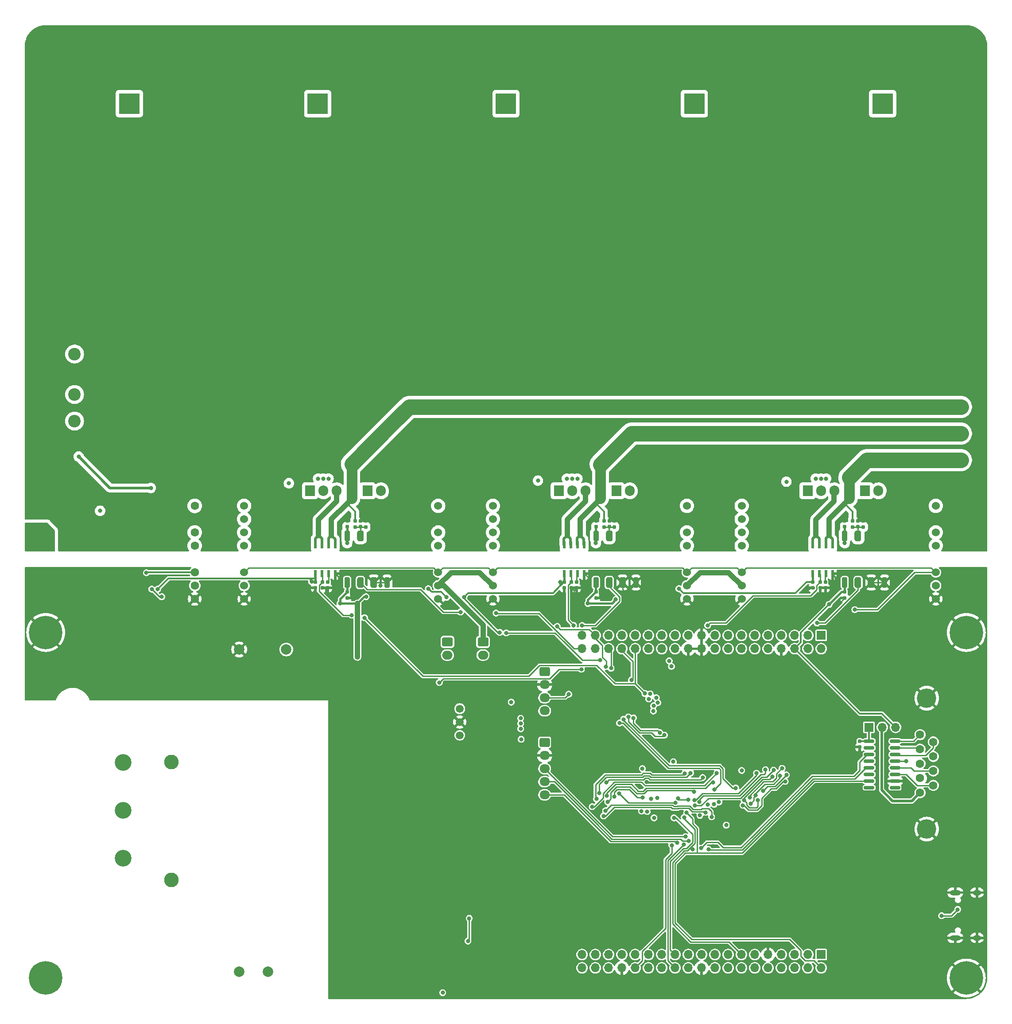
<source format=gbr>
%TF.GenerationSoftware,KiCad,Pcbnew,7.0.5-7.0.5~ubuntu22.04.1*%
%TF.CreationDate,2023-07-11T09:47:34+02:00*%
%TF.ProjectId,Inverter_KiCAD,496e7665-7274-4657-925f-4b694341442e,rev?*%
%TF.SameCoordinates,Original*%
%TF.FileFunction,Copper,L4,Bot*%
%TF.FilePolarity,Positive*%
%FSLAX46Y46*%
G04 Gerber Fmt 4.6, Leading zero omitted, Abs format (unit mm)*
G04 Created by KiCad (PCBNEW 7.0.5-7.0.5~ubuntu22.04.1) date 2023-07-11 09:47:34*
%MOMM*%
%LPD*%
G01*
G04 APERTURE LIST*
G04 Aperture macros list*
%AMRoundRect*
0 Rectangle with rounded corners*
0 $1 Rounding radius*
0 $2 $3 $4 $5 $6 $7 $8 $9 X,Y pos of 4 corners*
0 Add a 4 corners polygon primitive as box body*
4,1,4,$2,$3,$4,$5,$6,$7,$8,$9,$2,$3,0*
0 Add four circle primitives for the rounded corners*
1,1,$1+$1,$2,$3*
1,1,$1+$1,$4,$5*
1,1,$1+$1,$6,$7*
1,1,$1+$1,$8,$9*
0 Add four rect primitives between the rounded corners*
20,1,$1+$1,$2,$3,$4,$5,0*
20,1,$1+$1,$4,$5,$6,$7,0*
20,1,$1+$1,$6,$7,$8,$9,0*
20,1,$1+$1,$8,$9,$2,$3,0*%
G04 Aperture macros list end*
%TA.AperFunction,ComponentPad*%
%ADD10C,1.524000*%
%TD*%
%TA.AperFunction,ComponentPad*%
%ADD11R,4.000000X4.000000*%
%TD*%
%TA.AperFunction,ComponentPad*%
%ADD12C,4.000000*%
%TD*%
%TA.AperFunction,ComponentPad*%
%ADD13C,1.600000*%
%TD*%
%TA.AperFunction,ComponentPad*%
%ADD14R,1.905000X2.000000*%
%TD*%
%TA.AperFunction,ComponentPad*%
%ADD15O,1.905000X2.000000*%
%TD*%
%TA.AperFunction,ComponentPad*%
%ADD16C,2.400000*%
%TD*%
%TA.AperFunction,ComponentPad*%
%ADD17C,0.800000*%
%TD*%
%TA.AperFunction,ComponentPad*%
%ADD18C,6.400000*%
%TD*%
%TA.AperFunction,ComponentPad*%
%ADD19O,2.100000X1.000000*%
%TD*%
%TA.AperFunction,ComponentPad*%
%ADD20O,1.600000X1.000000*%
%TD*%
%TA.AperFunction,ComponentPad*%
%ADD21RoundRect,0.250000X-0.725000X0.600000X-0.725000X-0.600000X0.725000X-0.600000X0.725000X0.600000X0*%
%TD*%
%TA.AperFunction,ComponentPad*%
%ADD22O,1.950000X1.700000*%
%TD*%
%TA.AperFunction,ComponentPad*%
%ADD23R,1.700000X1.700000*%
%TD*%
%TA.AperFunction,ComponentPad*%
%ADD24O,1.700000X1.700000*%
%TD*%
%TA.AperFunction,ComponentPad*%
%ADD25C,2.006600*%
%TD*%
%TA.AperFunction,ComponentPad*%
%ADD26C,1.600200*%
%TD*%
%TA.AperFunction,ComponentPad*%
%ADD27C,3.708400*%
%TD*%
%TA.AperFunction,ComponentPad*%
%ADD28C,1.498600*%
%TD*%
%TA.AperFunction,ComponentPad*%
%ADD29RoundRect,0.250000X-0.750000X0.600000X-0.750000X-0.600000X0.750000X-0.600000X0.750000X0.600000X0*%
%TD*%
%TA.AperFunction,ComponentPad*%
%ADD30O,2.000000X1.700000*%
%TD*%
%TA.AperFunction,ComponentPad*%
%ADD31C,2.800000*%
%TD*%
%TA.AperFunction,ComponentPad*%
%ADD32C,3.200000*%
%TD*%
%TA.AperFunction,SMDPad,CuDef*%
%ADD33RoundRect,0.155000X-0.155000X0.212500X-0.155000X-0.212500X0.155000X-0.212500X0.155000X0.212500X0*%
%TD*%
%TA.AperFunction,SMDPad,CuDef*%
%ADD34RoundRect,0.160000X-0.160000X0.197500X-0.160000X-0.197500X0.160000X-0.197500X0.160000X0.197500X0*%
%TD*%
%TA.AperFunction,SMDPad,CuDef*%
%ADD35R,0.508000X1.460500*%
%TD*%
%TA.AperFunction,SMDPad,CuDef*%
%ADD36RoundRect,0.160000X0.160000X-0.197500X0.160000X0.197500X-0.160000X0.197500X-0.160000X-0.197500X0*%
%TD*%
%TA.AperFunction,SMDPad,CuDef*%
%ADD37RoundRect,0.155000X0.155000X-0.212500X0.155000X0.212500X-0.155000X0.212500X-0.155000X-0.212500X0*%
%TD*%
%TA.AperFunction,SMDPad,CuDef*%
%ADD38RoundRect,0.254000X-0.254000X-0.746000X0.254000X-0.746000X0.254000X0.746000X-0.254000X0.746000X0*%
%TD*%
%TA.AperFunction,SMDPad,CuDef*%
%ADD39RoundRect,0.317500X-0.317500X-0.682500X0.317500X-0.682500X0.317500X0.682500X-0.317500X0.682500X0*%
%TD*%
%TA.AperFunction,SMDPad,CuDef*%
%ADD40RoundRect,0.265000X-0.265000X-0.735000X0.265000X-0.735000X0.265000X0.735000X-0.265000X0.735000X0*%
%TD*%
%TA.AperFunction,SMDPad,CuDef*%
%ADD41RoundRect,0.150000X0.825000X0.150000X-0.825000X0.150000X-0.825000X-0.150000X0.825000X-0.150000X0*%
%TD*%
%TA.AperFunction,ViaPad*%
%ADD42C,0.800000*%
%TD*%
%TA.AperFunction,Conductor*%
%ADD43C,1.000000*%
%TD*%
%TA.AperFunction,Conductor*%
%ADD44C,0.250000*%
%TD*%
%TA.AperFunction,Conductor*%
%ADD45C,0.500000*%
%TD*%
%TA.AperFunction,Conductor*%
%ADD46C,0.400000*%
%TD*%
%TA.AperFunction,Conductor*%
%ADD47C,0.300000*%
%TD*%
%TA.AperFunction,Conductor*%
%ADD48C,3.000000*%
%TD*%
%TA.AperFunction,Conductor*%
%ADD49C,2.000000*%
%TD*%
G04 APERTURE END LIST*
D10*
%TO.P,U301,1,GND*%
%TO.N,/ISO_GND*%
X122500000Y-123592500D03*
%TO.P,U301,2,Vin*%
%TO.N,/ISO_15V*%
X122500000Y-121052500D03*
%TO.P,U301,3,Ctrl*%
%TO.N,/Pwr_En*%
X122500000Y-118512500D03*
%TO.P,U301,5,NC*%
%TO.N,unconnected-(U301-NC-Pad5)*%
X122500000Y-113432500D03*
%TO.P,U301,6,Vout*%
%TO.N,/Arm_IRF540NBbF1/VCC_H*%
X122500000Y-110892500D03*
%TO.P,U301,7,0V*%
%TO.N,/Arm_IRF540NBbF1/ARM_OUT*%
X122500000Y-108352500D03*
%TO.P,U301,8,NC*%
%TO.N,unconnected-(U301-NC-Pad8)*%
X122500000Y-105812500D03*
%TD*%
D11*
%TO.P,C1004,1*%
%TO.N,/VSupply_AB*%
X89000000Y-29000000D03*
D12*
%TO.P,C1004,2*%
%TO.N,GND*%
X89000000Y-39000000D03*
%TD*%
D13*
%TO.P,U701,1,Vin_GND*%
%TO.N,/ISO_GND*%
X65500000Y-123592500D03*
%TO.P,U701,2,Vin*%
%TO.N,/ISO_15V*%
X65500000Y-121052500D03*
%TO.P,U701,3,Ctrl*%
%TO.N,/ISO_5V*%
X65500000Y-118512500D03*
%TO.P,U701,5*%
%TO.N,N/C*%
X65500000Y-113432500D03*
%TO.P,U701,6,Vout*%
%TO.N,/5V*%
X65500000Y-110892500D03*
%TO.P,U701,7,Vout_Gnd*%
%TO.N,GND*%
X65500000Y-108352500D03*
%TO.P,U701,8,FB*%
%TO.N,Net-(U701-FB)*%
X65500000Y-105812500D03*
%TD*%
D14*
%TO.P,Q202,1,G*%
%TO.N,/Arm_IRF540NBbF/Cmd_H*%
X87540000Y-102940000D03*
D15*
%TO.P,Q202,2,D*%
%TO.N,/Vbus*%
X90080000Y-102940000D03*
%TO.P,Q202,3,S*%
%TO.N,/Arm_IRF540NBbF/ARM_OUT*%
X92620000Y-102940000D03*
%TD*%
D16*
%TO.P,J104,1,Pin_1*%
%TO.N,/U_output*%
X212000000Y-86920000D03*
%TO.P,J104,2,Pin_2*%
%TO.N,/V_output*%
X212000000Y-92000000D03*
%TO.P,J104,3,Pin_3*%
%TO.N,/W_output*%
X212000000Y-97080000D03*
%TD*%
D14*
%TO.P,Q403,1,G*%
%TO.N,/Arm_IRF540NBbF2/Cmd_L*%
X193660000Y-102940000D03*
D15*
%TO.P,Q403,2,D*%
%TO.N,/Arm_IRF540NBbF2/ARM_OUT*%
X196200000Y-102940000D03*
%TO.P,Q403,3,S*%
%TO.N,GND*%
X198740000Y-102940000D03*
%TD*%
D17*
%TO.P,H103,1,1*%
%TO.N,/ISO_GND*%
X215400000Y-196000000D03*
X214697056Y-197697056D03*
X214697056Y-194302944D03*
X213000000Y-198400000D03*
D18*
X213000000Y-196000000D03*
D17*
X213000000Y-193600000D03*
X211302944Y-197697056D03*
X211302944Y-194302944D03*
X210600000Y-196000000D03*
%TD*%
%TO.P,H108,1,1*%
%TO.N,GND*%
X44600000Y-58000000D03*
X45302944Y-56302944D03*
X45302944Y-59697056D03*
X47000000Y-55600000D03*
D18*
X47000000Y-58000000D03*
D17*
X47000000Y-60400000D03*
X48697056Y-56302944D03*
X48697056Y-59697056D03*
X49400000Y-58000000D03*
%TD*%
%TO.P,H107,1,1*%
%TO.N,GND*%
X210600000Y-72000000D03*
X211302944Y-70302944D03*
X211302944Y-73697056D03*
X213000000Y-69600000D03*
D18*
X213000000Y-72000000D03*
D17*
X213000000Y-74400000D03*
X214697056Y-70302944D03*
X214697056Y-73697056D03*
X215400000Y-72000000D03*
%TD*%
D19*
%TO.P,J801,S1,SHIELD*%
%TO.N,/ISO_GND*%
X210870000Y-188320000D03*
D20*
X215050000Y-188320000D03*
D19*
X210870000Y-179680000D03*
D20*
X215050000Y-179680000D03*
%TD*%
D21*
%TO.P,J802,1,Pin_1*%
%TO.N,/ISO_3V3*%
X132400000Y-151000000D03*
D22*
%TO.P,J802,2,Pin_2*%
%TO.N,/ISO_GND*%
X132400000Y-153500000D03*
%TO.P,J802,3,Pin_3*%
%TO.N,/MCU_STM32G474/ENC_BTN_A*%
X132400000Y-156000000D03*
%TO.P,J802,4,Pin_4*%
%TO.N,/MCU_STM32G474/ENC_BTN_B*%
X132400000Y-158500000D03*
%TO.P,J802,5,Pin_5*%
%TO.N,/MCU_STM32G474/ENC_BTN_P*%
X132400000Y-161000000D03*
%TD*%
D14*
%TO.P,Q303,1,G*%
%TO.N,/Arm_IRF540NBbF1/Cmd_L*%
X146100000Y-102940000D03*
D15*
%TO.P,Q303,2,D*%
%TO.N,/Arm_IRF540NBbF1/ARM_OUT*%
X148640000Y-102940000D03*
%TO.P,Q303,3,S*%
%TO.N,GND*%
X151180000Y-102940000D03*
%TD*%
D11*
%TO.P,C1003,1*%
%TO.N,/VSupply_AB*%
X125000000Y-29000000D03*
D12*
%TO.P,C1003,2*%
%TO.N,GND*%
X125000000Y-39000000D03*
%TD*%
D23*
%TO.P,J101,1,Pin_1*%
%TO.N,/NUCLEO_TX*%
X185260000Y-130570000D03*
D24*
%TO.P,J101,2,Pin_2*%
%TO.N,/NUCLEO_RX*%
X185260000Y-133110000D03*
%TO.P,J101,3,Pin_3*%
%TO.N,/PC12*%
X182720000Y-130570000D03*
%TO.P,J101,4,Pin_4*%
%TO.N,/NUCLEO_NRST*%
X182720000Y-133110000D03*
%TO.P,J101,5,Pin_5*%
%TO.N,/VDD*%
X180180000Y-130570000D03*
%TO.P,J101,6,Pin_6*%
%TO.N,/ISO_5V*%
X180180000Y-133110000D03*
%TO.P,J101,7,Pin_7*%
%TO.N,/PB8-BOOT0*%
X177640000Y-130570000D03*
%TO.P,J101,8,Pin_8*%
%TO.N,/ISO_GND*%
X177640000Y-133110000D03*
%TO.P,J101,9,Pin_9*%
%TO.N,unconnected-(J101-Pin_9-Pad9)*%
X175100000Y-130570000D03*
%TO.P,J101,10,Pin_10*%
%TO.N,unconnected-(J101-Pin_10-Pad10)*%
X175100000Y-133110000D03*
%TO.P,J101,11,Pin_11*%
%TO.N,unconnected-(J101-Pin_11-Pad11)*%
X172560000Y-130570000D03*
%TO.P,J101,12,Pin_12*%
%TO.N,/IOREF*%
X172560000Y-133110000D03*
%TO.P,J101,13,Pin_13*%
%TO.N,/PA13*%
X170020000Y-130570000D03*
%TO.P,J101,14,Pin_14*%
%TO.N,unconnected-(J101-Pin_14-Pad14)*%
X170020000Y-133110000D03*
%TO.P,J101,15,Pin_15*%
%TO.N,/PA14*%
X167480000Y-130570000D03*
%TO.P,J101,16,Pin_16*%
%TO.N,/+3V3*%
X167480000Y-133110000D03*
%TO.P,J101,17,Pin_17*%
%TO.N,/PA15*%
X164940000Y-130570000D03*
%TO.P,J101,18,Pin_18*%
%TO.N,/+5V*%
X164940000Y-133110000D03*
%TO.P,J101,19,Pin_19*%
%TO.N,/ISO_GND*%
X162400000Y-130570000D03*
%TO.P,J101,20,Pin_20*%
X162400000Y-133110000D03*
%TO.P,J101,21,Pin_21*%
%TO.N,/PB7*%
X159860000Y-130570000D03*
%TO.P,J101,22,Pin_22*%
%TO.N,/ISO_GND*%
X159860000Y-133110000D03*
%TO.P,J101,23,Pin_23*%
%TO.N,/PC13*%
X157320000Y-130570000D03*
%TO.P,J101,24,Pin_24*%
%TO.N,/VIN*%
X157320000Y-133110000D03*
%TO.P,J101,25,Pin_25*%
%TO.N,/PC14*%
X154780000Y-130570000D03*
%TO.P,J101,26,Pin_26*%
%TO.N,unconnected-(J101-Pin_26-Pad26)*%
X154780000Y-133110000D03*
%TO.P,J101,27,Pin_27*%
%TO.N,/PC15*%
X152240000Y-130570000D03*
%TO.P,J101,28,Pin_28*%
%TO.N,/Bus_V*%
X152240000Y-133110000D03*
%TO.P,J101,29,Pin_29*%
%TO.N,/PF0*%
X149700000Y-130570000D03*
%TO.P,J101,30,Pin_30*%
%TO.N,/U_Imes*%
X149700000Y-133110000D03*
%TO.P,J101,31,Pin_31*%
%TO.N,/PF1*%
X147160000Y-130570000D03*
%TO.P,J101,32,Pin_32*%
%TO.N,/ENC_B*%
X147160000Y-133110000D03*
%TO.P,J101,33,Pin_33*%
%TO.N,/VBAT*%
X144620000Y-130570000D03*
%TO.P,J101,34,Pin_34*%
%TO.N,/W_Imes*%
X144620000Y-133110000D03*
%TO.P,J101,35,Pin_35*%
%TO.N,/Bus_Imes*%
X142080000Y-130570000D03*
%TO.P,J101,36,Pin_36*%
%TO.N,/W_VPh*%
X142080000Y-133110000D03*
%TO.P,J101,37,Pin_37*%
%TO.N,/V_VPh*%
X139540000Y-130570000D03*
%TO.P,J101,38,Pin_38*%
%TO.N,/U_VPh*%
X139540000Y-133110000D03*
%TD*%
D17*
%TO.P,H102,1,1*%
%TO.N,/ISO_GND*%
X34600000Y-130000000D03*
X35302944Y-128302944D03*
X35302944Y-131697056D03*
X37000000Y-127600000D03*
D18*
X37000000Y-130000000D03*
D17*
X37000000Y-132400000D03*
X38697056Y-128302944D03*
X38697056Y-131697056D03*
X39400000Y-130000000D03*
%TD*%
D25*
%TO.P,U501,1,AC(L)*%
%TO.N,Net-(J501-N)*%
X74000000Y-194750000D03*
%TO.P,U501,2,AC(N)*%
%TO.N,Net-(U501-AC(N))*%
X79499999Y-194750000D03*
%TO.P,U501,3,+15V*%
%TO.N,/ISO_15V*%
X83000000Y-133249996D03*
%TO.P,U501,4,GND*%
%TO.N,/ISO_GND*%
X74000000Y-133249996D03*
%TD*%
D14*
%TO.P,Q203,1,G*%
%TO.N,/Arm_IRF540NBbF/Cmd_L*%
X98540000Y-102940000D03*
D15*
%TO.P,Q203,2,D*%
%TO.N,/Arm_IRF540NBbF/ARM_OUT*%
X101080000Y-102940000D03*
%TO.P,Q203,3,S*%
%TO.N,GND*%
X103620000Y-102940000D03*
%TD*%
D14*
%TO.P,Q402,1,G*%
%TO.N,/Arm_IRF540NBbF2/Cmd_H*%
X182660000Y-102940000D03*
D15*
%TO.P,Q402,2,D*%
%TO.N,/Vbus*%
X185200000Y-102940000D03*
%TO.P,Q402,3,S*%
%TO.N,/Arm_IRF540NBbF2/ARM_OUT*%
X187740000Y-102940000D03*
%TD*%
D17*
%TO.P,H104,1,1*%
%TO.N,/ISO_GND*%
X210600000Y-130000000D03*
X211302944Y-128302944D03*
X211302944Y-131697056D03*
X213000000Y-127600000D03*
D18*
X213000000Y-130000000D03*
D17*
X213000000Y-132400000D03*
X214697056Y-128302944D03*
X214697056Y-131697056D03*
X215400000Y-130000000D03*
%TD*%
D23*
%TO.P,J1302,1,Pin_1*%
%TO.N,/ISO_3V3*%
X194400000Y-148100000D03*
D24*
%TO.P,J1302,2,Pin_2*%
%TO.N,/encoderMotor/VCC_Enc*%
X196940000Y-148100000D03*
%TO.P,J1302,3,Pin_3*%
%TO.N,/ISO_5V*%
X199480000Y-148100000D03*
%TD*%
D16*
%TO.P,J102,1,Pin_1*%
%TO.N,/VSupply_BB*%
X42525000Y-76825000D03*
%TO.P,J102,2,Pin_2*%
%TO.N,GND*%
X42525000Y-71745000D03*
%TD*%
D26*
%TO.P,J1301,1,1*%
%TO.N,/encoderMotor/A*%
X204160000Y-149515000D03*
%TO.P,J1301,2,2*%
%TO.N,/encoderMotor/{slash}A*%
X204160000Y-152285000D03*
%TO.P,J1301,3,3*%
%TO.N,unconnected-(J1301-Pad3)*%
X204160000Y-155054999D03*
%TO.P,J1301,4,4*%
%TO.N,/ISO_GND*%
X204160000Y-157824999D03*
%TO.P,J1301,5,5*%
%TO.N,/encoderMotor/VCC_Enc*%
X204160000Y-160594998D03*
%TO.P,J1301,6,6*%
%TO.N,/encoderMotor/B*%
X206700000Y-150900000D03*
%TO.P,J1301,7,7*%
%TO.N,/encoderMotor/{slash}B*%
X206700000Y-153670000D03*
%TO.P,J1301,8,8*%
%TO.N,/encoderMotor/Z*%
X206700000Y-156439999D03*
%TO.P,J1301,9,9*%
%TO.N,/encoderMotor/{slash}Z*%
X206700000Y-159209999D03*
D27*
%TO.P,J1301,10,PAD*%
%TO.N,/ISO_GND*%
X205430000Y-167549998D03*
X205430000Y-142560000D03*
%TD*%
D11*
%TO.P,C1002,1*%
%TO.N,/VSupply_AB*%
X161000000Y-29000000D03*
D12*
%TO.P,C1002,2*%
%TO.N,GND*%
X161000000Y-39000000D03*
%TD*%
D28*
%TO.P,U502,1,VIN*%
%TO.N,/ISO_15V*%
X116154000Y-144560000D03*
%TO.P,U502,2,GND*%
%TO.N,/ISO_GND*%
X116154000Y-147100000D03*
%TO.P,U502,3,5V*%
%TO.N,/ISO_5V*%
X116154000Y-149640000D03*
%TD*%
D29*
%TO.P,J1102,1,Pin_1*%
%TO.N,/ISO_15V*%
X113800000Y-131800000D03*
D30*
%TO.P,J1102,2,Pin_2*%
%TO.N,Net-(J1101-Pin_2)*%
X113800000Y-134300000D03*
%TD*%
D21*
%TO.P,J804,1,Pin_1*%
%TO.N,/ISO_3V3*%
X132400000Y-137462500D03*
D22*
%TO.P,J804,2,Pin_2*%
%TO.N,/ISO_GND*%
X132400000Y-139962500D03*
%TO.P,J804,3,Pin_3*%
%TO.N,/I2C_SCL*%
X132400000Y-142462500D03*
%TO.P,J804,4,Pin_4*%
%TO.N,/I2C_SDA*%
X132400000Y-144962500D03*
%TD*%
D31*
%TO.P,F501,2*%
%TO.N,Net-(U501-AC(N))*%
X61000000Y-177250000D03*
%TO.P,F501,1*%
%TO.N,Net-(J501-L)*%
X61000000Y-154750000D03*
%TD*%
D32*
%TO.P,J501,1,N*%
%TO.N,Net-(J501-N)*%
X51825000Y-173140000D03*
%TO.P,J501,2,Earth*%
%TO.N,unconnected-(J501-Earth-Pad2)*%
X51825000Y-164000000D03*
%TO.P,J501,3,L*%
%TO.N,Net-(J501-L)*%
X51825000Y-154860000D03*
%TD*%
D14*
%TO.P,Q302,1,G*%
%TO.N,/Arm_IRF540NBbF1/Cmd_H*%
X135100000Y-102940000D03*
D15*
%TO.P,Q302,2,D*%
%TO.N,/Vbus*%
X137640000Y-102940000D03*
%TO.P,Q302,3,S*%
%TO.N,/Arm_IRF540NBbF1/ARM_OUT*%
X140180000Y-102940000D03*
%TD*%
D29*
%TO.P,J1101,1,Pin_1*%
%TO.N,/ISO_15V*%
X120600000Y-131800000D03*
D30*
%TO.P,J1101,2,Pin_2*%
%TO.N,Net-(J1101-Pin_2)*%
X120600000Y-134300000D03*
%TD*%
D17*
%TO.P,H101,1,1*%
%TO.N,unconnected-(H101-Pad1)*%
X34600000Y-196000000D03*
X35302944Y-194302944D03*
X35302944Y-197697056D03*
X37000000Y-193600000D03*
D18*
X37000000Y-196000000D03*
D17*
X37000000Y-198400000D03*
X38697056Y-194302944D03*
X38697056Y-197697056D03*
X39400000Y-196000000D03*
%TD*%
D23*
%TO.P,J103,1,Pin_1*%
%TO.N,/PC9*%
X185260000Y-191530000D03*
D24*
%TO.P,J103,2,Pin_2*%
%TO.N,/ENC_Z*%
X185260000Y-194070000D03*
%TO.P,J103,3,Pin_3*%
%TO.N,/PB8*%
X182720000Y-191530000D03*
%TO.P,J103,4,Pin_4*%
%TO.N,/PC6*%
X182720000Y-194070000D03*
%TO.P,J103,5,Pin_5*%
%TO.N,/PB9*%
X180180000Y-191530000D03*
%TO.P,J103,6,Pin_6*%
%TO.N,/PC5*%
X180180000Y-194070000D03*
%TO.P,J103,7,Pin_7*%
%TO.N,/AVDD*%
X177640000Y-191530000D03*
%TO.P,J103,8,Pin_8*%
%TO.N,/5V_USB_CHGR*%
X177640000Y-194070000D03*
%TO.P,J103,9,Pin_9*%
%TO.N,/ISO_GND*%
X175100000Y-191530000D03*
%TO.P,J103,10,Pin_10*%
%TO.N,unconnected-(J103-Pin_10-Pad10)*%
X175100000Y-194070000D03*
%TO.P,J103,11,Pin_11*%
%TO.N,/PA5*%
X172560000Y-191530000D03*
%TO.P,J103,12,Pin_12*%
%TO.N,/PA12*%
X172560000Y-194070000D03*
%TO.P,J103,13,Pin_13*%
%TO.N,/ENC_A*%
X170020000Y-191530000D03*
%TO.P,J103,14,Pin_14*%
%TO.N,/PA11*%
X170020000Y-194070000D03*
%TO.P,J103,15,Pin_15*%
%TO.N,/PA7*%
X167480000Y-191530000D03*
%TO.P,J103,16,Pin_16*%
%TO.N,/PB12*%
X167480000Y-194070000D03*
%TO.P,J103,17,Pin_17*%
%TO.N,/PB6*%
X164940000Y-191530000D03*
%TO.P,J103,18,Pin_18*%
%TO.N,/PB11*%
X164940000Y-194070000D03*
%TO.P,J103,19,Pin_19*%
%TO.N,/PC7*%
X162400000Y-191530000D03*
%TO.P,J103,20,Pin_20*%
%TO.N,/ISO_GND*%
X162400000Y-194070000D03*
%TO.P,J103,21,Pin_21*%
%TO.N,/V_PWM_H*%
X159860000Y-191530000D03*
%TO.P,J103,22,Pin_22*%
%TO.N,/PB2*%
X159860000Y-194070000D03*
%TO.P,J103,23,Pin_23*%
%TO.N,/U_PWM_H*%
X157320000Y-191530000D03*
%TO.P,J103,24,Pin_24*%
%TO.N,/V_Imes*%
X157320000Y-194070000D03*
%TO.P,J103,25,Pin_25*%
%TO.N,/PB10*%
X154780000Y-191530000D03*
%TO.P,J103,26,Pin_26*%
%TO.N,/W_PWM_L*%
X154780000Y-194070000D03*
%TO.P,J103,27,Pin_27*%
%TO.N,/PB4*%
X152240000Y-191530000D03*
%TO.P,J103,28,Pin_28*%
%TO.N,/V_PWM_L*%
X152240000Y-194070000D03*
%TO.P,J103,29,Pin_29*%
%TO.N,/PB5*%
X149700000Y-191530000D03*
%TO.P,J103,30,Pin_30*%
%TO.N,/U_PWM_L*%
X149700000Y-194070000D03*
%TO.P,J103,31,Pin_31*%
%TO.N,/PB3*%
X147160000Y-191530000D03*
%TO.P,J103,32,Pin_32*%
%TO.N,/ISO_GND*%
X147160000Y-194070000D03*
%TO.P,J103,33,Pin_33*%
%TO.N,/W_PWM_H*%
X144620000Y-191530000D03*
%TO.P,J103,34,Pin_34*%
%TO.N,/PC4*%
X144620000Y-194070000D03*
%TO.P,J103,35,Pin_35*%
%TO.N,/PC4{slash}PA2*%
X142080000Y-191530000D03*
%TO.P,J103,36,Pin_36*%
%TO.N,unconnected-(J103-Pin_36-Pad36)*%
X142080000Y-194070000D03*
%TO.P,J103,37,Pin_37*%
%TO.N,/PC5{slash}PA3*%
X139540000Y-191530000D03*
%TO.P,J103,38,Pin_38*%
%TO.N,unconnected-(J103-Pin_38-Pad38)*%
X139540000Y-194070000D03*
%TD*%
D10*
%TO.P,U302,8,NC*%
%TO.N,unconnected-(U302-NC-Pad8)*%
X159600000Y-105812500D03*
%TO.P,U302,7,0V*%
%TO.N,GND*%
X159600000Y-108352500D03*
%TO.P,U302,6,Vout*%
%TO.N,/Arm_IRF540NBbF1/VCC_L*%
X159600000Y-110892500D03*
%TO.P,U302,5,NC*%
%TO.N,unconnected-(U302-NC-Pad5)*%
X159600000Y-113432500D03*
%TO.P,U302,3,Ctrl*%
%TO.N,/Pwr_En*%
X159600000Y-118512500D03*
%TO.P,U302,2,Vin*%
%TO.N,/ISO_15V*%
X159600000Y-121052500D03*
%TO.P,U302,1,GND*%
%TO.N,/ISO_GND*%
X159600000Y-123592500D03*
%TD*%
%TO.P,U202,1,GND*%
%TO.N,/ISO_GND*%
X112040000Y-123592500D03*
%TO.P,U202,2,Vin*%
%TO.N,/ISO_15V*%
X112040000Y-121052500D03*
%TO.P,U202,3,Ctrl*%
%TO.N,/Pwr_En*%
X112040000Y-118512500D03*
%TO.P,U202,5,NC*%
%TO.N,unconnected-(U202-NC-Pad5)*%
X112040000Y-113432500D03*
%TO.P,U202,6,Vout*%
%TO.N,/Arm_IRF540NBbF/VCC_L*%
X112040000Y-110892500D03*
%TO.P,U202,7,0V*%
%TO.N,GND*%
X112040000Y-108352500D03*
%TO.P,U202,8,NC*%
%TO.N,unconnected-(U202-NC-Pad8)*%
X112040000Y-105812500D03*
%TD*%
D11*
%TO.P,C1001,1*%
%TO.N,/VSupply_AB*%
X197000000Y-29000000D03*
D12*
%TO.P,C1001,2*%
%TO.N,GND*%
X197000000Y-39000000D03*
%TD*%
D10*
%TO.P,U201,1,GND*%
%TO.N,/ISO_GND*%
X74940000Y-123592500D03*
%TO.P,U201,2,Vin*%
%TO.N,/ISO_15V*%
X74940000Y-121052500D03*
%TO.P,U201,3,Ctrl*%
%TO.N,/Pwr_En*%
X74940000Y-118512500D03*
%TO.P,U201,5,NC*%
%TO.N,unconnected-(U201-NC-Pad5)*%
X74940000Y-113432500D03*
%TO.P,U201,6,Vout*%
%TO.N,/Arm_IRF540NBbF/VCC_H*%
X74940000Y-110892500D03*
%TO.P,U201,7,0V*%
%TO.N,/Arm_IRF540NBbF/ARM_OUT*%
X74940000Y-108352500D03*
%TO.P,U201,8,NC*%
%TO.N,unconnected-(U201-NC-Pad8)*%
X74940000Y-105812500D03*
%TD*%
D11*
%TO.P,C1005,1*%
%TO.N,/VSupply_AB*%
X53000000Y-29000000D03*
D12*
%TO.P,C1005,2*%
%TO.N,GND*%
X53000000Y-39000000D03*
%TD*%
D10*
%TO.P,U402,1,GND*%
%TO.N,/ISO_GND*%
X207160000Y-123592500D03*
%TO.P,U402,2,Vin*%
%TO.N,/ISO_15V*%
X207160000Y-121052500D03*
%TO.P,U402,3,Ctrl*%
%TO.N,/Pwr_En*%
X207160000Y-118512500D03*
%TO.P,U402,5,NC*%
%TO.N,unconnected-(U402-NC-Pad5)*%
X207160000Y-113432500D03*
%TO.P,U402,6,Vout*%
%TO.N,/Arm_IRF540NBbF2/VCC_L*%
X207160000Y-110892500D03*
%TO.P,U402,7,0V*%
%TO.N,GND*%
X207160000Y-108352500D03*
%TO.P,U402,8,NC*%
%TO.N,unconnected-(U402-NC-Pad8)*%
X207160000Y-105812500D03*
%TD*%
D17*
%TO.P,H105,1,1*%
%TO.N,GND*%
X34600000Y-18000000D03*
X35302944Y-16302944D03*
X35302944Y-19697056D03*
X37000000Y-15600000D03*
D18*
X37000000Y-18000000D03*
D17*
X37000000Y-20400000D03*
X38697056Y-16302944D03*
X38697056Y-19697056D03*
X39400000Y-18000000D03*
%TD*%
D10*
%TO.P,U401,1,GND*%
%TO.N,/ISO_GND*%
X170060000Y-123592500D03*
%TO.P,U401,2,Vin*%
%TO.N,/ISO_15V*%
X170060000Y-121052500D03*
%TO.P,U401,3,Ctrl*%
%TO.N,/Pwr_En*%
X170060000Y-118512500D03*
%TO.P,U401,5,NC*%
%TO.N,unconnected-(U401-NC-Pad5)*%
X170060000Y-113432500D03*
%TO.P,U401,6,Vout*%
%TO.N,/Arm_IRF540NBbF2/VCC_H*%
X170060000Y-110892500D03*
%TO.P,U401,7,0V*%
%TO.N,/Arm_IRF540NBbF2/ARM_OUT*%
X170060000Y-108352500D03*
%TO.P,U401,8,NC*%
%TO.N,unconnected-(U401-NC-Pad8)*%
X170060000Y-105812500D03*
%TD*%
D17*
%TO.P,H106,1,1*%
%TO.N,GND*%
X210600000Y-18000000D03*
X211302944Y-16302944D03*
X211302944Y-19697056D03*
X213000000Y-15600000D03*
D18*
X213000000Y-18000000D03*
D17*
X213000000Y-20400000D03*
X214697056Y-16302944D03*
X214697056Y-19697056D03*
X215400000Y-18000000D03*
%TD*%
D16*
%TO.P,J901,2,Pin_2*%
%TO.N,/VSupply_AB*%
X42525000Y-84545000D03*
%TO.P,J901,1,Pin_1*%
%TO.N,/break/Break_Drain_Mosfet*%
X42525000Y-89625000D03*
%TD*%
D33*
%TO.P,C410,2*%
%TO.N,/ISO_GND*%
X185060000Y-121487500D03*
%TO.P,C410,1*%
%TO.N,/W_Imes*%
X185060000Y-120352500D03*
%TD*%
D34*
%TO.P,R205,1*%
%TO.N,/U_output*%
X96170000Y-108642500D03*
%TO.P,R205,2*%
%TO.N,Net-(U203-VIN+)*%
X96170000Y-109837500D03*
%TD*%
D35*
%TO.P,U204,1,IP+*%
%TO.N,/Arm_IRF540NBbF/ARM_OUT*%
X88540000Y-113275850D03*
%TO.P,U204,2,IP+*%
X89810000Y-113275850D03*
%TO.P,U204,3,IP-*%
%TO.N,/U_output*%
X91080000Y-113275850D03*
%TO.P,U204,4,IP-*%
X92350000Y-113275850D03*
%TO.P,U204,5,GND*%
%TO.N,/ISO_GND*%
X92350000Y-118724150D03*
%TO.P,U204,6,UREF*%
%TO.N,/Arm_IRF540NBbF/Uref*%
X91080000Y-118724150D03*
%TO.P,U204,7,UOUT*%
%TO.N,/U_Imes*%
X89810000Y-118724150D03*
%TO.P,U204,8,UC*%
%TO.N,/ISO_3V3*%
X88540000Y-118724150D03*
%TD*%
D33*
%TO.P,C211,1*%
%TO.N,/Arm_IRF540NBbF/Uref*%
X90940000Y-120352500D03*
%TO.P,C211,2*%
%TO.N,/ISO_GND*%
X90940000Y-121487500D03*
%TD*%
D35*
%TO.P,U404,1,IP+*%
%TO.N,/Arm_IRF540NBbF2/ARM_OUT*%
X183660000Y-113275850D03*
%TO.P,U404,2,IP+*%
X184930000Y-113275850D03*
%TO.P,U404,3,IP-*%
%TO.N,/W_output*%
X186200000Y-113275850D03*
%TO.P,U404,4,IP-*%
X187470000Y-113275850D03*
%TO.P,U404,5,GND*%
%TO.N,/ISO_GND*%
X187470000Y-118724150D03*
%TO.P,U404,6,UREF*%
%TO.N,/Arm_IRF540NBbF2/Uref*%
X186200000Y-118724150D03*
%TO.P,U404,7,UOUT*%
%TO.N,/W_Imes*%
X184930000Y-118724150D03*
%TO.P,U404,8,UC*%
%TO.N,/ISO_3V3*%
X183660000Y-118724150D03*
%TD*%
D33*
%TO.P,C311,1*%
%TO.N,/Arm_IRF540NBbF1/Uref*%
X138500000Y-120352500D03*
%TO.P,C311,2*%
%TO.N,/ISO_GND*%
X138500000Y-121487500D03*
%TD*%
%TO.P,C210,1*%
%TO.N,/U_Imes*%
X89940000Y-120352500D03*
%TO.P,C210,2*%
%TO.N,/ISO_GND*%
X89940000Y-121487500D03*
%TD*%
D36*
%TO.P,R206,1*%
%TO.N,Net-(U203-VIN+)*%
X98170000Y-109837500D03*
%TO.P,R206,2*%
%TO.N,GND*%
X98170000Y-108642500D03*
%TD*%
D37*
%TO.P,C205,1*%
%TO.N,Net-(U203-VIN+)*%
X97170000Y-109807500D03*
%TO.P,C205,2*%
%TO.N,GND*%
X97170000Y-108672500D03*
%TD*%
D33*
%TO.P,C308,1*%
%TO.N,/ISO_5V*%
X142190000Y-122272500D03*
%TO.P,C308,2*%
%TO.N,/ISO_GND*%
X142190000Y-123407500D03*
%TD*%
%TO.P,C408,1*%
%TO.N,/ISO_5V*%
X189750000Y-122272500D03*
%TO.P,C408,2*%
%TO.N,/ISO_GND*%
X189750000Y-123407500D03*
%TD*%
D38*
%TO.P,U403,1,VDD1*%
%TO.N,/5V*%
X189750000Y-111550000D03*
D39*
%TO.P,U403,2,VIN+*%
%TO.N,Net-(U403-VIN+)*%
X192290000Y-111550000D03*
%TO.P,U403,3,VIN-*%
%TO.N,GND*%
X194830000Y-111550000D03*
D38*
%TO.P,U403,4,GND1*%
X197370000Y-111550000D03*
%TO.P,U403,5,GND2*%
%TO.N,/ISO_GND*%
X197370000Y-120450000D03*
D39*
%TO.P,U403,6,VOUT-*%
X194830000Y-120450000D03*
%TO.P,U403,7,VOUT+*%
%TO.N,/W_VPh*%
X192290000Y-120450000D03*
D40*
%TO.P,U403,8,VDD2*%
%TO.N,/ISO_5V*%
X189750000Y-120450000D03*
%TD*%
D34*
%TO.P,R305,1*%
%TO.N,/V_output*%
X143730000Y-108642500D03*
%TO.P,R305,2*%
%TO.N,Net-(U303-VIN+)*%
X143730000Y-109837500D03*
%TD*%
D33*
%TO.P,C209,1*%
%TO.N,/ISO_3V3*%
X88545000Y-120352500D03*
%TO.P,C209,2*%
%TO.N,/ISO_GND*%
X88545000Y-121487500D03*
%TD*%
D36*
%TO.P,R306,1*%
%TO.N,Net-(U303-VIN+)*%
X145730000Y-109837500D03*
%TO.P,R306,2*%
%TO.N,GND*%
X145730000Y-108642500D03*
%TD*%
D37*
%TO.P,C307,1*%
%TO.N,/5V*%
X142190000Y-109807500D03*
%TO.P,C307,2*%
%TO.N,GND*%
X142190000Y-108672500D03*
%TD*%
%TO.P,C305,1*%
%TO.N,Net-(U303-VIN+)*%
X144730000Y-109807500D03*
%TO.P,C305,2*%
%TO.N,GND*%
X144730000Y-108672500D03*
%TD*%
D33*
%TO.P,C1301,2*%
%TO.N,/ISO_GND*%
X192600000Y-151900000D03*
%TO.P,C1301,1*%
%TO.N,/ISO_3V3*%
X192600000Y-150765000D03*
%TD*%
D37*
%TO.P,C407,1*%
%TO.N,/5V*%
X189750000Y-109807500D03*
%TO.P,C407,2*%
%TO.N,GND*%
X189750000Y-108672500D03*
%TD*%
D34*
%TO.P,R405,1*%
%TO.N,/W_output*%
X191290000Y-108642500D03*
%TO.P,R405,2*%
%TO.N,Net-(U403-VIN+)*%
X191290000Y-109837500D03*
%TD*%
D37*
%TO.P,C405,1*%
%TO.N,Net-(U403-VIN+)*%
X192290000Y-109807500D03*
%TO.P,C405,2*%
%TO.N,GND*%
X192290000Y-108672500D03*
%TD*%
D35*
%TO.P,U304,1,IP+*%
%TO.N,/Arm_IRF540NBbF1/ARM_OUT*%
X136100000Y-113275850D03*
%TO.P,U304,2,IP+*%
X137370000Y-113275850D03*
%TO.P,U304,3,IP-*%
%TO.N,/V_output*%
X138640000Y-113275850D03*
%TO.P,U304,4,IP-*%
X139910000Y-113275850D03*
%TO.P,U304,5,GND*%
%TO.N,/ISO_GND*%
X139910000Y-118724150D03*
%TO.P,U304,6,UREF*%
%TO.N,/Arm_IRF540NBbF1/Uref*%
X138640000Y-118724150D03*
%TO.P,U304,7,UOUT*%
%TO.N,/V_Imes*%
X137370000Y-118724150D03*
%TO.P,U304,8,UC*%
%TO.N,/ISO_3V3*%
X136100000Y-118724150D03*
%TD*%
D38*
%TO.P,U203,1,VDD1*%
%TO.N,/5V*%
X94630000Y-111550000D03*
D39*
%TO.P,U203,2,VIN+*%
%TO.N,Net-(U203-VIN+)*%
X97170000Y-111550000D03*
%TO.P,U203,3,VIN-*%
%TO.N,GND*%
X99710000Y-111550000D03*
D38*
%TO.P,U203,4,GND1*%
X102250000Y-111550000D03*
%TO.P,U203,5,GND2*%
%TO.N,/ISO_GND*%
X102250000Y-120450000D03*
D39*
%TO.P,U203,6,VOUT-*%
X99710000Y-120450000D03*
%TO.P,U203,7,VOUT+*%
%TO.N,/U_VPh*%
X97170000Y-120450000D03*
D40*
%TO.P,U203,8,VDD2*%
%TO.N,/ISO_5V*%
X94630000Y-120450000D03*
%TD*%
D33*
%TO.P,C310,1*%
%TO.N,/V_Imes*%
X137500000Y-120352500D03*
%TO.P,C310,2*%
%TO.N,/ISO_GND*%
X137500000Y-121487500D03*
%TD*%
D36*
%TO.P,R406,1*%
%TO.N,Net-(U403-VIN+)*%
X193290000Y-109837500D03*
%TO.P,R406,2*%
%TO.N,GND*%
X193290000Y-108642500D03*
%TD*%
D33*
%TO.P,C309,1*%
%TO.N,/ISO_3V3*%
X136105000Y-120352500D03*
%TO.P,C309,2*%
%TO.N,/ISO_GND*%
X136105000Y-121487500D03*
%TD*%
D38*
%TO.P,U303,1,VDD1*%
%TO.N,/5V*%
X142190000Y-111550000D03*
D39*
%TO.P,U303,2,VIN+*%
%TO.N,Net-(U303-VIN+)*%
X144730000Y-111550000D03*
%TO.P,U303,3,VIN-*%
%TO.N,GND*%
X147270000Y-111550000D03*
D38*
%TO.P,U303,4,GND1*%
X149810000Y-111550000D03*
%TO.P,U303,5,GND2*%
%TO.N,/ISO_GND*%
X149810000Y-120450000D03*
D39*
%TO.P,U303,6,VOUT-*%
X147270000Y-120450000D03*
%TO.P,U303,7,VOUT+*%
%TO.N,/V_VPh*%
X144730000Y-120450000D03*
D40*
%TO.P,U303,8,VDD2*%
%TO.N,/ISO_5V*%
X142190000Y-120450000D03*
%TD*%
D33*
%TO.P,C409,1*%
%TO.N,/ISO_3V3*%
X183665000Y-120352500D03*
%TO.P,C409,2*%
%TO.N,/ISO_GND*%
X183665000Y-121487500D03*
%TD*%
%TO.P,C208,1*%
%TO.N,/ISO_5V*%
X94630000Y-122272500D03*
%TO.P,C208,2*%
%TO.N,/ISO_GND*%
X94630000Y-123407500D03*
%TD*%
D41*
%TO.P,U1301,1,A*%
%TO.N,/encoderMotor/A*%
X199375000Y-150755000D03*
%TO.P,U1301,2,/A*%
%TO.N,/encoderMotor/{slash}A*%
X199375000Y-152025000D03*
%TO.P,U1301,3,B*%
%TO.N,/encoderMotor/B*%
X199375000Y-153295000D03*
%TO.P,U1301,4,/B*%
%TO.N,/encoderMotor/{slash}B*%
X199375000Y-154565000D03*
%TO.P,U1301,5,Z*%
%TO.N,/encoderMotor/Z*%
X199375000Y-155835000D03*
%TO.P,U1301,6,/Z*%
%TO.N,/encoderMotor/{slash}Z*%
X199375000Y-157105000D03*
%TO.P,U1301,7,GND*%
%TO.N,/ISO_GND*%
X199375000Y-158375000D03*
%TO.P,U1301,8,AlarmD*%
%TO.N,unconnected-(U1301-AlarmD-Pad8)*%
X199375000Y-159645000D03*
%TO.P,U1301,9*%
%TO.N,N/C*%
X194425000Y-159645000D03*
%TO.P,U1301,10,OutZ*%
%TO.N,/ENC_Z*%
X194425000Y-158375000D03*
%TO.P,U1301,11,AlarmZ*%
%TO.N,unconnected-(U1301-AlarmZ-Pad11)*%
X194425000Y-157105000D03*
%TO.P,U1301,12,OutB*%
%TO.N,/ENC_B*%
X194425000Y-155835000D03*
%TO.P,U1301,13,AlarmB*%
%TO.N,unconnected-(U1301-AlarmB-Pad13)*%
X194425000Y-154565000D03*
%TO.P,U1301,14,OutA*%
%TO.N,/ENC_A*%
X194425000Y-153295000D03*
%TO.P,U1301,15,AlarmA*%
%TO.N,unconnected-(U1301-AlarmA-Pad15)*%
X194425000Y-152025000D03*
%TO.P,U1301,16,VCC*%
%TO.N,/ISO_3V3*%
X194425000Y-150755000D03*
%TD*%
D33*
%TO.P,C411,1*%
%TO.N,/Arm_IRF540NBbF2/Uref*%
X186060000Y-120352500D03*
%TO.P,C411,2*%
%TO.N,/ISO_GND*%
X186060000Y-121487500D03*
%TD*%
D37*
%TO.P,C207,1*%
%TO.N,/5V*%
X94630000Y-109807500D03*
%TO.P,C207,2*%
%TO.N,GND*%
X94630000Y-108672500D03*
%TD*%
D42*
%TO.N,/ISO_GND*%
X140749572Y-120134015D03*
X133840000Y-130960000D03*
X143200000Y-123013000D03*
X205900000Y-181900000D03*
X114200000Y-198800000D03*
X208500000Y-180600000D03*
X140957223Y-122357223D03*
X201300000Y-158700000D03*
X114500000Y-178600000D03*
X138000000Y-124800000D03*
X37100000Y-120200000D03*
X90750000Y-122450000D03*
X162983983Y-165366510D03*
X149500000Y-124500000D03*
X114500000Y-169600000D03*
X110900000Y-157600000D03*
X192600000Y-152800000D03*
X208700000Y-187300000D03*
X110900000Y-162400000D03*
X106300000Y-124900000D03*
X110900000Y-160800000D03*
X170050000Y-157450000D03*
X158400000Y-152700000D03*
X62201512Y-121503287D03*
X46740000Y-118510000D03*
X153200000Y-164224500D03*
X205900000Y-186300000D03*
X203500000Y-184100000D03*
X44190000Y-118510000D03*
X55260000Y-121190000D03*
X150600000Y-159600000D03*
X188500000Y-124400000D03*
X151900000Y-158525500D03*
X93300000Y-119699500D03*
X201400000Y-124900000D03*
X135750000Y-123650000D03*
X196100000Y-121400000D03*
X114500000Y-175600000D03*
X38950000Y-122400000D03*
X148000000Y-122500000D03*
X114500000Y-172600000D03*
X93300000Y-122400000D03*
X88500000Y-122300000D03*
X42410000Y-120790000D03*
X126600000Y-153460000D03*
X115500000Y-198800000D03*
X95600000Y-122900000D03*
X165344401Y-168049500D03*
X164600000Y-170800000D03*
X193800000Y-122400000D03*
X182830535Y-121517780D03*
X110900000Y-159200000D03*
X114500000Y-166600000D03*
X118000000Y-198800000D03*
X186300000Y-122900000D03*
X84700000Y-124900000D03*
X188200000Y-119700000D03*
X100500000Y-123705002D03*
X182900000Y-124900000D03*
X114000000Y-140500000D03*
X101000000Y-121050500D03*
%TO.N,GND*%
X100780000Y-108960000D03*
X63210000Y-110790000D03*
X43000000Y-113940000D03*
X198300000Y-105500000D03*
X53630000Y-113920000D03*
X201425000Y-105550000D03*
X63210000Y-113680000D03*
X103250000Y-105500000D03*
X153850000Y-105550000D03*
X59730000Y-110730000D03*
X56000000Y-113830000D03*
X150775000Y-105500000D03*
X106200000Y-105475000D03*
%TO.N,/5V*%
X142180000Y-112950000D03*
X94630000Y-112930000D03*
X189740000Y-112920000D03*
%TO.N,/ISO_5V*%
X98257884Y-123151949D03*
X145996049Y-123703951D03*
X96600000Y-134650000D03*
X186760500Y-124636856D03*
X140650000Y-124462000D03*
X93284500Y-124462000D03*
X56250000Y-118600000D03*
%TO.N,/ISO_3V3*%
X167100000Y-166800000D03*
X110150000Y-121631000D03*
X158050000Y-121631000D03*
X112900000Y-198800000D03*
X153300000Y-165400000D03*
X127800000Y-148400000D03*
X127800000Y-147400000D03*
X113641825Y-123288175D03*
X87839500Y-120300000D03*
X123800000Y-129989500D03*
X127800000Y-146400000D03*
X151075500Y-156000000D03*
X170050000Y-156350000D03*
X58405407Y-121725500D03*
X126000000Y-143300000D03*
X127900000Y-150400000D03*
X157000000Y-154700000D03*
X116976350Y-123230000D03*
X135399500Y-120350000D03*
%TO.N,/U_Imes*%
X152000000Y-164200000D03*
X151554470Y-141645522D03*
X95500500Y-126699503D03*
X97950000Y-127190500D03*
%TO.N,/V_Imes*%
X137922037Y-128647437D03*
X154014310Y-143417953D03*
X159000000Y-170504980D03*
%TO.N,/W_Imes*%
X163550000Y-128639500D03*
X156628412Y-136474500D03*
X164780497Y-162819503D03*
X145085737Y-136833575D03*
%TO.N,/Bus_Imes*%
X165700000Y-162374500D03*
X156200000Y-135408552D03*
X144132883Y-136517117D03*
X134801304Y-128848696D03*
%TO.N,/MCU_STM32G474/Soft_NRST*%
X159162951Y-156925500D03*
X142307705Y-161807705D03*
%TO.N,/MCU_STM32G474/USR_BTN_3*%
X160300000Y-156850500D03*
X142839507Y-160639507D03*
%TO.N,/MCU_STM32G474/USR_BTN_2*%
X157400000Y-162500000D03*
X146600000Y-160724500D03*
%TO.N,/MCU_STM32G474/USR_BTN_1*%
X144212299Y-158612299D03*
X162600000Y-157700000D03*
%TO.N,/MCU_STM32G474/NRST*%
X151100000Y-161499500D03*
X145738507Y-161387938D03*
X117725500Y-188935494D03*
X117969503Y-184600000D03*
%TO.N,/MCU_STM32G474/SWDIO*%
X141475904Y-163275904D03*
X165300000Y-156900000D03*
%TO.N,/MCU_STM32G474/SWCLK*%
X144289007Y-161200000D03*
X164612299Y-158612299D03*
%TO.N,/MCU_STM32G474/SWO*%
X144450857Y-162350856D03*
X160900000Y-160425000D03*
%TO.N,/MCU_STM32G474/VCP_RX*%
X143655449Y-165055450D03*
X163103105Y-164374132D03*
%TO.N,/MCU_STM32G474/VCP_TX*%
X144037252Y-164037252D03*
X164300000Y-165200000D03*
%TO.N,/MCU_STM32G474/V_USB*%
X208278100Y-184100000D03*
X211357400Y-182900000D03*
%TO.N,/Vbus*%
X90075000Y-100610000D03*
X178600000Y-101200000D03*
X36000000Y-109500000D03*
X184200000Y-100600000D03*
X36000000Y-111500000D03*
X34000000Y-110500000D03*
X136650000Y-100610000D03*
X34000000Y-109500000D03*
X36000000Y-112500000D03*
X35000000Y-113500000D03*
X47402500Y-106750000D03*
X38000000Y-110500000D03*
X137650000Y-100610000D03*
X37000000Y-110500000D03*
X131100000Y-101000000D03*
X37000000Y-109500000D03*
X34000000Y-113500000D03*
X91075000Y-100610000D03*
X138650000Y-100610000D03*
X83500000Y-101500000D03*
X38000000Y-111500000D03*
X34000000Y-111500000D03*
X35000000Y-112500000D03*
X36000000Y-110500000D03*
X186200000Y-100600000D03*
X35000000Y-111500000D03*
X35000000Y-110500000D03*
X35000000Y-109500000D03*
X34000000Y-112500000D03*
X185200000Y-100600000D03*
X36000000Y-113500000D03*
X37000000Y-111500000D03*
X89075000Y-100610000D03*
%TO.N,/U_PWM_H*%
X157100000Y-165400000D03*
X153178970Y-145000000D03*
%TO.N,/U_PWM_L*%
X156700000Y-170624500D03*
X153202319Y-144000770D03*
%TO.N,/V_PWM_H*%
X170512299Y-162012299D03*
X175959439Y-157525500D03*
X173131761Y-162007162D03*
%TO.N,/V_PWM_L*%
X177778856Y-155954930D03*
X171630497Y-161530497D03*
%TO.N,/W_PWM_H*%
X172683044Y-161114346D03*
X171737701Y-162662299D03*
X177408939Y-157362299D03*
%TO.N,/W_PWM_L*%
X178597918Y-157197918D03*
X174166893Y-160266893D03*
%TO.N,/break/PWM_Mosfet*%
X43300000Y-96400000D03*
X57100000Y-102400000D03*
%TO.N,/Pwr_En*%
X170289196Y-163000567D03*
X191688549Y-125638549D03*
X178372516Y-158447918D03*
%TO.N,/Bus_V*%
X125045195Y-130087499D03*
X142950000Y-135300000D03*
X59196756Y-123174500D03*
X163597540Y-162875500D03*
X57300000Y-121725500D03*
%TO.N,/V_VPh*%
X152568133Y-141743240D03*
X153900000Y-161600000D03*
X139550000Y-128670500D03*
%TO.N,/U_VPh*%
X123100000Y-126290500D03*
X152700000Y-161775500D03*
X152278970Y-142700000D03*
X116300000Y-126100000D03*
%TO.N,/W_VPh*%
X184450000Y-128189500D03*
X153728470Y-142460367D03*
X162074500Y-164941275D03*
%TO.N,/NUCLEO_NRST*%
X174600000Y-156200000D03*
X161975856Y-162348742D03*
%TO.N,/NUCLEO_RX*%
X161024072Y-162043598D03*
X172887701Y-156887701D03*
%TO.N,/ISO_PWM_Break*%
X155300000Y-149600000D03*
X148394853Y-146130054D03*
%TO.N,/NUCLEO_TX*%
X161075535Y-163041775D03*
X176155247Y-156305747D03*
%TO.N,/I2C_SDA*%
X164800000Y-160025500D03*
X146700000Y-147300000D03*
%TO.N,/I2C_SCL*%
X147503534Y-146582331D03*
X168900000Y-159700000D03*
X137000000Y-141800000D03*
%TO.N,/ISO_PWM_FAN*%
X112250000Y-139550000D03*
X154421160Y-149124500D03*
X149375038Y-146325609D03*
X139412294Y-137027706D03*
%TO.N,/encoderMotor/{slash}B*%
X201500000Y-154600000D03*
%TO.N,/ENC_B*%
X163700000Y-171405480D03*
X150900966Y-164124500D03*
X148975500Y-139066552D03*
%TO.N,/ENC_Z*%
X159852170Y-161923232D03*
X157926527Y-161650426D03*
X159543623Y-164417931D03*
%TO.N,/ENC_A*%
X160700000Y-171400000D03*
X162273884Y-171200000D03*
X159074500Y-165300500D03*
%TO.N,/MCU_STM32G474/ENC_BTN_A*%
X159300000Y-169000000D03*
%TO.N,/MCU_STM32G474/ENC_BTN_B*%
X159924384Y-169780480D03*
%TO.N,/MCU_STM32G474/ENC_BTN_P*%
X157751987Y-170174500D03*
%TD*%
D43*
%TO.N,/ISO_15V*%
X119997500Y-118550000D02*
X122500000Y-121052500D01*
X120600000Y-128550000D02*
X113102500Y-121052500D01*
X120600000Y-131800000D02*
X120600000Y-128550000D01*
X167557500Y-118550000D02*
X170060000Y-121052500D01*
X114542500Y-118550000D02*
X119997500Y-118550000D01*
X162102500Y-118550000D02*
X167557500Y-118550000D01*
X112040000Y-121052500D02*
X114542500Y-118550000D01*
X159600000Y-121052500D02*
X162102500Y-118550000D01*
X113102500Y-121052500D02*
X112040000Y-121052500D01*
D44*
%TO.N,/ISO_GND*%
X149810000Y-120450000D02*
X149810000Y-120690000D01*
X187470000Y-118970000D02*
X188200000Y-119700000D01*
X186060000Y-122660000D02*
X186300000Y-122900000D01*
X136105000Y-123295000D02*
X135750000Y-123650000D01*
X200975000Y-158375000D02*
X201300000Y-158700000D01*
X90500000Y-121487500D02*
X90500000Y-122200000D01*
X101000000Y-120450000D02*
X102250000Y-120450000D01*
X186060000Y-121487500D02*
X186060000Y-122660000D01*
X138000000Y-121987500D02*
X138500000Y-121487500D01*
X88545000Y-122255000D02*
X88500000Y-122300000D01*
X92350000Y-118724150D02*
X92350000Y-118749500D01*
X182860815Y-121487500D02*
X182830535Y-121517780D01*
X92350000Y-118749500D02*
X93300000Y-119699500D01*
X137500000Y-121487500D02*
X138000000Y-121987500D01*
X94630000Y-123407500D02*
X95092500Y-123407500D01*
X188757500Y-124400000D02*
X189750000Y-123407500D01*
X90500000Y-121487500D02*
X90940000Y-121487500D01*
X89940000Y-121487500D02*
X90500000Y-121487500D01*
X90500000Y-122200000D02*
X90750000Y-122450000D01*
X194830000Y-120450000D02*
X196100000Y-120450000D01*
X142805500Y-123407500D02*
X143200000Y-123013000D01*
X183665000Y-121487500D02*
X182860815Y-121487500D01*
X136105000Y-121487500D02*
X136105000Y-123295000D01*
X196100000Y-120450000D02*
X196100000Y-121400000D01*
X99710000Y-120450000D02*
X101000000Y-120450000D01*
X192600000Y-151900000D02*
X192600000Y-152800000D01*
X140749572Y-120134015D02*
X140749572Y-119563722D01*
X187470000Y-118724150D02*
X187470000Y-118970000D01*
X185060000Y-121487500D02*
X186060000Y-121487500D01*
X88545000Y-121487500D02*
X88545000Y-122255000D01*
X95092500Y-123407500D02*
X95600000Y-122900000D01*
X142190000Y-123407500D02*
X142805500Y-123407500D01*
X196100000Y-120450000D02*
X197370000Y-120450000D01*
X140749572Y-119563722D02*
X139910000Y-118724150D01*
X138000000Y-121987500D02*
X138000000Y-124800000D01*
X149810000Y-120690000D02*
X148000000Y-122500000D01*
X147270000Y-120450000D02*
X147270000Y-121770000D01*
X147270000Y-121770000D02*
X148000000Y-122500000D01*
X101000000Y-120450000D02*
X101000000Y-121050500D01*
X188500000Y-124400000D02*
X188757500Y-124400000D01*
X199375000Y-158375000D02*
X200975000Y-158375000D01*
D45*
%TO.N,/Arm_IRF540NBbF/ARM_OUT*%
X89810000Y-112030000D02*
X89810000Y-113275850D01*
X88540000Y-112060000D02*
X88540000Y-113275850D01*
D43*
X89160000Y-108420000D02*
X92620000Y-104960000D01*
D45*
X89220000Y-111440000D02*
X89810000Y-112030000D01*
X89160000Y-111440000D02*
X88540000Y-112060000D01*
D43*
X89160000Y-111520000D02*
X89160000Y-108420000D01*
D45*
X89160000Y-111520000D02*
X89220000Y-111520000D01*
D43*
X92620000Y-104960000D02*
X92620000Y-102940000D01*
D46*
%TO.N,/5V*%
X189740000Y-112920000D02*
X189740000Y-111560000D01*
X189740000Y-111560000D02*
X189750000Y-111550000D01*
X142180000Y-111560000D02*
X142190000Y-111550000D01*
X94630000Y-111550000D02*
X94630000Y-112930000D01*
X94630000Y-111550000D02*
X94630000Y-109807500D01*
X142177500Y-111550000D02*
X142177500Y-109807500D01*
X142180000Y-112950000D02*
X142180000Y-111560000D01*
X189725000Y-111550000D02*
X189725000Y-109807500D01*
%TO.N,/ISO_5V*%
X93284500Y-124462000D02*
X96588000Y-124462000D01*
D47*
X56250000Y-118600000D02*
X56337500Y-118512500D01*
X181380000Y-130017356D02*
X186760500Y-124636856D01*
X180180000Y-133110000D02*
X192570000Y-145500000D01*
D46*
X94630000Y-122272500D02*
X94630000Y-120450000D01*
X145238000Y-124462000D02*
X140650000Y-124462000D01*
X140650000Y-123795111D02*
X142172611Y-122272500D01*
X142172611Y-122272500D02*
X142190000Y-122272500D01*
X189124856Y-122272500D02*
X189750000Y-122272500D01*
D47*
X196880000Y-145500000D02*
X199480000Y-148100000D01*
X96600000Y-124474000D02*
X96588000Y-124462000D01*
X56337500Y-118512500D02*
X65500000Y-118512500D01*
D46*
X140650000Y-124462000D02*
X140650000Y-123795111D01*
D43*
X96600000Y-134650000D02*
X96600000Y-124474000D01*
D47*
X180180000Y-133110000D02*
X181380000Y-131910000D01*
D46*
X97898051Y-123151949D02*
X98257884Y-123151949D01*
X142177500Y-122272500D02*
X142177500Y-120450000D01*
X186760500Y-124636856D02*
X189124856Y-122272500D01*
X94612611Y-122272500D02*
X93284500Y-123600611D01*
X96588000Y-124462000D02*
X97898051Y-123151949D01*
X145996049Y-123703951D02*
X145238000Y-124462000D01*
X94630000Y-122272500D02*
X94612611Y-122272500D01*
X93284500Y-123600611D02*
X93284500Y-124462000D01*
D47*
X181380000Y-131910000D02*
X181380000Y-130017356D01*
D46*
X189725000Y-122272500D02*
X189725000Y-120450000D01*
D47*
X192570000Y-145500000D02*
X196880000Y-145500000D01*
%TO.N,/ISO_3V3*%
X112618150Y-122264500D02*
X113641825Y-123288175D01*
X158899500Y-122480500D02*
X180319500Y-122480500D01*
X180319500Y-122480500D02*
X182447500Y-120352500D01*
X87600000Y-119662500D02*
X87600000Y-120060500D01*
X194400000Y-150730000D02*
X194425000Y-150755000D01*
D46*
X88545000Y-120352500D02*
X88545000Y-118729150D01*
D47*
X116976350Y-123230000D02*
X117725850Y-122480500D01*
X135203750Y-121253750D02*
X136105000Y-120352500D01*
X158050000Y-121631000D02*
X158899500Y-122480500D01*
X133977000Y-122480500D02*
X135203750Y-121253750D01*
X135203750Y-121253750D02*
X135399500Y-121058000D01*
D46*
X88545000Y-118729150D02*
X88540000Y-118724150D01*
D47*
X135399500Y-121058000D02*
X135399500Y-120350000D01*
X87600000Y-120060500D02*
X87839500Y-120300000D01*
X60468407Y-119662500D02*
X87600000Y-119662500D01*
X182447500Y-120352500D02*
X183665000Y-120352500D01*
D46*
X136092500Y-120352500D02*
X136092500Y-118729150D01*
D47*
X123439500Y-129989500D02*
X116976350Y-123526350D01*
X58405407Y-121725500D02*
X60468407Y-119662500D01*
D46*
X183640000Y-120352500D02*
X183640000Y-118729150D01*
D47*
X87600000Y-119662500D02*
X88532500Y-119662500D01*
X194400000Y-148100000D02*
X194400000Y-150730000D01*
X110783500Y-122264500D02*
X112618150Y-122264500D01*
X194415000Y-150765000D02*
X194425000Y-150755000D01*
X192600000Y-150765000D02*
X194415000Y-150765000D01*
X123800000Y-129989500D02*
X123439500Y-129989500D01*
X110150000Y-121631000D02*
X110783500Y-122264500D01*
X116976350Y-123526350D02*
X116976350Y-123230000D01*
X117725850Y-122480500D02*
X133977000Y-122480500D01*
D44*
%TO.N,/U_Imes*%
X89940000Y-120352500D02*
X89305000Y-120987500D01*
X129362500Y-138337500D02*
X131412500Y-136287500D01*
X109097000Y-138337500D02*
X129362500Y-138337500D01*
X97950000Y-127190500D02*
X109097000Y-138337500D01*
X131412500Y-136287500D02*
X142327500Y-136287500D01*
X142327500Y-136287500D02*
X145831052Y-139791052D01*
X92355400Y-125194601D02*
X93860302Y-126699503D01*
X151554470Y-141645522D02*
X149700000Y-139791052D01*
X89940000Y-120352500D02*
X89940000Y-118854150D01*
X89305000Y-122144201D02*
X92355400Y-125194601D01*
X93860302Y-126699503D02*
X95500500Y-126699503D01*
X149700000Y-139791052D02*
X149700000Y-133110000D01*
X89305000Y-120987500D02*
X89305000Y-122144201D01*
X145831052Y-139791052D02*
X149700000Y-139791052D01*
X89940000Y-118854150D02*
X89810000Y-118724150D01*
%TO.N,/Arm_IRF540NBbF/Uref*%
X91080000Y-120212500D02*
X90940000Y-120352500D01*
X91080000Y-118724150D02*
X91080000Y-120212500D01*
D45*
%TO.N,/Arm_IRF540NBbF1/ARM_OUT*%
X136707500Y-111520000D02*
X136767500Y-111520000D01*
X136707500Y-111440000D02*
X136087500Y-112060000D01*
D43*
X136707500Y-108420000D02*
X140167500Y-104960000D01*
D45*
X137357500Y-112030000D02*
X137357500Y-113275850D01*
X136767500Y-111440000D02*
X137357500Y-112030000D01*
D43*
X136707500Y-111520000D02*
X136707500Y-108420000D01*
X140167500Y-104960000D02*
X140167500Y-102940000D01*
D45*
X136087500Y-112060000D02*
X136087500Y-113275850D01*
D44*
%TO.N,Net-(U203-VIN+)*%
X97170000Y-109807500D02*
X97170000Y-111550000D01*
X96170000Y-109837500D02*
X98170000Y-109837500D01*
%TO.N,/V_Imes*%
X137500000Y-120352500D02*
X136865000Y-120987500D01*
X155955000Y-173549980D02*
X155955000Y-192705000D01*
X136865000Y-127590400D02*
X137922037Y-128647437D01*
X137487500Y-118854150D02*
X137357500Y-118724150D01*
X136865000Y-120987500D02*
X136865000Y-127590400D01*
X137487500Y-120352500D02*
X137487500Y-118854150D01*
X159000000Y-170504980D02*
X155955000Y-173549980D01*
X155955000Y-192705000D02*
X157320000Y-194070000D01*
%TO.N,/Arm_IRF540NBbF1/Uref*%
X138487500Y-118864150D02*
X138627500Y-118724150D01*
X138487500Y-120352500D02*
X138487500Y-118864150D01*
D45*
%TO.N,/Arm_IRF540NBbF2/ARM_OUT*%
X183635000Y-112060000D02*
X183635000Y-113275850D01*
D43*
X184255000Y-111520000D02*
X184255000Y-108420000D01*
D45*
X184905000Y-112030000D02*
X184905000Y-113275850D01*
X184255000Y-111520000D02*
X184315000Y-111520000D01*
X184315000Y-111440000D02*
X184905000Y-112030000D01*
X184255000Y-111440000D02*
X183635000Y-112060000D01*
D43*
X187715000Y-104960000D02*
X187715000Y-102940000D01*
X184255000Y-108420000D02*
X187715000Y-104960000D01*
D44*
%TO.N,Net-(U303-VIN+)*%
X143717500Y-109837500D02*
X145717500Y-109837500D01*
X144717500Y-109807500D02*
X144717500Y-111550000D01*
%TO.N,/W_Imes*%
X145085737Y-133575737D02*
X145085737Y-136833575D01*
X184425000Y-121773823D02*
X184425000Y-120987500D01*
X183243323Y-122955500D02*
X184425000Y-121773823D01*
X172234251Y-122955500D02*
X183243323Y-122955500D01*
X163550000Y-128639500D02*
X164000000Y-128189500D01*
X167000251Y-128189500D02*
X172234251Y-122955500D01*
X184425000Y-120987500D02*
X185060000Y-120352500D01*
X185035000Y-120352500D02*
X185035000Y-118854150D01*
X185035000Y-118854150D02*
X184905000Y-118724150D01*
X144620000Y-133110000D02*
X145085737Y-133575737D01*
X164000000Y-128189500D02*
X167000251Y-128189500D01*
%TO.N,/Arm_IRF540NBbF2/Uref*%
X186035000Y-120352500D02*
X186035000Y-118864150D01*
X186035000Y-118864150D02*
X186175000Y-118724150D01*
%TO.N,Net-(U403-VIN+)*%
X191265000Y-109837500D02*
X193265000Y-109837500D01*
X192265000Y-109807500D02*
X192265000Y-111550000D01*
%TO.N,/Bus_Imes*%
X134801304Y-128848696D02*
X135347608Y-129395000D01*
X144150000Y-136500000D02*
X144132883Y-136517117D01*
X140905000Y-129395000D02*
X142080000Y-130570000D01*
X135347608Y-129395000D02*
X140905000Y-129395000D01*
X143445000Y-132445000D02*
X143445000Y-134769695D01*
X144150000Y-135474695D02*
X144150000Y-136500000D01*
X142080000Y-130570000D02*
X142080000Y-131080000D01*
X143445000Y-134769695D02*
X144150000Y-135474695D01*
X142080000Y-131080000D02*
X143445000Y-132445000D01*
%TO.N,/MCU_STM32G474/Soft_NRST*%
X152872597Y-157200000D02*
X153300000Y-157200000D01*
X151013702Y-157113701D02*
X151027403Y-157100000D01*
X151226903Y-156900500D02*
X152000000Y-156900500D01*
X158888451Y-157200000D02*
X159162951Y-156925500D01*
X152000000Y-156900500D02*
X152573097Y-156900500D01*
X142114507Y-161614507D02*
X142114507Y-159049097D01*
X152573097Y-156900500D02*
X152872597Y-157200000D01*
X143963604Y-157200000D02*
X148600000Y-157200000D01*
X148600000Y-157200000D02*
X150927403Y-157200000D01*
X150927403Y-157200000D02*
X151013702Y-157113701D01*
X142114507Y-159049097D02*
X143800000Y-157363604D01*
X143800000Y-157363604D02*
X143963604Y-157200000D01*
X151027403Y-157100000D02*
X151226903Y-156900500D01*
X153300000Y-157200000D02*
X158888451Y-157200000D01*
X142307705Y-161807705D02*
X142114507Y-161614507D01*
%TO.N,/MCU_STM32G474/USR_BTN_3*%
X142796309Y-160596309D02*
X142796309Y-159003691D01*
X159500500Y-157650000D02*
X160300000Y-156850500D01*
X144150000Y-157650000D02*
X151113799Y-157650000D01*
X151113799Y-157650000D02*
X151413299Y-157350500D01*
X152686201Y-157650000D02*
X159500500Y-157650000D01*
X142839507Y-160639507D02*
X142796309Y-160596309D01*
X152386701Y-157350500D02*
X152686201Y-157650000D01*
X151413299Y-157350500D02*
X152386701Y-157350500D01*
X142796309Y-159003691D02*
X144150000Y-157650000D01*
%TO.N,/MCU_STM32G474/USR_BTN_2*%
X148375500Y-162500000D02*
X146600000Y-160724500D01*
X157400000Y-162500000D02*
X148375500Y-162500000D01*
%TO.N,/MCU_STM32G474/USR_BTN_1*%
X151300195Y-158100000D02*
X144724598Y-158100000D01*
X162600000Y-157700000D02*
X162200000Y-158100000D01*
X144724598Y-158100000D02*
X144212299Y-158612299D01*
X151599695Y-157800500D02*
X151300195Y-158100000D01*
X152499805Y-158100000D02*
X152200305Y-157800500D01*
X152200305Y-157800500D02*
X151599695Y-157800500D01*
X162200000Y-158100000D02*
X152499805Y-158100000D01*
%TO.N,/MCU_STM32G474/NRST*%
X117969503Y-184600000D02*
X117969503Y-188691491D01*
X146200000Y-160000000D02*
X148613604Y-160000000D01*
X145738507Y-161387938D02*
X145738507Y-160461493D01*
X150113104Y-161499500D02*
X151100000Y-161499500D01*
X117969503Y-188691491D02*
X117725500Y-188935494D01*
X148613604Y-160000000D02*
X150113104Y-161499500D01*
X145738507Y-160461493D02*
X146200000Y-160000000D01*
%TO.N,/MCU_STM32G474/SWDIO*%
X141864811Y-163275904D02*
X143564507Y-161576208D01*
X143564507Y-161576208D02*
X143564507Y-160726305D01*
X162949500Y-159250500D02*
X165300000Y-156900000D01*
X150899195Y-158550000D02*
X151599695Y-159250500D01*
X145740812Y-158550000D02*
X150899195Y-158550000D01*
X141475904Y-163275904D02*
X141864811Y-163275904D01*
X151599695Y-159250500D02*
X162949500Y-159250500D01*
X143564507Y-160726305D02*
X145740812Y-158550000D01*
%TO.N,/MCU_STM32G474/SWCLK*%
X148974695Y-159000000D02*
X150299695Y-160325000D01*
X145927208Y-159000000D02*
X148974695Y-159000000D01*
X144289007Y-160638201D02*
X145927208Y-159000000D01*
X164224097Y-158612299D02*
X164612299Y-158612299D01*
X151800000Y-159700500D02*
X163135896Y-159700500D01*
X144289007Y-161200000D02*
X144289007Y-160638201D01*
X150299695Y-160325000D02*
X151175500Y-160325000D01*
X151175500Y-160325000D02*
X151800000Y-159700500D01*
X163135896Y-159700500D02*
X164224097Y-158612299D01*
%TO.N,/MCU_STM32G474/SWO*%
X150025000Y-160775000D02*
X151361896Y-160775000D01*
X144450857Y-162350856D02*
X145014007Y-161787706D01*
X151986396Y-160150500D02*
X160625500Y-160150500D01*
X160625500Y-160150500D02*
X160900000Y-160425000D01*
X148700000Y-159450000D02*
X150025000Y-160775000D01*
X145014007Y-161787706D02*
X145014007Y-160549597D01*
X146113604Y-159450000D02*
X148700000Y-159450000D01*
X145014007Y-160549597D02*
X146113604Y-159450000D01*
X151361896Y-160775000D02*
X151986396Y-160150500D01*
%TO.N,/MCU_STM32G474/VCP_RX*%
X156775000Y-163675000D02*
X157886701Y-163675000D01*
X160588834Y-164216775D02*
X162945748Y-164216775D01*
X162945748Y-164216775D02*
X163103105Y-164374132D01*
X159922059Y-163550000D02*
X160588834Y-164216775D01*
X144044359Y-165055450D02*
X145699809Y-163400000D01*
X158011701Y-163550000D02*
X159922059Y-163550000D01*
X156500000Y-163400000D02*
X156775000Y-163675000D01*
X157886701Y-163675000D02*
X158011701Y-163550000D01*
X143655449Y-165055450D02*
X144044359Y-165055450D01*
X145699809Y-163400000D02*
X156500000Y-163400000D01*
%TO.N,/MCU_STM32G474/VCP_TX*%
X160775230Y-163766775D02*
X162269621Y-163766775D01*
X163700000Y-163600000D02*
X164300000Y-164200000D01*
X156824695Y-162950000D02*
X157099695Y-163225000D01*
X157700305Y-163225000D02*
X157825305Y-163100000D01*
X144037252Y-164037252D02*
X145124504Y-162950000D01*
X145124504Y-162950000D02*
X156824695Y-162950000D01*
X164300000Y-164200000D02*
X164300000Y-165200000D01*
X162269621Y-163766775D02*
X162436396Y-163600000D01*
X162436396Y-163600000D02*
X163700000Y-163600000D01*
X160108455Y-163100000D02*
X160775230Y-163766775D01*
X157825305Y-163100000D02*
X160108455Y-163100000D01*
X157099695Y-163225000D02*
X157700305Y-163225000D01*
%TO.N,/MCU_STM32G474/V_USB*%
X208278100Y-184100000D02*
X210157400Y-184100000D01*
X210157400Y-184100000D02*
X211357400Y-182900000D01*
%TO.N,/U_PWM_H*%
X158911396Y-171229980D02*
X156405000Y-173736376D01*
X156405000Y-173736376D02*
X156405000Y-190615000D01*
X157100000Y-165400000D02*
X157475402Y-165400000D01*
X160649384Y-168573982D02*
X160649384Y-170080785D01*
X159500189Y-171229980D02*
X158911396Y-171229980D01*
X157475402Y-165400000D02*
X160649384Y-168573982D01*
X160649384Y-170080785D02*
X159500189Y-171229980D01*
X156405000Y-190615000D02*
X157320000Y-191530000D01*
%TO.N,/U_PWM_L*%
X151065000Y-192705000D02*
X151065000Y-190935000D01*
X155505000Y-173363584D02*
X156700000Y-172168584D01*
X151065000Y-190935000D02*
X155505000Y-186495000D01*
X156700000Y-172168584D02*
X156700000Y-170624500D01*
X149700000Y-194070000D02*
X151065000Y-192705000D01*
X155505000Y-186495000D02*
X155505000Y-173363584D01*
%TO.N,/V_PWM_H*%
X175959439Y-157525500D02*
X175434939Y-158050000D01*
X173131761Y-162007162D02*
X173131761Y-163168239D01*
X173131761Y-163168239D02*
X172850000Y-163450000D01*
X175434939Y-158050000D02*
X174674598Y-158050000D01*
X172850000Y-163450000D02*
X171500097Y-163450000D01*
X174674598Y-158050000D02*
X174086396Y-158050000D01*
X170668198Y-161468198D02*
X170512299Y-161624097D01*
X170512299Y-161624097D02*
X170512299Y-162012299D01*
X171012701Y-162512701D02*
X170512299Y-162012299D01*
X171012701Y-162962604D02*
X171012701Y-162512701D01*
X171500097Y-163450000D02*
X171012701Y-162962604D01*
X174086396Y-158050000D02*
X170668198Y-161468198D01*
%TO.N,/V_PWM_L*%
X176684439Y-157015561D02*
X176684439Y-157825805D01*
X171630497Y-161142295D02*
X171630497Y-161530497D01*
X174272792Y-158500000D02*
X171630497Y-161142295D01*
X176010244Y-158500000D02*
X174272792Y-158500000D01*
X177745070Y-155954930D02*
X176684439Y-157015561D01*
X176684439Y-157825805D02*
X176010244Y-158500000D01*
X177778856Y-155954930D02*
X177745070Y-155954930D01*
%TO.N,/W_PWM_H*%
X172406761Y-161993239D02*
X172406761Y-161390629D01*
X172683044Y-161114346D02*
X172683044Y-160726144D01*
X172406761Y-161390629D02*
X172683044Y-161114346D01*
X171737701Y-162662299D02*
X172406761Y-161993239D01*
X176196640Y-158950000D02*
X177408939Y-157737701D01*
X177408939Y-157737701D02*
X177408939Y-157362299D01*
X174459188Y-158950000D02*
X176196640Y-158950000D01*
X172683044Y-160726144D02*
X174459188Y-158950000D01*
%TO.N,/W_PWM_L*%
X174166893Y-160266893D02*
X174166893Y-160233107D01*
X176395836Y-159400000D02*
X178597918Y-157197918D01*
X175000000Y-159400000D02*
X176395836Y-159400000D01*
X174166893Y-160233107D02*
X175000000Y-159400000D01*
D45*
%TO.N,/U_output*%
X91080000Y-112000000D02*
X91080000Y-113275850D01*
X92350000Y-112150000D02*
X92350000Y-113275850D01*
D43*
X95540000Y-104440000D02*
X94540000Y-105440000D01*
X94540000Y-105440000D02*
X91640000Y-108340000D01*
D48*
X103400000Y-90000000D02*
X95540000Y-97860000D01*
D47*
X96170000Y-106870000D02*
X96170000Y-108642500D01*
D43*
X91640000Y-108340000D02*
X91640000Y-111440000D01*
D47*
X94540000Y-105440000D02*
X94740000Y-105440000D01*
D45*
X91640000Y-111440000D02*
X91080000Y-112000000D01*
D49*
X95540000Y-102387500D02*
X95540000Y-104440000D01*
D48*
X103400000Y-90000000D02*
X106480000Y-86920000D01*
X106480000Y-86920000D02*
X212000000Y-86920000D01*
D49*
X95540000Y-100387500D02*
X95540000Y-102387500D01*
X95540000Y-97860000D02*
X95540000Y-100387500D01*
D45*
X91640000Y-111440000D02*
X92350000Y-112150000D01*
D47*
X94740000Y-105440000D02*
X96170000Y-106870000D01*
D45*
%TO.N,/V_output*%
X139187500Y-111440000D02*
X139897500Y-112150000D01*
D47*
X143717500Y-106870000D02*
X143717500Y-108642500D01*
D43*
X139187500Y-108340000D02*
X139187500Y-111440000D01*
X142087500Y-105440000D02*
X139187500Y-108340000D01*
D49*
X143087500Y-97912500D02*
X143087500Y-102400000D01*
D43*
X143087500Y-104440000D02*
X142087500Y-105440000D01*
D47*
X142287500Y-105440000D02*
X143717500Y-106870000D01*
D45*
X139187500Y-111440000D02*
X138627500Y-112000000D01*
X138627500Y-112000000D02*
X138627500Y-113275850D01*
D47*
X142087500Y-105440000D02*
X142287500Y-105440000D01*
D48*
X149000000Y-92000000D02*
X212000000Y-92000000D01*
X143087500Y-97912500D02*
X149000000Y-92000000D01*
D45*
X139897500Y-112150000D02*
X139897500Y-113275850D01*
D49*
X143087500Y-102400000D02*
X143087500Y-104440000D01*
D45*
%TO.N,/W_output*%
X187445000Y-112150000D02*
X187445000Y-113275850D01*
D47*
X189835000Y-105440000D02*
X191265000Y-106870000D01*
D43*
X189635000Y-105440000D02*
X190635000Y-104440000D01*
D49*
X190635000Y-104440000D02*
X190635000Y-102412500D01*
D48*
X193967500Y-97080000D02*
X212000000Y-97080000D01*
D45*
X186175000Y-112000000D02*
X186175000Y-113275850D01*
X186735000Y-111440000D02*
X187445000Y-112150000D01*
D43*
X186735000Y-108340000D02*
X186735000Y-111440000D01*
D45*
X186735000Y-111440000D02*
X186175000Y-112000000D01*
D43*
X189635000Y-105440000D02*
X186735000Y-108340000D01*
D47*
X191265000Y-106870000D02*
X191265000Y-108642500D01*
X189635000Y-105440000D02*
X189835000Y-105440000D01*
D49*
X190635000Y-102412500D02*
X190635000Y-100412500D01*
D48*
X190635000Y-100412500D02*
X193967500Y-97080000D01*
D45*
%TO.N,/break/PWM_Mosfet*%
X49300000Y-102400000D02*
X43300000Y-96400000D01*
X57100000Y-102400000D02*
X49300000Y-102400000D01*
D44*
%TO.N,/Pwr_En*%
X158712500Y-117625000D02*
X159600000Y-118512500D01*
X196011451Y-125638549D02*
X191688549Y-125638549D01*
X159600000Y-118512500D02*
X160487500Y-117625000D01*
X111152500Y-117625000D02*
X75827500Y-117625000D01*
X173856761Y-163079635D02*
X173856761Y-161693239D01*
X207160000Y-118512500D02*
X203137500Y-118512500D01*
X170947500Y-117625000D02*
X206272500Y-117625000D01*
X112040000Y-118512500D02*
X112927500Y-117625000D01*
X75827500Y-117625000D02*
X74940000Y-118512500D01*
X170562701Y-163149000D02*
X171313701Y-163900000D01*
X112927500Y-117625000D02*
X121612500Y-117625000D01*
X170060000Y-118512500D02*
X170947500Y-117625000D01*
X176582232Y-159850000D02*
X177984314Y-158447918D01*
X173856761Y-161693239D02*
X175700000Y-159850000D01*
X203137500Y-118512500D02*
X198550000Y-123100000D01*
X160487500Y-117625000D02*
X169172500Y-117625000D01*
X177984314Y-158447918D02*
X178372516Y-158447918D01*
X123387500Y-117625000D02*
X158712500Y-117625000D01*
X171313701Y-163900000D02*
X173036396Y-163900000D01*
X175700000Y-159850000D02*
X176582232Y-159850000D01*
X198550000Y-123100000D02*
X196011451Y-125638549D01*
X121612500Y-117625000D02*
X122500000Y-118512500D01*
X170289196Y-163000567D02*
X170437629Y-163149000D01*
X170437629Y-163149000D02*
X170562701Y-163149000D01*
X169172500Y-117625000D02*
X170060000Y-118512500D01*
X173036396Y-163900000D02*
X173856761Y-163079635D01*
X206272500Y-117625000D02*
X207160000Y-118512500D01*
X112040000Y-118512500D02*
X111152500Y-117625000D01*
X122500000Y-118512500D02*
X123387500Y-117625000D01*
%TO.N,/Bus_V*%
X134378406Y-130087499D02*
X136095454Y-131804547D01*
X125045195Y-130087499D02*
X134378406Y-130087499D01*
X139590907Y-135300000D02*
X142950000Y-135300000D01*
X59196756Y-123174500D02*
X58749000Y-123174500D01*
X136095454Y-131804547D02*
X139590907Y-135300000D01*
X58749000Y-123174500D02*
X57300000Y-121725500D01*
%TO.N,/V_VPh*%
X146721049Y-124028951D02*
X142079500Y-128670500D01*
X146721049Y-123221049D02*
X146721049Y-124028951D01*
X142079500Y-128670500D02*
X139550000Y-128670500D01*
X144730000Y-120450000D02*
X144730000Y-121230000D01*
X144730000Y-121230000D02*
X146721049Y-123221049D01*
%TO.N,/U_VPh*%
X123100000Y-126290500D02*
X123159500Y-126350000D01*
X131277303Y-126350000D02*
X138037303Y-133110000D01*
X138037303Y-133110000D02*
X139540000Y-133110000D01*
X113000000Y-126100000D02*
X116300000Y-126100000D01*
X97170000Y-120450000D02*
X98495000Y-121775000D01*
X98495000Y-121775000D02*
X108675000Y-121775000D01*
X108675000Y-121775000D02*
X113000000Y-126100000D01*
X123159500Y-126350000D02*
X131277303Y-126350000D01*
%TO.N,/W_VPh*%
X192290000Y-120450000D02*
X192290000Y-121913823D01*
X186014323Y-128189500D02*
X184450000Y-128189500D01*
X192290000Y-121913823D02*
X186014323Y-128189500D01*
%TO.N,/NUCLEO_NRST*%
X169663604Y-161200000D02*
X173713604Y-157150000D01*
X174350000Y-157150000D02*
X174600000Y-156900000D01*
X161975856Y-161960540D02*
X162736396Y-161200000D01*
X173713604Y-157150000D02*
X174350000Y-157150000D01*
X174600000Y-156900000D02*
X174600000Y-156200000D01*
X162736396Y-161200000D02*
X169663604Y-161200000D01*
X161975856Y-162348742D02*
X161975856Y-161960540D01*
%TO.N,/NUCLEO_RX*%
X172887701Y-157275903D02*
X172887701Y-156887701D01*
X161024072Y-162043598D02*
X161256402Y-162043598D01*
X162550000Y-160750000D02*
X169413604Y-160750000D01*
X161256402Y-162043598D02*
X162550000Y-160750000D01*
X169413604Y-160750000D02*
X172887701Y-157275903D01*
%TO.N,/ISO_PWM_Break*%
X153525110Y-149863954D02*
X155036046Y-149863954D01*
X148394853Y-146130054D02*
X148394853Y-147017789D01*
X148394853Y-147017789D02*
X150527064Y-149150000D01*
X150527064Y-149150000D02*
X152811156Y-149150000D01*
X155036046Y-149863954D02*
X155300000Y-149600000D01*
X152811156Y-149150000D02*
X153525110Y-149863954D01*
%TO.N,/NUCLEO_TX*%
X163724951Y-161650000D02*
X169850000Y-161650000D01*
X161075535Y-163041775D02*
X161107502Y-163073742D01*
X162301209Y-163073742D02*
X163724951Y-161650000D01*
X161107502Y-163073742D02*
X162301209Y-163073742D01*
X169850000Y-161650000D02*
X173900000Y-157600000D01*
X174860994Y-157600000D02*
X176155247Y-156305747D01*
X173900000Y-157600000D02*
X174860994Y-157600000D01*
%TO.N,/I2C_SDA*%
X156004272Y-155900000D02*
X165700000Y-155900000D01*
X166025000Y-158800500D02*
X164800000Y-160025500D01*
X147404272Y-147300000D02*
X156004272Y-155900000D01*
X146700000Y-147300000D02*
X147404272Y-147300000D01*
X165700000Y-155900000D02*
X166025000Y-156225000D01*
X166025000Y-156225000D02*
X166025000Y-158800500D01*
%TO.N,/I2C_SCL*%
X166475000Y-157900000D02*
X168275000Y-159700000D01*
X136337500Y-142462500D02*
X137000000Y-141800000D01*
X147503534Y-146582331D02*
X147503534Y-146762866D01*
X147503534Y-146762866D02*
X156190668Y-155450000D01*
X168275000Y-159700000D02*
X168900000Y-159700000D01*
X165886396Y-155450000D02*
X166475000Y-156038604D01*
X166475000Y-156038604D02*
X166475000Y-157900000D01*
X132400000Y-142462500D02*
X136337500Y-142462500D01*
X156190668Y-155450000D02*
X165886396Y-155450000D01*
%TO.N,/ISO_PWM_FAN*%
X139412294Y-137027706D02*
X135152294Y-137027706D01*
X113012500Y-138787500D02*
X112250000Y-139550000D01*
X149375038Y-147361578D02*
X150713460Y-148700000D01*
X150713460Y-148700000D02*
X153996660Y-148700000D01*
X133036902Y-138812701D02*
X133011701Y-138787500D01*
X133011701Y-138787500D02*
X113012500Y-138787500D01*
X149375038Y-146325609D02*
X149375038Y-147361578D01*
X153996660Y-148700000D02*
X154421160Y-149124500D01*
X135152294Y-137027706D02*
X133367299Y-138812701D01*
X133367299Y-138812701D02*
X133036902Y-138812701D01*
D45*
%TO.N,/encoderMotor/VCC_Enc*%
X202554998Y-162200000D02*
X204160000Y-160594998D01*
X196800000Y-148200000D02*
X196800000Y-160100000D01*
X196800000Y-160100000D02*
X198900000Y-162200000D01*
X198900000Y-162200000D02*
X202554998Y-162200000D01*
D44*
%TO.N,/encoderMotor/A*%
X202920000Y-150755000D02*
X204160000Y-149515000D01*
X199375000Y-150755000D02*
X202920000Y-150755000D01*
%TO.N,/encoderMotor/{slash}A*%
X199375000Y-152025000D02*
X199400000Y-152000000D01*
X199400000Y-152000000D02*
X203875000Y-152000000D01*
X203875000Y-152000000D02*
X204160000Y-152285000D01*
%TO.N,/encoderMotor/B*%
X206700000Y-152031512D02*
X205231512Y-153500000D01*
X206700000Y-150900000D02*
X206700000Y-152031512D01*
X199580000Y-153500000D02*
X199375000Y-153295000D01*
X205231512Y-153500000D02*
X199580000Y-153500000D01*
%TO.N,/encoderMotor/{slash}B*%
X201500000Y-154600000D02*
X199410000Y-154600000D01*
X199410000Y-154600000D02*
X199375000Y-154565000D01*
%TO.N,/encoderMotor/Z*%
X202435000Y-155835000D02*
X199375000Y-155835000D01*
X203039999Y-156439999D02*
X202435000Y-155835000D01*
X206700000Y-156439999D02*
X203039999Y-156439999D01*
%TO.N,/encoderMotor/{slash}Z*%
X201505000Y-157105000D02*
X199375000Y-157105000D01*
X203609999Y-159209999D02*
X201505000Y-157105000D01*
X206700000Y-159209999D02*
X203609999Y-159209999D01*
%TO.N,/ENC_B*%
X183738604Y-157925000D02*
X191700000Y-157925000D01*
X191700000Y-157925000D02*
X193790000Y-155835000D01*
X163819520Y-171525000D02*
X170138604Y-171525000D01*
X149250000Y-135550000D02*
X147160000Y-133460000D01*
X170138604Y-171525000D02*
X183738604Y-157925000D01*
X193790000Y-155835000D02*
X194425000Y-155835000D01*
X148975500Y-139066552D02*
X149250000Y-138792052D01*
X147160000Y-133460000D02*
X147160000Y-133110000D01*
X163700000Y-171405480D02*
X163819520Y-171525000D01*
X149250000Y-138792052D02*
X149250000Y-135550000D01*
%TO.N,/ENC_Z*%
X170170020Y-172129980D02*
X159872981Y-172129980D01*
X159852170Y-161923232D02*
X158023232Y-161923232D01*
X160668198Y-166531802D02*
X160668198Y-165542506D01*
X157926527Y-161650426D02*
X157926527Y-161826527D01*
X157926527Y-161826527D02*
X158023232Y-161923232D01*
X159284188Y-172129980D02*
X159872981Y-172129980D01*
X160486396Y-188650000D02*
X157305000Y-185468604D01*
X194425000Y-158375000D02*
X183925000Y-158375000D01*
X181355000Y-191826701D02*
X181355000Y-190755000D01*
X159872981Y-172129980D02*
X161549384Y-172129980D01*
X181355000Y-190755000D02*
X179250000Y-188650000D01*
X183925000Y-158375000D02*
X170170020Y-172129980D01*
X158023232Y-161923232D02*
X157900000Y-161800000D01*
X179250000Y-188650000D02*
X160486396Y-188650000D01*
X157305000Y-185468604D02*
X157305000Y-174109168D01*
X183895000Y-192705000D02*
X182233299Y-192705000D01*
X182233299Y-192705000D02*
X181355000Y-191826701D01*
X160668198Y-165542506D02*
X159543623Y-164417931D01*
X185260000Y-194070000D02*
X183895000Y-192705000D01*
X161549384Y-167412988D02*
X160668198Y-166531802D01*
X157305000Y-174109168D02*
X159284188Y-172129980D01*
X161549384Y-172129980D02*
X161549384Y-167412988D01*
%TO.N,/ENC_A*%
X159686585Y-171679980D02*
X160283282Y-171083282D01*
X192594302Y-156394302D02*
X191513604Y-157475000D01*
X156855000Y-173922772D02*
X159097792Y-171679980D01*
X165500000Y-170075000D02*
X163398884Y-170075000D01*
X192594302Y-154748947D02*
X192594302Y-156394302D01*
X161099384Y-170267181D02*
X161099384Y-167599384D01*
X166500000Y-171075000D02*
X165500000Y-170075000D01*
X160283282Y-171083282D02*
X161099384Y-170267181D01*
X172013604Y-169013604D02*
X169952208Y-171075000D01*
X161099384Y-167599384D02*
X160100000Y-166600000D01*
X160600000Y-171400000D02*
X160283282Y-171083282D01*
X183552208Y-157475000D02*
X172013604Y-169013604D01*
X167590000Y-189100000D02*
X160300000Y-189100000D01*
X194425000Y-153295000D02*
X194048249Y-153295000D01*
X160300000Y-189100000D02*
X156855000Y-185655000D01*
X163398884Y-170075000D02*
X162273884Y-171200000D01*
X160700000Y-171400000D02*
X160600000Y-171400000D01*
X159097792Y-171679980D02*
X159686585Y-171679980D01*
X170020000Y-191530000D02*
X167590000Y-189100000D01*
X169952208Y-171075000D02*
X166500000Y-171075000D01*
X159074500Y-165574500D02*
X159074500Y-165300500D01*
X194048249Y-153295000D02*
X192594302Y-154748947D01*
X191513604Y-157475000D02*
X183552208Y-157475000D01*
X160100000Y-166600000D02*
X159074500Y-165574500D01*
X156855000Y-185655000D02*
X156855000Y-173922772D01*
%TO.N,/MCU_STM32G474/ENC_BTN_A*%
X145400000Y-169000000D02*
X159300000Y-169000000D01*
X132400000Y-156000000D02*
X145400000Y-169000000D01*
%TO.N,/MCU_STM32G474/ENC_BTN_B*%
X158400000Y-169450000D02*
X158730480Y-169780480D01*
X132400000Y-158500000D02*
X134263604Y-158500000D01*
X142213604Y-166450000D02*
X145213604Y-169450000D01*
X145213604Y-169450000D02*
X158400000Y-169450000D01*
X158730480Y-169780480D02*
X159924384Y-169780480D01*
X134263604Y-158500000D02*
X142213604Y-166450000D01*
%TO.N,/MCU_STM32G474/ENC_BTN_P*%
X136127208Y-161000000D02*
X145027208Y-169900000D01*
X132400000Y-161000000D02*
X136127208Y-161000000D01*
X157477487Y-169900000D02*
X157751987Y-170174500D01*
X145027208Y-169900000D02*
X157477487Y-169900000D01*
%TD*%
%TA.AperFunction,Conductor*%
%TO.N,/Vbus*%
G36*
X37413064Y-109069685D02*
G01*
X37436778Y-109089502D01*
X38716755Y-110464292D01*
X38748030Y-110526771D01*
X38750000Y-110548788D01*
X38750000Y-114376000D01*
X38730315Y-114443039D01*
X38677511Y-114488794D01*
X38626000Y-114500000D01*
X33124500Y-114500000D01*
X33057461Y-114480315D01*
X33011706Y-114427511D01*
X33000500Y-114376000D01*
X33000500Y-109174000D01*
X33020185Y-109106961D01*
X33072989Y-109061206D01*
X33124500Y-109050000D01*
X37346025Y-109050000D01*
X37413064Y-109069685D01*
G37*
%TD.AperFunction*%
%TD*%
%TA.AperFunction,Conductor*%
%TO.N,GND*%
G36*
X213001424Y-14000566D02*
G01*
X213172753Y-14008487D01*
X213236738Y-14011630D01*
X213372549Y-14018302D01*
X213378048Y-14018819D01*
X213563331Y-14044665D01*
X213749828Y-14072329D01*
X213754875Y-14073295D01*
X213939356Y-14116685D01*
X214120221Y-14161989D01*
X214124804Y-14163329D01*
X214305081Y-14223752D01*
X214306035Y-14224083D01*
X214480325Y-14286445D01*
X214484471Y-14288100D01*
X214658716Y-14365037D01*
X214660181Y-14365707D01*
X214734782Y-14400989D01*
X214826997Y-14444604D01*
X214830613Y-14446464D01*
X214997334Y-14539328D01*
X214998940Y-14540256D01*
X215156988Y-14634986D01*
X215160101Y-14636984D01*
X215246360Y-14696072D01*
X215317659Y-14744913D01*
X215319539Y-14746253D01*
X215467376Y-14855897D01*
X215470018Y-14857971D01*
X215617035Y-14980053D01*
X215618973Y-14981735D01*
X215755321Y-15105314D01*
X215757514Y-15107402D01*
X215892596Y-15242484D01*
X215894687Y-15244680D01*
X216018258Y-15381019D01*
X216019952Y-15382971D01*
X216138807Y-15526103D01*
X216142021Y-15529973D01*
X216144110Y-15532632D01*
X216240352Y-15662400D01*
X216253734Y-15680444D01*
X216255085Y-15682339D01*
X216363003Y-15839879D01*
X216365023Y-15843029D01*
X216459707Y-16000998D01*
X216460692Y-16002702D01*
X216553527Y-16169372D01*
X216555411Y-16173034D01*
X216634291Y-16339817D01*
X216634961Y-16341282D01*
X216711898Y-16515527D01*
X216713557Y-16519684D01*
X216775877Y-16693855D01*
X216776288Y-16695040D01*
X216836662Y-16875173D01*
X216838019Y-16879813D01*
X216883321Y-17060672D01*
X216926696Y-17245090D01*
X216927672Y-17250190D01*
X216955336Y-17436687D01*
X216981177Y-17621933D01*
X216981697Y-17627459D01*
X216991520Y-17827408D01*
X216999433Y-17998576D01*
X216999499Y-18001439D01*
X216999500Y-114376000D01*
X216979815Y-114443039D01*
X216927011Y-114488794D01*
X216875500Y-114500000D01*
X208311905Y-114500000D01*
X208244866Y-114480315D01*
X208199111Y-114427511D01*
X208189167Y-114358353D01*
X208218192Y-114294797D01*
X208220625Y-114292072D01*
X208238889Y-114272233D01*
X208362390Y-114083201D01*
X208453093Y-113876419D01*
X208508524Y-113657529D01*
X208509904Y-113640883D01*
X208521748Y-113497937D01*
X208527170Y-113432500D01*
X208508524Y-113207471D01*
X208453093Y-112988581D01*
X208362390Y-112781799D01*
X208238889Y-112592767D01*
X208085959Y-112426640D01*
X208085954Y-112426636D01*
X208085952Y-112426634D01*
X207907779Y-112287956D01*
X207907768Y-112287949D01*
X207877474Y-112271555D01*
X207827883Y-112222336D01*
X207812775Y-112154119D01*
X207836945Y-112088563D01*
X207877474Y-112053445D01*
X207880021Y-112052066D01*
X207907771Y-112037049D01*
X208085959Y-111898360D01*
X208238889Y-111732233D01*
X208362390Y-111543201D01*
X208453093Y-111336419D01*
X208508524Y-111117529D01*
X208527170Y-110892500D01*
X208517846Y-110779985D01*
X208508525Y-110667478D01*
X208508524Y-110667475D01*
X208508524Y-110667471D01*
X208453093Y-110448581D01*
X208362390Y-110241799D01*
X208238889Y-110052767D01*
X208085959Y-109886640D01*
X208085954Y-109886636D01*
X208085952Y-109886634D01*
X207907779Y-109747956D01*
X207907773Y-109747952D01*
X207709187Y-109640482D01*
X207709181Y-109640480D01*
X207495622Y-109567165D01*
X207272900Y-109530000D01*
X207047100Y-109530000D01*
X206824377Y-109567165D01*
X206610818Y-109640480D01*
X206610812Y-109640482D01*
X206412226Y-109747952D01*
X206412220Y-109747956D01*
X206234047Y-109886634D01*
X206234044Y-109886637D01*
X206081108Y-110052770D01*
X205957608Y-110241802D01*
X205866907Y-110448579D01*
X205811476Y-110667470D01*
X205811474Y-110667478D01*
X205792830Y-110892493D01*
X205792830Y-110892506D01*
X205811474Y-111117521D01*
X205811476Y-111117529D01*
X205866907Y-111336420D01*
X205957608Y-111543197D01*
X205957610Y-111543201D01*
X206001040Y-111609675D01*
X206061581Y-111702341D01*
X206081111Y-111732233D01*
X206234041Y-111898360D01*
X206234044Y-111898362D01*
X206234047Y-111898365D01*
X206412220Y-112037043D01*
X206412235Y-112037053D01*
X206442526Y-112053446D01*
X206492117Y-112102666D01*
X206507224Y-112170882D01*
X206483053Y-112236438D01*
X206442526Y-112271554D01*
X206412235Y-112287946D01*
X206412220Y-112287956D01*
X206234047Y-112426634D01*
X206234044Y-112426637D01*
X206081108Y-112592770D01*
X205957608Y-112781802D01*
X205866907Y-112988579D01*
X205811476Y-113207470D01*
X205811474Y-113207478D01*
X205792830Y-113432493D01*
X205792830Y-113432506D01*
X205811474Y-113657521D01*
X205811476Y-113657529D01*
X205866907Y-113876420D01*
X205957608Y-114083197D01*
X205957610Y-114083201D01*
X206081111Y-114272233D01*
X206099325Y-114292019D01*
X206130247Y-114354671D01*
X206122387Y-114424097D01*
X206078241Y-114478253D01*
X206011823Y-114499944D01*
X206008095Y-114500000D01*
X188353003Y-114500000D01*
X188285964Y-114480315D01*
X188240209Y-114427511D01*
X188230265Y-114358353D01*
X188245613Y-114314005D01*
X188248534Y-114308943D01*
X188248536Y-114308941D01*
X188309044Y-114162862D01*
X188324500Y-114045461D01*
X188324499Y-112506240D01*
X188324499Y-112506237D01*
X188324499Y-112506236D01*
X188309045Y-112388841D01*
X188309043Y-112388835D01*
X188304938Y-112378923D01*
X188295500Y-112331473D01*
X188295500Y-112187087D01*
X188295705Y-112182052D01*
X188298761Y-112144518D01*
X188300201Y-112126833D01*
X188289380Y-112047418D01*
X188289177Y-112045754D01*
X188288231Y-112037053D01*
X188280514Y-111966090D01*
X188280513Y-111966086D01*
X188280280Y-111965026D01*
X188275507Y-111944663D01*
X188275228Y-111943543D01*
X188275227Y-111943532D01*
X188247579Y-111868274D01*
X188247021Y-111866690D01*
X188246486Y-111865101D01*
X188221444Y-111790779D01*
X188221441Y-111790775D01*
X188220950Y-111789712D01*
X188211930Y-111770886D01*
X188211436Y-111769890D01*
X188211434Y-111769887D01*
X188211433Y-111769884D01*
X188168260Y-111702341D01*
X188167374Y-111700913D01*
X188126068Y-111632261D01*
X188125409Y-111631395D01*
X188112541Y-111614934D01*
X188111799Y-111614010D01*
X188097033Y-111599244D01*
X188055101Y-111557312D01*
X188053966Y-111556145D01*
X187998849Y-111497958D01*
X187998090Y-111497314D01*
X187980885Y-111483096D01*
X187871818Y-111374029D01*
X187838334Y-111312706D01*
X187835500Y-111286348D01*
X187835500Y-108847203D01*
X187855185Y-108780164D01*
X187871814Y-108759527D01*
X189894806Y-106736534D01*
X189956129Y-106703050D01*
X190025821Y-106708034D01*
X190070168Y-106736535D01*
X190478181Y-107144548D01*
X190511666Y-107205871D01*
X190514500Y-107232229D01*
X190514500Y-107959074D01*
X190496039Y-108024170D01*
X190436064Y-108121404D01*
X190436060Y-108121413D01*
X190380141Y-108290166D01*
X190380140Y-108290173D01*
X190369500Y-108394317D01*
X190369500Y-108781301D01*
X190349815Y-108848340D01*
X190297011Y-108894095D01*
X190227853Y-108904039D01*
X190206496Y-108899007D01*
X190058816Y-108850071D01*
X189955349Y-108839500D01*
X189955342Y-108839500D01*
X189544658Y-108839500D01*
X189544650Y-108839500D01*
X189441183Y-108850071D01*
X189273540Y-108905622D01*
X189273529Y-108905627D01*
X189123225Y-108998337D01*
X189123221Y-108998340D01*
X188998340Y-109123221D01*
X188998337Y-109123225D01*
X188905627Y-109273529D01*
X188905622Y-109273540D01*
X188850071Y-109441183D01*
X188839500Y-109544650D01*
X188839500Y-110070349D01*
X188850759Y-110180549D01*
X188848826Y-110180746D01*
X188844318Y-110240975D01*
X188824928Y-110274945D01*
X188771767Y-110341080D01*
X188689186Y-110507589D01*
X188644330Y-110687957D01*
X188641500Y-110729696D01*
X188641500Y-112370303D01*
X188644330Y-112412042D01*
X188681945Y-112563292D01*
X188689186Y-112592409D01*
X188689186Y-112592410D01*
X188689187Y-112592411D01*
X188738243Y-112691324D01*
X188750558Y-112758572D01*
X188734659Y-112920000D01*
X188753975Y-113116129D01*
X188811188Y-113304733D01*
X188904086Y-113478532D01*
X188904090Y-113478539D01*
X189029116Y-113630883D01*
X189181460Y-113755909D01*
X189181467Y-113755913D01*
X189355266Y-113848811D01*
X189355269Y-113848811D01*
X189355273Y-113848814D01*
X189543868Y-113906024D01*
X189740000Y-113925341D01*
X189936132Y-113906024D01*
X190124727Y-113848814D01*
X190298538Y-113755910D01*
X190450883Y-113630883D01*
X190575910Y-113478538D01*
X190622362Y-113391632D01*
X190668811Y-113304733D01*
X190668811Y-113304732D01*
X190668814Y-113304727D01*
X190726024Y-113116132D01*
X190745341Y-112920000D01*
X190732755Y-112792214D01*
X190745069Y-112724969D01*
X190810814Y-112592409D01*
X190843089Y-112462627D01*
X190878370Y-112402322D01*
X190940655Y-112370663D01*
X191010169Y-112377704D01*
X191064842Y-112421209D01*
X191083197Y-112460459D01*
X191110752Y-112563294D01*
X191113839Y-112569352D01*
X191198356Y-112735230D01*
X191217540Y-112758920D01*
X191319800Y-112885200D01*
X191428439Y-112973174D01*
X191469769Y-113006643D01*
X191582929Y-113064299D01*
X191641706Y-113094248D01*
X191828102Y-113144193D01*
X191908243Y-113150500D01*
X192671756Y-113150499D01*
X192751898Y-113144193D01*
X192938294Y-113094248D01*
X193055847Y-113034351D01*
X193110230Y-113006643D01*
X193110231Y-113006641D01*
X193110233Y-113006641D01*
X193260200Y-112885200D01*
X193381641Y-112735233D01*
X193469248Y-112563294D01*
X193519193Y-112376898D01*
X193525500Y-112296757D01*
X193525499Y-110900688D01*
X193545184Y-110833650D01*
X193597987Y-110787895D01*
X193610495Y-110782983D01*
X193637156Y-110774148D01*
X193773589Y-110728939D01*
X193924900Y-110635609D01*
X194050609Y-110509900D01*
X194143939Y-110358589D01*
X194199859Y-110189833D01*
X194210500Y-110085675D01*
X194210499Y-109589326D01*
X194199859Y-109485167D01*
X194143939Y-109316411D01*
X194143935Y-109316405D01*
X194143934Y-109316402D01*
X194050611Y-109165103D01*
X194050608Y-109165099D01*
X193924900Y-109039391D01*
X193924896Y-109039388D01*
X193773597Y-108946065D01*
X193773591Y-108946062D01*
X193773589Y-108946061D01*
X193709288Y-108924754D01*
X193604833Y-108890141D01*
X193604826Y-108890140D01*
X193500676Y-108879500D01*
X193079332Y-108879500D01*
X193079314Y-108879501D01*
X192975167Y-108890140D01*
X192975160Y-108890142D01*
X192877957Y-108922352D01*
X192808129Y-108924754D01*
X192773856Y-108910184D01*
X192766466Y-108905625D01*
X192766463Y-108905623D01*
X192766462Y-108905623D01*
X192738031Y-108896202D01*
X192598816Y-108850071D01*
X192495349Y-108839500D01*
X192495342Y-108839500D01*
X192334500Y-108839500D01*
X192267461Y-108819815D01*
X192221706Y-108767011D01*
X192210500Y-108715500D01*
X192210499Y-108394333D01*
X192210498Y-108394314D01*
X192199859Y-108290167D01*
X192199858Y-108290164D01*
X192185930Y-108248131D01*
X192143939Y-108121411D01*
X192143935Y-108121404D01*
X192143934Y-108121402D01*
X192050612Y-107970104D01*
X192046131Y-107964437D01*
X192047480Y-107963370D01*
X192018330Y-107909971D01*
X192015500Y-107883628D01*
X192015500Y-106933705D01*
X192016809Y-106915735D01*
X192020289Y-106891974D01*
X192016303Y-106846415D01*
X192015735Y-106839933D01*
X192015500Y-106834532D01*
X192015500Y-106826296D01*
X192015500Y-106826291D01*
X192011791Y-106794564D01*
X192011618Y-106792872D01*
X192004998Y-106717202D01*
X192004996Y-106717197D01*
X192003538Y-106710133D01*
X192003597Y-106710120D01*
X192001967Y-106702764D01*
X192001908Y-106702779D01*
X192000241Y-106695747D01*
X192000241Y-106695745D01*
X191974247Y-106624327D01*
X191973708Y-106622775D01*
X191949814Y-106550665D01*
X191949813Y-106550663D01*
X191946763Y-106544121D01*
X191946817Y-106544095D01*
X191943533Y-106537312D01*
X191943480Y-106537340D01*
X191940238Y-106530885D01*
X191940237Y-106530883D01*
X191898496Y-106467419D01*
X191897555Y-106465941D01*
X191895862Y-106463197D01*
X191857711Y-106401344D01*
X191857710Y-106401343D01*
X191857709Y-106401341D01*
X191853233Y-106395681D01*
X191853280Y-106395643D01*
X191848519Y-106389799D01*
X191848474Y-106389838D01*
X191843831Y-106384305D01*
X191788617Y-106332213D01*
X191787357Y-106330990D01*
X191452124Y-105995757D01*
X191418639Y-105934434D01*
X191423623Y-105864742D01*
X191462727Y-105812506D01*
X205792830Y-105812506D01*
X205811474Y-106037521D01*
X205811476Y-106037529D01*
X205866907Y-106256420D01*
X205930477Y-106401344D01*
X205957610Y-106463201D01*
X206006029Y-106537312D01*
X206062936Y-106624415D01*
X206081111Y-106652233D01*
X206234041Y-106818360D01*
X206234044Y-106818362D01*
X206234047Y-106818365D01*
X206412220Y-106957043D01*
X206412226Y-106957047D01*
X206412229Y-106957049D01*
X206610814Y-107064518D01*
X206824380Y-107137835D01*
X207047100Y-107175000D01*
X207272900Y-107175000D01*
X207495620Y-107137835D01*
X207709186Y-107064518D01*
X207907771Y-106957049D01*
X207937764Y-106933705D01*
X207991376Y-106891977D01*
X208085959Y-106818360D01*
X208238889Y-106652233D01*
X208362390Y-106463201D01*
X208453093Y-106256419D01*
X208508524Y-106037529D01*
X208527170Y-105812500D01*
X208508524Y-105587471D01*
X208453093Y-105368581D01*
X208362390Y-105161799D01*
X208238889Y-104972767D01*
X208085959Y-104806640D01*
X208085954Y-104806636D01*
X208085952Y-104806634D01*
X207907779Y-104667956D01*
X207907773Y-104667952D01*
X207709187Y-104560482D01*
X207709181Y-104560480D01*
X207495622Y-104487165D01*
X207272900Y-104450000D01*
X207047100Y-104450000D01*
X206824377Y-104487165D01*
X206610818Y-104560480D01*
X206610812Y-104560482D01*
X206412226Y-104667952D01*
X206412220Y-104667956D01*
X206234047Y-104806634D01*
X206234044Y-104806637D01*
X206081108Y-104972770D01*
X205957608Y-105161802D01*
X205866907Y-105368579D01*
X205811476Y-105587470D01*
X205811474Y-105587478D01*
X205792830Y-105812493D01*
X205792830Y-105812506D01*
X191462727Y-105812506D01*
X191465495Y-105808809D01*
X191475005Y-105802355D01*
X191578659Y-105738836D01*
X191770224Y-105575224D01*
X191933836Y-105383659D01*
X192065466Y-105168859D01*
X192161873Y-104936111D01*
X192220683Y-104691148D01*
X192230372Y-104568031D01*
X192255255Y-104502747D01*
X192311486Y-104461276D01*
X192381211Y-104456789D01*
X192401442Y-104463203D01*
X192404657Y-104464534D01*
X192404659Y-104464536D01*
X192550738Y-104525044D01*
X192668139Y-104540500D01*
X194651860Y-104540499D01*
X194651863Y-104540499D01*
X194769253Y-104525046D01*
X194769257Y-104525044D01*
X194769262Y-104525044D01*
X194915341Y-104464536D01*
X195040782Y-104368282D01*
X195115060Y-104271480D01*
X195171485Y-104230279D01*
X195241231Y-104226124D01*
X195291857Y-104250917D01*
X195314925Y-104269751D01*
X195314930Y-104269755D01*
X195485583Y-104368281D01*
X195532075Y-104395123D01*
X195766523Y-104484037D01*
X195858832Y-104502882D01*
X196012191Y-104534191D01*
X196012195Y-104534191D01*
X196012198Y-104534192D01*
X196080526Y-104536945D01*
X196262728Y-104544288D01*
X196262730Y-104544288D01*
X196262731Y-104544287D01*
X196262736Y-104544288D01*
X196476090Y-104518382D01*
X196511651Y-104514065D01*
X196579538Y-104494400D01*
X196752493Y-104444304D01*
X196979026Y-104336813D01*
X197185383Y-104194375D01*
X197366219Y-104020680D01*
X197516850Y-103820226D01*
X197633376Y-103598204D01*
X197712778Y-103360366D01*
X197717906Y-103328811D01*
X197753000Y-103112873D01*
X197753000Y-102829928D01*
X197752999Y-102829909D01*
X197737876Y-102642571D01*
X197677869Y-102399115D01*
X197579589Y-102168442D01*
X197579587Y-102168437D01*
X197445573Y-101956512D01*
X197421032Y-101928811D01*
X197279302Y-101768830D01*
X197279298Y-101768826D01*
X197093836Y-101617402D01*
X197085074Y-101610248D01*
X197085071Y-101610246D01*
X197085064Y-101610241D01*
X196867926Y-101484877D01*
X196684897Y-101415464D01*
X196633477Y-101395963D01*
X196633476Y-101395962D01*
X196633474Y-101395962D01*
X196387808Y-101345808D01*
X196387798Y-101345807D01*
X196137271Y-101335711D01*
X196137269Y-101335711D01*
X195888348Y-101365934D01*
X195647512Y-101435694D01*
X195647509Y-101435695D01*
X195420970Y-101543188D01*
X195285248Y-101636871D01*
X195218893Y-101658754D01*
X195151242Y-101641289D01*
X195116433Y-101610309D01*
X195040782Y-101511718D01*
X194915341Y-101415464D01*
X194914230Y-101415004D01*
X194769262Y-101354956D01*
X194769260Y-101354955D01*
X194651870Y-101339501D01*
X194651867Y-101339500D01*
X194651861Y-101339500D01*
X194651854Y-101339500D01*
X192977916Y-101339500D01*
X192910877Y-101319815D01*
X192865122Y-101267011D01*
X192855178Y-101197853D01*
X192884203Y-101134297D01*
X192890235Y-101127819D01*
X193792782Y-100225273D01*
X194801235Y-99216819D01*
X194862559Y-99183334D01*
X194888917Y-99180500D01*
X212071745Y-99180500D01*
X212071752Y-99180500D01*
X212286686Y-99165798D01*
X212568032Y-99107334D01*
X212838797Y-99011104D01*
X213093936Y-98878901D01*
X213328698Y-98713189D01*
X213538708Y-98517053D01*
X213720055Y-98294147D01*
X213869361Y-98048625D01*
X213869363Y-98048620D01*
X213869365Y-98048617D01*
X213983841Y-97785064D01*
X213983844Y-97785058D01*
X214061371Y-97508358D01*
X214100500Y-97223678D01*
X214100500Y-96936322D01*
X214061371Y-96651642D01*
X213983844Y-96374942D01*
X213983841Y-96374935D01*
X213869365Y-96111382D01*
X213810915Y-96015266D01*
X213720055Y-95865853D01*
X213538708Y-95642947D01*
X213406726Y-95519684D01*
X213328700Y-95446812D01*
X213093935Y-95281098D01*
X212838793Y-95148894D01*
X212568037Y-95052667D01*
X212568034Y-95052666D01*
X212391199Y-95015920D01*
X212286686Y-94994202D01*
X212286684Y-94994201D01*
X212286680Y-94994201D01*
X212161354Y-94985629D01*
X212071752Y-94979500D01*
X212071745Y-94979500D01*
X194078368Y-94979500D01*
X194072026Y-94979175D01*
X194056871Y-94977617D01*
X194039383Y-94975819D01*
X194039381Y-94975819D01*
X194003192Y-94977055D01*
X193932670Y-94979464D01*
X193930553Y-94979500D01*
X193895748Y-94979500D01*
X193861028Y-94981873D01*
X193858918Y-94981982D01*
X193752185Y-94985629D01*
X193719849Y-94991205D01*
X193713544Y-94991962D01*
X193680815Y-94994201D01*
X193576292Y-95015920D01*
X193574214Y-95016315D01*
X193469007Y-95034456D01*
X193437735Y-95044381D01*
X193431593Y-95045989D01*
X193399468Y-95052666D01*
X193399464Y-95052667D01*
X193399458Y-95052669D01*
X193298867Y-95088417D01*
X193296863Y-95089091D01*
X193195126Y-95121383D01*
X193195123Y-95121384D01*
X193195120Y-95121385D01*
X193195116Y-95121387D01*
X193165491Y-95135475D01*
X193159628Y-95137903D01*
X193128698Y-95148897D01*
X193128696Y-95148898D01*
X193033935Y-95197999D01*
X193032040Y-95198940D01*
X192935627Y-95244793D01*
X192935612Y-95244802D01*
X192908176Y-95262798D01*
X192902693Y-95266005D01*
X192873565Y-95281098D01*
X192786359Y-95342652D01*
X192784611Y-95343842D01*
X192695340Y-95402397D01*
X192695327Y-95402406D01*
X192670602Y-95423965D01*
X192665610Y-95427887D01*
X192638811Y-95446803D01*
X192638794Y-95446817D01*
X192560773Y-95519684D01*
X192559203Y-95521101D01*
X192532969Y-95543977D01*
X192532946Y-95543998D01*
X192508328Y-95568614D01*
X192506809Y-95570082D01*
X192428793Y-95642945D01*
X192428789Y-95642950D01*
X192408080Y-95668404D01*
X192403825Y-95673119D01*
X189098993Y-98977951D01*
X189098969Y-98977977D01*
X188957405Y-99140329D01*
X188957397Y-99140338D01*
X188799800Y-99380614D01*
X188676387Y-99640113D01*
X188676381Y-99640127D01*
X188589456Y-99914009D01*
X188589454Y-99914018D01*
X188540631Y-100197181D01*
X188540630Y-100197191D01*
X188540630Y-100197192D01*
X188533570Y-100403868D01*
X188530819Y-100484384D01*
X188560205Y-100770229D01*
X188628240Y-101049415D01*
X188628246Y-101049432D01*
X188733658Y-101316736D01*
X188733659Y-101316738D01*
X188809606Y-101451809D01*
X188825304Y-101519892D01*
X188801702Y-101585655D01*
X188746293Y-101628218D01*
X188676669Y-101634067D01*
X188629983Y-101611906D01*
X188629174Y-101613079D01*
X188625064Y-101610241D01*
X188407926Y-101484877D01*
X188224897Y-101415464D01*
X188173477Y-101395963D01*
X188173476Y-101395962D01*
X188173474Y-101395962D01*
X187927808Y-101345808D01*
X187927798Y-101345807D01*
X187677271Y-101335711D01*
X187677269Y-101335711D01*
X187428348Y-101365934D01*
X187187512Y-101435694D01*
X187187504Y-101435697D01*
X187067053Y-101492851D01*
X186998048Y-101503806D01*
X186934074Y-101475715D01*
X186895443Y-101417496D01*
X186894420Y-101347634D01*
X186918043Y-101302158D01*
X186920089Y-101299666D01*
X187035910Y-101158538D01*
X187118583Y-101003868D01*
X187128811Y-100984733D01*
X187128811Y-100984732D01*
X187128814Y-100984727D01*
X187186024Y-100796132D01*
X187205341Y-100600000D01*
X187186024Y-100403868D01*
X187128814Y-100215273D01*
X187128811Y-100215269D01*
X187128811Y-100215266D01*
X187035913Y-100041467D01*
X187035909Y-100041460D01*
X186910883Y-99889116D01*
X186758539Y-99764090D01*
X186758532Y-99764086D01*
X186584733Y-99671188D01*
X186584727Y-99671186D01*
X186458997Y-99633045D01*
X186396129Y-99613975D01*
X186200000Y-99594659D01*
X186003870Y-99613975D01*
X185919246Y-99639645D01*
X185815273Y-99671186D01*
X185815270Y-99671187D01*
X185815268Y-99671188D01*
X185758450Y-99701557D01*
X185690047Y-99715798D01*
X185641546Y-99701556D01*
X185584732Y-99671188D01*
X185584729Y-99671187D01*
X185584727Y-99671186D01*
X185396132Y-99613976D01*
X185396129Y-99613975D01*
X185200000Y-99594659D01*
X185003870Y-99613975D01*
X184917706Y-99640113D01*
X184815273Y-99671186D01*
X184815271Y-99671186D01*
X184815271Y-99671187D01*
X184758452Y-99701557D01*
X184690049Y-99715798D01*
X184641548Y-99701557D01*
X184630596Y-99695703D01*
X184584727Y-99671186D01*
X184396132Y-99613976D01*
X184396129Y-99613975D01*
X184200000Y-99594659D01*
X184003870Y-99613975D01*
X183815266Y-99671188D01*
X183641467Y-99764086D01*
X183641460Y-99764090D01*
X183489116Y-99889116D01*
X183364090Y-100041460D01*
X183364086Y-100041467D01*
X183271188Y-100215266D01*
X183213975Y-100403870D01*
X183194659Y-100600000D01*
X183213975Y-100796129D01*
X183271188Y-100984733D01*
X183363292Y-101157047D01*
X183377534Y-101225450D01*
X183352534Y-101290694D01*
X183296229Y-101332064D01*
X183253934Y-101339500D01*
X181668136Y-101339500D01*
X181550746Y-101354953D01*
X181550737Y-101354956D01*
X181404660Y-101415463D01*
X181279218Y-101511718D01*
X181182963Y-101637160D01*
X181122456Y-101783237D01*
X181122455Y-101783239D01*
X181107001Y-101900629D01*
X181107000Y-101900645D01*
X181107000Y-103979363D01*
X181122453Y-104096753D01*
X181122456Y-104096762D01*
X181177760Y-104230279D01*
X181182964Y-104242841D01*
X181279218Y-104368282D01*
X181404659Y-104464536D01*
X181550738Y-104525044D01*
X181668139Y-104540500D01*
X183651860Y-104540499D01*
X183651863Y-104540499D01*
X183769253Y-104525046D01*
X183769257Y-104525044D01*
X183769262Y-104525044D01*
X183915341Y-104464536D01*
X184040782Y-104368282D01*
X184115060Y-104271480D01*
X184171485Y-104230279D01*
X184241231Y-104226124D01*
X184291857Y-104250917D01*
X184314925Y-104269751D01*
X184314930Y-104269755D01*
X184485583Y-104368281D01*
X184532075Y-104395123D01*
X184766523Y-104484037D01*
X184858832Y-104502882D01*
X185012191Y-104534191D01*
X185012195Y-104534191D01*
X185012198Y-104534192D01*
X185080526Y-104536945D01*
X185262728Y-104544288D01*
X185262730Y-104544288D01*
X185262731Y-104544287D01*
X185262736Y-104544288D01*
X185476090Y-104518382D01*
X185511651Y-104514065D01*
X185579538Y-104494400D01*
X185752493Y-104444304D01*
X185979026Y-104336813D01*
X186185383Y-104194375D01*
X186366219Y-104020680D01*
X186373336Y-104011208D01*
X186429342Y-103969438D01*
X186499043Y-103964578D01*
X186560306Y-103998172D01*
X186565281Y-104003466D01*
X186565283Y-104003468D01*
X186583313Y-104023819D01*
X186613036Y-104087048D01*
X186614500Y-104106048D01*
X186614500Y-104452795D01*
X186594815Y-104519834D01*
X186578181Y-104540476D01*
X183549120Y-107569536D01*
X183533381Y-107582852D01*
X183531047Y-107584514D01*
X183468086Y-107650544D01*
X183467058Y-107651597D01*
X183439754Y-107678903D01*
X183439751Y-107678907D01*
X183432806Y-107687318D01*
X183429872Y-107690623D01*
X183386019Y-107736616D01*
X183386012Y-107736625D01*
X183366644Y-107766760D01*
X183362294Y-107772716D01*
X183339478Y-107800352D01*
X183339475Y-107800355D01*
X183309006Y-107856153D01*
X183306749Y-107859959D01*
X183272388Y-107913425D01*
X183259072Y-107946686D01*
X183255928Y-107953360D01*
X183238754Y-107984813D01*
X183238749Y-107984823D01*
X183219391Y-108045378D01*
X183217895Y-108049541D01*
X183194275Y-108108541D01*
X183194274Y-108108542D01*
X183187491Y-108143730D01*
X183185667Y-108150875D01*
X183174758Y-108185007D01*
X183174757Y-108185010D01*
X183167209Y-108248131D01*
X183166527Y-108252503D01*
X183154499Y-108314917D01*
X183154499Y-108350752D01*
X183154060Y-108358116D01*
X183149808Y-108393690D01*
X183149808Y-108393693D01*
X183154342Y-108457089D01*
X183154500Y-108461513D01*
X183154500Y-111286349D01*
X183134815Y-111353388D01*
X183118180Y-111374031D01*
X183059831Y-111432380D01*
X183056127Y-111435794D01*
X183013896Y-111471666D01*
X182965415Y-111535440D01*
X182964383Y-111536760D01*
X182914158Y-111599244D01*
X182913649Y-111600041D01*
X182902469Y-111618066D01*
X182901941Y-111618943D01*
X182868290Y-111691677D01*
X182867566Y-111693189D01*
X182831966Y-111764972D01*
X182831582Y-111766017D01*
X182824580Y-111785906D01*
X182824267Y-111786833D01*
X182807038Y-111865101D01*
X182806655Y-111866735D01*
X182787314Y-111944507D01*
X182787191Y-111945416D01*
X182784607Y-111966516D01*
X182784500Y-111967501D01*
X182784500Y-112047611D01*
X182784477Y-112049290D01*
X182782306Y-112129437D01*
X182782389Y-112130447D01*
X182784500Y-112152649D01*
X182784500Y-113321966D01*
X182799485Y-113459756D01*
X182800932Y-113466328D01*
X182800338Y-113466458D01*
X182805500Y-113497937D01*
X182805500Y-114045463D01*
X182820953Y-114162853D01*
X182820956Y-114162862D01*
X182875605Y-114294797D01*
X182881465Y-114308943D01*
X182884387Y-114314005D01*
X182900856Y-114381906D01*
X182878001Y-114447932D01*
X182823078Y-114491120D01*
X182776997Y-114500000D01*
X171211905Y-114500000D01*
X171144866Y-114480315D01*
X171099111Y-114427511D01*
X171089167Y-114358353D01*
X171118192Y-114294797D01*
X171120625Y-114292072D01*
X171138889Y-114272233D01*
X171262390Y-114083201D01*
X171353093Y-113876419D01*
X171408524Y-113657529D01*
X171408525Y-113657521D01*
X171427170Y-113432506D01*
X171427170Y-113432493D01*
X171408525Y-113207478D01*
X171408524Y-113207475D01*
X171408524Y-113207471D01*
X171353093Y-112988581D01*
X171262390Y-112781799D01*
X171138889Y-112592767D01*
X170985959Y-112426640D01*
X170985954Y-112426636D01*
X170985952Y-112426634D01*
X170807779Y-112287956D01*
X170807768Y-112287949D01*
X170777474Y-112271555D01*
X170727883Y-112222336D01*
X170712775Y-112154119D01*
X170736945Y-112088563D01*
X170777474Y-112053445D01*
X170780021Y-112052066D01*
X170807771Y-112037049D01*
X170985959Y-111898360D01*
X171138889Y-111732233D01*
X171262390Y-111543201D01*
X171353093Y-111336419D01*
X171408524Y-111117529D01*
X171408525Y-111117521D01*
X171427170Y-110892506D01*
X171427170Y-110892493D01*
X171408525Y-110667478D01*
X171408524Y-110667475D01*
X171408524Y-110667471D01*
X171353093Y-110448581D01*
X171262390Y-110241799D01*
X171138889Y-110052767D01*
X170985959Y-109886640D01*
X170985954Y-109886636D01*
X170985952Y-109886634D01*
X170807779Y-109747956D01*
X170807768Y-109747949D01*
X170777474Y-109731555D01*
X170727883Y-109682336D01*
X170712775Y-109614119D01*
X170736945Y-109548563D01*
X170777474Y-109513445D01*
X170780021Y-109512066D01*
X170807771Y-109497049D01*
X170985959Y-109358360D01*
X171138889Y-109192233D01*
X171262390Y-109003201D01*
X171353093Y-108796419D01*
X171408524Y-108577529D01*
X171408525Y-108577521D01*
X171427170Y-108352506D01*
X171427170Y-108352493D01*
X171408525Y-108127478D01*
X171408524Y-108127475D01*
X171408524Y-108127471D01*
X171353093Y-107908581D01*
X171262390Y-107701799D01*
X171138889Y-107512767D01*
X170985959Y-107346640D01*
X170985954Y-107346636D01*
X170985952Y-107346634D01*
X170807779Y-107207956D01*
X170807768Y-107207949D01*
X170777474Y-107191555D01*
X170727883Y-107142336D01*
X170712775Y-107074119D01*
X170736945Y-107008563D01*
X170777474Y-106973445D01*
X170780021Y-106972066D01*
X170807771Y-106957049D01*
X170837764Y-106933705D01*
X170891376Y-106891977D01*
X170985959Y-106818360D01*
X171138889Y-106652233D01*
X171262390Y-106463201D01*
X171353093Y-106256419D01*
X171408524Y-106037529D01*
X171408525Y-106037521D01*
X171427170Y-105812506D01*
X171427170Y-105812493D01*
X171408525Y-105587478D01*
X171408524Y-105587475D01*
X171408524Y-105587471D01*
X171353093Y-105368581D01*
X171262390Y-105161799D01*
X171138889Y-104972767D01*
X170985959Y-104806640D01*
X170985954Y-104806636D01*
X170985952Y-104806634D01*
X170807779Y-104667956D01*
X170807773Y-104667952D01*
X170609187Y-104560482D01*
X170609181Y-104560480D01*
X170395622Y-104487165D01*
X170172900Y-104450000D01*
X169947100Y-104450000D01*
X169724377Y-104487165D01*
X169510818Y-104560480D01*
X169510812Y-104560482D01*
X169312226Y-104667952D01*
X169312220Y-104667956D01*
X169134047Y-104806634D01*
X169134044Y-104806637D01*
X168981108Y-104972770D01*
X168857608Y-105161802D01*
X168766907Y-105368579D01*
X168711476Y-105587470D01*
X168711474Y-105587478D01*
X168692830Y-105812493D01*
X168692830Y-105812506D01*
X168711474Y-106037521D01*
X168711476Y-106037529D01*
X168766907Y-106256420D01*
X168830477Y-106401344D01*
X168857610Y-106463201D01*
X168906029Y-106537312D01*
X168962936Y-106624415D01*
X168981111Y-106652233D01*
X169134041Y-106818360D01*
X169134044Y-106818362D01*
X169134047Y-106818365D01*
X169312220Y-106957043D01*
X169312226Y-106957047D01*
X169312229Y-106957049D01*
X169342525Y-106973444D01*
X169392115Y-107022662D01*
X169407225Y-107090879D01*
X169383055Y-107156435D01*
X169342529Y-107191552D01*
X169312231Y-107207949D01*
X169312220Y-107207956D01*
X169134047Y-107346634D01*
X169134044Y-107346637D01*
X168981108Y-107512770D01*
X168857608Y-107701802D01*
X168766907Y-107908579D01*
X168711476Y-108127470D01*
X168711474Y-108127478D01*
X168692830Y-108352493D01*
X168692830Y-108352506D01*
X168711474Y-108577521D01*
X168711476Y-108577529D01*
X168766907Y-108796420D01*
X168832546Y-108946061D01*
X168857610Y-109003201D01*
X168933354Y-109119137D01*
X168969198Y-109174000D01*
X168981111Y-109192233D01*
X169134041Y-109358360D01*
X169134044Y-109358362D01*
X169134047Y-109358365D01*
X169312220Y-109497043D01*
X169312235Y-109497053D01*
X169342526Y-109513446D01*
X169392117Y-109562666D01*
X169407224Y-109630882D01*
X169383053Y-109696438D01*
X169342526Y-109731554D01*
X169312235Y-109747946D01*
X169312220Y-109747956D01*
X169134047Y-109886634D01*
X169134044Y-109886637D01*
X168981108Y-110052770D01*
X168857608Y-110241802D01*
X168766907Y-110448579D01*
X168711476Y-110667470D01*
X168711474Y-110667478D01*
X168692830Y-110892493D01*
X168692830Y-110892506D01*
X168711474Y-111117521D01*
X168711476Y-111117529D01*
X168766907Y-111336420D01*
X168857608Y-111543197D01*
X168857610Y-111543201D01*
X168901040Y-111609675D01*
X168961581Y-111702341D01*
X168981111Y-111732233D01*
X169134041Y-111898360D01*
X169134044Y-111898362D01*
X169134047Y-111898365D01*
X169312220Y-112037043D01*
X169312235Y-112037053D01*
X169342526Y-112053446D01*
X169392117Y-112102666D01*
X169407224Y-112170882D01*
X169383053Y-112236438D01*
X169342526Y-112271554D01*
X169312235Y-112287946D01*
X169312220Y-112287956D01*
X169134047Y-112426634D01*
X169134044Y-112426637D01*
X168981108Y-112592770D01*
X168857608Y-112781802D01*
X168766907Y-112988579D01*
X168711476Y-113207470D01*
X168711474Y-113207478D01*
X168692830Y-113432493D01*
X168692830Y-113432506D01*
X168711474Y-113657521D01*
X168711476Y-113657529D01*
X168766907Y-113876420D01*
X168857608Y-114083197D01*
X168857610Y-114083201D01*
X168981111Y-114272233D01*
X168999325Y-114292019D01*
X169030247Y-114354671D01*
X169022387Y-114424097D01*
X168978241Y-114478253D01*
X168911823Y-114499944D01*
X168908095Y-114500000D01*
X160751905Y-114500000D01*
X160684866Y-114480315D01*
X160639111Y-114427511D01*
X160629167Y-114358353D01*
X160658192Y-114294797D01*
X160660625Y-114292072D01*
X160678889Y-114272233D01*
X160802390Y-114083201D01*
X160893093Y-113876419D01*
X160948524Y-113657529D01*
X160948525Y-113657521D01*
X160967170Y-113432506D01*
X160967170Y-113432493D01*
X160948525Y-113207478D01*
X160948524Y-113207475D01*
X160948524Y-113207471D01*
X160893093Y-112988581D01*
X160802390Y-112781799D01*
X160678889Y-112592767D01*
X160525959Y-112426640D01*
X160525954Y-112426636D01*
X160525952Y-112426634D01*
X160347779Y-112287956D01*
X160347768Y-112287949D01*
X160317474Y-112271555D01*
X160267883Y-112222336D01*
X160252775Y-112154119D01*
X160276945Y-112088563D01*
X160317474Y-112053445D01*
X160320021Y-112052066D01*
X160347771Y-112037049D01*
X160525959Y-111898360D01*
X160678889Y-111732233D01*
X160802390Y-111543201D01*
X160893093Y-111336419D01*
X160948524Y-111117529D01*
X160948525Y-111117521D01*
X160967170Y-110892506D01*
X160967170Y-110892493D01*
X160948525Y-110667478D01*
X160948524Y-110667475D01*
X160948524Y-110667471D01*
X160893093Y-110448581D01*
X160802390Y-110241799D01*
X160678889Y-110052767D01*
X160525959Y-109886640D01*
X160525954Y-109886636D01*
X160525952Y-109886634D01*
X160347779Y-109747956D01*
X160347773Y-109747952D01*
X160149187Y-109640482D01*
X160149181Y-109640480D01*
X159935622Y-109567165D01*
X159712900Y-109530000D01*
X159487100Y-109530000D01*
X159264377Y-109567165D01*
X159050818Y-109640480D01*
X159050812Y-109640482D01*
X158852226Y-109747952D01*
X158852220Y-109747956D01*
X158674047Y-109886634D01*
X158674044Y-109886637D01*
X158521108Y-110052770D01*
X158397608Y-110241802D01*
X158306907Y-110448579D01*
X158251476Y-110667470D01*
X158251474Y-110667478D01*
X158232830Y-110892493D01*
X158232830Y-110892506D01*
X158251474Y-111117521D01*
X158251476Y-111117529D01*
X158306907Y-111336420D01*
X158397608Y-111543197D01*
X158397610Y-111543201D01*
X158441040Y-111609675D01*
X158501581Y-111702341D01*
X158521111Y-111732233D01*
X158674041Y-111898360D01*
X158674044Y-111898362D01*
X158674047Y-111898365D01*
X158852220Y-112037043D01*
X158852235Y-112037053D01*
X158882526Y-112053446D01*
X158932117Y-112102666D01*
X158947224Y-112170882D01*
X158923053Y-112236438D01*
X158882526Y-112271554D01*
X158852235Y-112287946D01*
X158852220Y-112287956D01*
X158674047Y-112426634D01*
X158674044Y-112426637D01*
X158521108Y-112592770D01*
X158397608Y-112781802D01*
X158306907Y-112988579D01*
X158251476Y-113207470D01*
X158251474Y-113207478D01*
X158232830Y-113432493D01*
X158232830Y-113432506D01*
X158251474Y-113657521D01*
X158251476Y-113657529D01*
X158306907Y-113876420D01*
X158397608Y-114083197D01*
X158397610Y-114083201D01*
X158521111Y-114272233D01*
X158539325Y-114292019D01*
X158570247Y-114354671D01*
X158562387Y-114424097D01*
X158518241Y-114478253D01*
X158451823Y-114499944D01*
X158448095Y-114500000D01*
X140793003Y-114500000D01*
X140725964Y-114480315D01*
X140680209Y-114427511D01*
X140670265Y-114358353D01*
X140685613Y-114314005D01*
X140688534Y-114308943D01*
X140688536Y-114308941D01*
X140749044Y-114162862D01*
X140764500Y-114045461D01*
X140764499Y-112506240D01*
X140764499Y-112506237D01*
X140748531Y-112384938D01*
X140748000Y-112376838D01*
X140748000Y-112187087D01*
X140748205Y-112182052D01*
X140751261Y-112144518D01*
X140752701Y-112126833D01*
X140741880Y-112047418D01*
X140741677Y-112045754D01*
X140740731Y-112037053D01*
X140733014Y-111966090D01*
X140733013Y-111966086D01*
X140732780Y-111965026D01*
X140728007Y-111944663D01*
X140727728Y-111943543D01*
X140727727Y-111943532D01*
X140700079Y-111868274D01*
X140699521Y-111866690D01*
X140698986Y-111865101D01*
X140673944Y-111790779D01*
X140673941Y-111790775D01*
X140673450Y-111789712D01*
X140664430Y-111770886D01*
X140663936Y-111769890D01*
X140663934Y-111769887D01*
X140663933Y-111769884D01*
X140620760Y-111702341D01*
X140619874Y-111700913D01*
X140578568Y-111632261D01*
X140577909Y-111631395D01*
X140565041Y-111614934D01*
X140564299Y-111614010D01*
X140549533Y-111599244D01*
X140507601Y-111557312D01*
X140506466Y-111556145D01*
X140451349Y-111497958D01*
X140450590Y-111497314D01*
X140433385Y-111483096D01*
X140324318Y-111374028D01*
X140290834Y-111312706D01*
X140288000Y-111286348D01*
X140288000Y-108847203D01*
X140307685Y-108780164D01*
X140324314Y-108759527D01*
X142347306Y-106736534D01*
X142408629Y-106703050D01*
X142478321Y-106708034D01*
X142522668Y-106736535D01*
X142930681Y-107144548D01*
X142964166Y-107205871D01*
X142967000Y-107232229D01*
X142967000Y-107938809D01*
X142948539Y-108003906D01*
X142876062Y-108121408D01*
X142876060Y-108121413D01*
X142820141Y-108290166D01*
X142820140Y-108290173D01*
X142809500Y-108394317D01*
X142809500Y-108781301D01*
X142789815Y-108848340D01*
X142737011Y-108894095D01*
X142667853Y-108904039D01*
X142646496Y-108899007D01*
X142498816Y-108850071D01*
X142395349Y-108839500D01*
X142395342Y-108839500D01*
X141984658Y-108839500D01*
X141984650Y-108839500D01*
X141881183Y-108850071D01*
X141713540Y-108905622D01*
X141713529Y-108905627D01*
X141563225Y-108998337D01*
X141563221Y-108998340D01*
X141438340Y-109123221D01*
X141438337Y-109123225D01*
X141345627Y-109273529D01*
X141345622Y-109273540D01*
X141290071Y-109441183D01*
X141279500Y-109544650D01*
X141279500Y-110070349D01*
X141290759Y-110180549D01*
X141288826Y-110180746D01*
X141284318Y-110240975D01*
X141264928Y-110274945D01*
X141211767Y-110341080D01*
X141129186Y-110507589D01*
X141084330Y-110687957D01*
X141081500Y-110729696D01*
X141081500Y-112370303D01*
X141084330Y-112412042D01*
X141129186Y-112592410D01*
X141129365Y-112592770D01*
X141178243Y-112691324D01*
X141180708Y-112696293D01*
X141193023Y-112763542D01*
X141174659Y-112949999D01*
X141193975Y-113146129D01*
X141193976Y-113146132D01*
X141242087Y-113304733D01*
X141251188Y-113334733D01*
X141344086Y-113508532D01*
X141344090Y-113508539D01*
X141469116Y-113660883D01*
X141621460Y-113785909D01*
X141621467Y-113785913D01*
X141795266Y-113878811D01*
X141795269Y-113878811D01*
X141795273Y-113878814D01*
X141983868Y-113936024D01*
X142180000Y-113955341D01*
X142376132Y-113936024D01*
X142564727Y-113878814D01*
X142602145Y-113858814D01*
X142738532Y-113785913D01*
X142738538Y-113785910D01*
X142890883Y-113660883D01*
X143015910Y-113508538D01*
X143072061Y-113403487D01*
X143108811Y-113334733D01*
X143108811Y-113334732D01*
X143108814Y-113334727D01*
X143166024Y-113146132D01*
X143185341Y-112950000D01*
X143170290Y-112797185D01*
X143182604Y-112729940D01*
X143250814Y-112592409D01*
X143283089Y-112462627D01*
X143318370Y-112402322D01*
X143380655Y-112370663D01*
X143450169Y-112377704D01*
X143504842Y-112421209D01*
X143523197Y-112460459D01*
X143550752Y-112563294D01*
X143553839Y-112569352D01*
X143638356Y-112735230D01*
X143657540Y-112758920D01*
X143759800Y-112885200D01*
X143868439Y-112973174D01*
X143909769Y-113006643D01*
X144022929Y-113064299D01*
X144081706Y-113094248D01*
X144268102Y-113144193D01*
X144348243Y-113150500D01*
X145111756Y-113150499D01*
X145191898Y-113144193D01*
X145378294Y-113094248D01*
X145495847Y-113034351D01*
X145550230Y-113006643D01*
X145550231Y-113006641D01*
X145550233Y-113006641D01*
X145700200Y-112885200D01*
X145821641Y-112735233D01*
X145909248Y-112563294D01*
X145959193Y-112376898D01*
X145965500Y-112296757D01*
X145965499Y-110900688D01*
X145985184Y-110833650D01*
X146037987Y-110787895D01*
X146050495Y-110782983D01*
X146077156Y-110774148D01*
X146213589Y-110728939D01*
X146364900Y-110635609D01*
X146490609Y-110509900D01*
X146583939Y-110358589D01*
X146639859Y-110189833D01*
X146650500Y-110085675D01*
X146650499Y-109589326D01*
X146639859Y-109485167D01*
X146583939Y-109316411D01*
X146583935Y-109316405D01*
X146583934Y-109316402D01*
X146490611Y-109165103D01*
X146490608Y-109165099D01*
X146364900Y-109039391D01*
X146364896Y-109039388D01*
X146213597Y-108946065D01*
X146213591Y-108946062D01*
X146213589Y-108946061D01*
X146149288Y-108924754D01*
X146044833Y-108890141D01*
X146044826Y-108890140D01*
X145940676Y-108879500D01*
X145519332Y-108879500D01*
X145519314Y-108879501D01*
X145415167Y-108890140D01*
X145415160Y-108890142D01*
X145317957Y-108922352D01*
X145248129Y-108924754D01*
X145213856Y-108910184D01*
X145206466Y-108905625D01*
X145206463Y-108905623D01*
X145206462Y-108905623D01*
X145178031Y-108896202D01*
X145038816Y-108850071D01*
X144935349Y-108839500D01*
X144935342Y-108839500D01*
X144774500Y-108839500D01*
X144707461Y-108819815D01*
X144661706Y-108767011D01*
X144650500Y-108715500D01*
X144650499Y-108394333D01*
X144650498Y-108394314D01*
X144639859Y-108290167D01*
X144639858Y-108290164D01*
X144625930Y-108248131D01*
X144583939Y-108121411D01*
X144583935Y-108121404D01*
X144583934Y-108121402D01*
X144486818Y-107963953D01*
X144489470Y-107962316D01*
X144468583Y-107910416D01*
X144468000Y-107898405D01*
X144468000Y-106933705D01*
X144469309Y-106915735D01*
X144472789Y-106891974D01*
X144468803Y-106846415D01*
X144468235Y-106839933D01*
X144468000Y-106834532D01*
X144468000Y-106826296D01*
X144468000Y-106826291D01*
X144464291Y-106794564D01*
X144464118Y-106792872D01*
X144457498Y-106717202D01*
X144457496Y-106717197D01*
X144456038Y-106710133D01*
X144456097Y-106710120D01*
X144454467Y-106702764D01*
X144454408Y-106702779D01*
X144452741Y-106695747D01*
X144452741Y-106695745D01*
X144426747Y-106624327D01*
X144426208Y-106622775D01*
X144402314Y-106550665D01*
X144402313Y-106550663D01*
X144399263Y-106544121D01*
X144399317Y-106544095D01*
X144396033Y-106537312D01*
X144395980Y-106537340D01*
X144392738Y-106530885D01*
X144392737Y-106530883D01*
X144350996Y-106467419D01*
X144350055Y-106465941D01*
X144348362Y-106463197D01*
X144310211Y-106401344D01*
X144310210Y-106401343D01*
X144310209Y-106401341D01*
X144305733Y-106395681D01*
X144305780Y-106395643D01*
X144301019Y-106389799D01*
X144300974Y-106389838D01*
X144296331Y-106384305D01*
X144241117Y-106332213D01*
X144239857Y-106330990D01*
X143904624Y-105995756D01*
X143871139Y-105934434D01*
X143876123Y-105864742D01*
X143915227Y-105812506D01*
X158232830Y-105812506D01*
X158251474Y-106037521D01*
X158251476Y-106037529D01*
X158306907Y-106256420D01*
X158370477Y-106401344D01*
X158397610Y-106463201D01*
X158446029Y-106537312D01*
X158502936Y-106624415D01*
X158521111Y-106652233D01*
X158674041Y-106818360D01*
X158674044Y-106818362D01*
X158674047Y-106818365D01*
X158852220Y-106957043D01*
X158852226Y-106957047D01*
X158852229Y-106957049D01*
X159050814Y-107064518D01*
X159264380Y-107137835D01*
X159487100Y-107175000D01*
X159712900Y-107175000D01*
X159935620Y-107137835D01*
X160149186Y-107064518D01*
X160347771Y-106957049D01*
X160377764Y-106933705D01*
X160431376Y-106891977D01*
X160525959Y-106818360D01*
X160678889Y-106652233D01*
X160802390Y-106463201D01*
X160893093Y-106256419D01*
X160948524Y-106037529D01*
X160948525Y-106037521D01*
X160967170Y-105812506D01*
X160967170Y-105812493D01*
X160948525Y-105587478D01*
X160948524Y-105587475D01*
X160948524Y-105587471D01*
X160893093Y-105368581D01*
X160802390Y-105161799D01*
X160678889Y-104972767D01*
X160525959Y-104806640D01*
X160525954Y-104806636D01*
X160525952Y-104806634D01*
X160347779Y-104667956D01*
X160347773Y-104667952D01*
X160149187Y-104560482D01*
X160149181Y-104560480D01*
X159935622Y-104487165D01*
X159712900Y-104450000D01*
X159487100Y-104450000D01*
X159264377Y-104487165D01*
X159050818Y-104560480D01*
X159050812Y-104560482D01*
X158852226Y-104667952D01*
X158852220Y-104667956D01*
X158674047Y-104806634D01*
X158674044Y-104806637D01*
X158521108Y-104972770D01*
X158397608Y-105161802D01*
X158306907Y-105368579D01*
X158251476Y-105587470D01*
X158251474Y-105587478D01*
X158232830Y-105812493D01*
X158232830Y-105812506D01*
X143915227Y-105812506D01*
X143917995Y-105808809D01*
X143927505Y-105802355D01*
X144031159Y-105738836D01*
X144222724Y-105575224D01*
X144386336Y-105383659D01*
X144517966Y-105168859D01*
X144614373Y-104936111D01*
X144673183Y-104691148D01*
X144682477Y-104573046D01*
X144707361Y-104507761D01*
X144763592Y-104466290D01*
X144833318Y-104461803D01*
X144853538Y-104468213D01*
X144990738Y-104525044D01*
X145108139Y-104540500D01*
X147091860Y-104540499D01*
X147091863Y-104540499D01*
X147209253Y-104525046D01*
X147209257Y-104525044D01*
X147209262Y-104525044D01*
X147355341Y-104464536D01*
X147480782Y-104368282D01*
X147555060Y-104271480D01*
X147611485Y-104230279D01*
X147681231Y-104226124D01*
X147731857Y-104250917D01*
X147754925Y-104269751D01*
X147754930Y-104269755D01*
X147925583Y-104368281D01*
X147972075Y-104395123D01*
X148206523Y-104484037D01*
X148298832Y-104502882D01*
X148452191Y-104534191D01*
X148452195Y-104534191D01*
X148452198Y-104534192D01*
X148520526Y-104536945D01*
X148702728Y-104544288D01*
X148702730Y-104544288D01*
X148702731Y-104544287D01*
X148702736Y-104544288D01*
X148916090Y-104518382D01*
X148951651Y-104514065D01*
X149019538Y-104494400D01*
X149192493Y-104444304D01*
X149419026Y-104336813D01*
X149625383Y-104194375D01*
X149806219Y-104020680D01*
X149956850Y-103820226D01*
X150073376Y-103598204D01*
X150152778Y-103360366D01*
X150157906Y-103328811D01*
X150193000Y-103112873D01*
X150193000Y-102829928D01*
X150192999Y-102829909D01*
X150177876Y-102642571D01*
X150117869Y-102399115D01*
X150019589Y-102168442D01*
X150019587Y-102168437D01*
X149885573Y-101956512D01*
X149861032Y-101928811D01*
X149719302Y-101768830D01*
X149719298Y-101768826D01*
X149533836Y-101617402D01*
X149525074Y-101610248D01*
X149525071Y-101610246D01*
X149525064Y-101610241D01*
X149307926Y-101484877D01*
X149124897Y-101415464D01*
X149073477Y-101395963D01*
X149073476Y-101395962D01*
X149073474Y-101395962D01*
X148827808Y-101345808D01*
X148827798Y-101345807D01*
X148577271Y-101335711D01*
X148577269Y-101335711D01*
X148328348Y-101365934D01*
X148087512Y-101435694D01*
X148087509Y-101435695D01*
X147860970Y-101543188D01*
X147725248Y-101636871D01*
X147658893Y-101658754D01*
X147591242Y-101641289D01*
X147556433Y-101610309D01*
X147480782Y-101511718D01*
X147355341Y-101415464D01*
X147354230Y-101415004D01*
X147209262Y-101354956D01*
X147209260Y-101354955D01*
X147091870Y-101339501D01*
X147091867Y-101339500D01*
X147091861Y-101339500D01*
X147091854Y-101339500D01*
X145108136Y-101339500D01*
X144990746Y-101354953D01*
X144990734Y-101354957D01*
X144859452Y-101409336D01*
X144789983Y-101416805D01*
X144727504Y-101385530D01*
X144691852Y-101325441D01*
X144688000Y-101294775D01*
X144688000Y-101200000D01*
X177594659Y-101200000D01*
X177613975Y-101396129D01*
X177613976Y-101396132D01*
X177660539Y-101549630D01*
X177671188Y-101584733D01*
X177764086Y-101758532D01*
X177764090Y-101758539D01*
X177889116Y-101910883D01*
X178041460Y-102035909D01*
X178041467Y-102035913D01*
X178215266Y-102128811D01*
X178215269Y-102128811D01*
X178215273Y-102128814D01*
X178403868Y-102186024D01*
X178600000Y-102205341D01*
X178796132Y-102186024D01*
X178984727Y-102128814D01*
X179158538Y-102035910D01*
X179310883Y-101910883D01*
X179435910Y-101758538D01*
X179493833Y-101650172D01*
X179528811Y-101584733D01*
X179528811Y-101584732D01*
X179528814Y-101584727D01*
X179586024Y-101396132D01*
X179605341Y-101200000D01*
X179586024Y-101003868D01*
X179528814Y-100815273D01*
X179528811Y-100815269D01*
X179528811Y-100815266D01*
X179435913Y-100641467D01*
X179435909Y-100641460D01*
X179310883Y-100489116D01*
X179158539Y-100364090D01*
X179158532Y-100364086D01*
X178984733Y-100271188D01*
X178984727Y-100271186D01*
X178796132Y-100213976D01*
X178796129Y-100213975D01*
X178600000Y-100194659D01*
X178403870Y-100213975D01*
X178215266Y-100271188D01*
X178041467Y-100364086D01*
X178041460Y-100364090D01*
X177889116Y-100489116D01*
X177764090Y-100641460D01*
X177764086Y-100641467D01*
X177671188Y-100815266D01*
X177613975Y-101003870D01*
X177594659Y-101200000D01*
X144688000Y-101200000D01*
X144688000Y-99333917D01*
X144707685Y-99266878D01*
X144724319Y-99246236D01*
X149833736Y-94136819D01*
X149895059Y-94103334D01*
X149921417Y-94100500D01*
X212071745Y-94100500D01*
X212071752Y-94100500D01*
X212286686Y-94085798D01*
X212568032Y-94027334D01*
X212838797Y-93931104D01*
X213093936Y-93798901D01*
X213328698Y-93633189D01*
X213538708Y-93437053D01*
X213720055Y-93214147D01*
X213869361Y-92968625D01*
X213869363Y-92968620D01*
X213869365Y-92968617D01*
X213983841Y-92705064D01*
X213983844Y-92705058D01*
X214061371Y-92428358D01*
X214100500Y-92143678D01*
X214100500Y-91856322D01*
X214061371Y-91571642D01*
X213983844Y-91294942D01*
X213983841Y-91294935D01*
X213869365Y-91031382D01*
X213720055Y-90785853D01*
X213603104Y-90642101D01*
X213538708Y-90562947D01*
X213373225Y-90408396D01*
X213328700Y-90366812D01*
X213093935Y-90201098D01*
X212838793Y-90068894D01*
X212568037Y-89972667D01*
X212568034Y-89972666D01*
X212391199Y-89935920D01*
X212286686Y-89914202D01*
X212286684Y-89914201D01*
X212286680Y-89914201D01*
X212161354Y-89905629D01*
X212071752Y-89899500D01*
X212071745Y-89899500D01*
X149110868Y-89899500D01*
X149104526Y-89899175D01*
X149089371Y-89897617D01*
X149071883Y-89895819D01*
X149071881Y-89895819D01*
X149035692Y-89897055D01*
X148965170Y-89899464D01*
X148963053Y-89899500D01*
X148928248Y-89899500D01*
X148893528Y-89901873D01*
X148891418Y-89901982D01*
X148784685Y-89905629D01*
X148752349Y-89911205D01*
X148746044Y-89911962D01*
X148713315Y-89914201D01*
X148608792Y-89935920D01*
X148606714Y-89936315D01*
X148501507Y-89954456D01*
X148470235Y-89964381D01*
X148464093Y-89965989D01*
X148431968Y-89972666D01*
X148431964Y-89972667D01*
X148431958Y-89972669D01*
X148331367Y-90008417D01*
X148329363Y-90009091D01*
X148227626Y-90041383D01*
X148227623Y-90041384D01*
X148227620Y-90041385D01*
X148227616Y-90041387D01*
X148197991Y-90055475D01*
X148192128Y-90057903D01*
X148161198Y-90068897D01*
X148161196Y-90068898D01*
X148066435Y-90117999D01*
X148064540Y-90118940D01*
X147968127Y-90164793D01*
X147968112Y-90164802D01*
X147940676Y-90182798D01*
X147935193Y-90186005D01*
X147906065Y-90201098D01*
X147818859Y-90262652D01*
X147817111Y-90263842D01*
X147727840Y-90322397D01*
X147727827Y-90322406D01*
X147703102Y-90343965D01*
X147698110Y-90347887D01*
X147671311Y-90366803D01*
X147671294Y-90366817D01*
X147593273Y-90439684D01*
X147591703Y-90441101D01*
X147565469Y-90463977D01*
X147565446Y-90463998D01*
X147540828Y-90488614D01*
X147539309Y-90490082D01*
X147461293Y-90562945D01*
X147461289Y-90562950D01*
X147440580Y-90588404D01*
X147436325Y-90593119D01*
X141551493Y-96477951D01*
X141551469Y-96477977D01*
X141409905Y-96640329D01*
X141409897Y-96640338D01*
X141252300Y-96880614D01*
X141128887Y-97140113D01*
X141128881Y-97140127D01*
X141041956Y-97414009D01*
X141041954Y-97414018D01*
X140993131Y-97697181D01*
X140993130Y-97697191D01*
X140983319Y-97984384D01*
X141012705Y-98270229D01*
X141080740Y-98549415D01*
X141080746Y-98549432D01*
X141186158Y-98816736D01*
X141186159Y-98816738D01*
X141326993Y-99067211D01*
X141326994Y-99067212D01*
X141326996Y-99067215D01*
X141461804Y-99244986D01*
X141486627Y-99310297D01*
X141487000Y-99319911D01*
X141487000Y-101698887D01*
X141467315Y-101765926D01*
X141414511Y-101811681D01*
X141345353Y-101821625D01*
X141281797Y-101792600D01*
X141270185Y-101781114D01*
X141259302Y-101768830D01*
X141259298Y-101768826D01*
X141073836Y-101617402D01*
X141065074Y-101610248D01*
X141065071Y-101610246D01*
X141065064Y-101610241D01*
X140847926Y-101484877D01*
X140664897Y-101415464D01*
X140613477Y-101395963D01*
X140613476Y-101395962D01*
X140613474Y-101395962D01*
X140367808Y-101345808D01*
X140367798Y-101345807D01*
X140117271Y-101335711D01*
X140117269Y-101335711D01*
X139868348Y-101365934D01*
X139627512Y-101435694D01*
X139627504Y-101435697D01*
X139536872Y-101478702D01*
X139467867Y-101489657D01*
X139403893Y-101461566D01*
X139365262Y-101403347D01*
X139364239Y-101333485D01*
X139387862Y-101288009D01*
X139439203Y-101225450D01*
X139485910Y-101168538D01*
X139578814Y-100994727D01*
X139636024Y-100806132D01*
X139655341Y-100610000D01*
X139636024Y-100413868D01*
X139578814Y-100225273D01*
X139578811Y-100225269D01*
X139578811Y-100225266D01*
X139485913Y-100051467D01*
X139485909Y-100051460D01*
X139360883Y-99899116D01*
X139208539Y-99774090D01*
X139208532Y-99774086D01*
X139034733Y-99681188D01*
X139034727Y-99681186D01*
X138846132Y-99623976D01*
X138846129Y-99623975D01*
X138650000Y-99604659D01*
X138453870Y-99623975D01*
X138359570Y-99652580D01*
X138265273Y-99681186D01*
X138265271Y-99681186D01*
X138265271Y-99681187D01*
X138208452Y-99711557D01*
X138140049Y-99725798D01*
X138091548Y-99711557D01*
X138072837Y-99701556D01*
X138034727Y-99681186D01*
X137846132Y-99623976D01*
X137846129Y-99623975D01*
X137650000Y-99604659D01*
X137453870Y-99623975D01*
X137359570Y-99652580D01*
X137265273Y-99681186D01*
X137265271Y-99681186D01*
X137265271Y-99681187D01*
X137208452Y-99711557D01*
X137140049Y-99725798D01*
X137091548Y-99711557D01*
X137072837Y-99701556D01*
X137034727Y-99681186D01*
X136846132Y-99623976D01*
X136846129Y-99623975D01*
X136650000Y-99604659D01*
X136453870Y-99623975D01*
X136265266Y-99681188D01*
X136091467Y-99774086D01*
X136091460Y-99774090D01*
X135939116Y-99899116D01*
X135814090Y-100051460D01*
X135814086Y-100051467D01*
X135721188Y-100225266D01*
X135663975Y-100413870D01*
X135644659Y-100610000D01*
X135663975Y-100806129D01*
X135663976Y-100806132D01*
X135718154Y-100984733D01*
X135721188Y-100994733D01*
X135807947Y-101157047D01*
X135822189Y-101225450D01*
X135797189Y-101290694D01*
X135740884Y-101332064D01*
X135698589Y-101339500D01*
X134108136Y-101339500D01*
X133990746Y-101354953D01*
X133990737Y-101354956D01*
X133844660Y-101415463D01*
X133719218Y-101511718D01*
X133622963Y-101637160D01*
X133562456Y-101783237D01*
X133562455Y-101783239D01*
X133547001Y-101900629D01*
X133547000Y-101900645D01*
X133547000Y-103979363D01*
X133562453Y-104096753D01*
X133562456Y-104096762D01*
X133617760Y-104230279D01*
X133622964Y-104242841D01*
X133719218Y-104368282D01*
X133844659Y-104464536D01*
X133990738Y-104525044D01*
X134108139Y-104540500D01*
X136091860Y-104540499D01*
X136091863Y-104540499D01*
X136209253Y-104525046D01*
X136209257Y-104525044D01*
X136209262Y-104525044D01*
X136355341Y-104464536D01*
X136480782Y-104368282D01*
X136555060Y-104271480D01*
X136611485Y-104230279D01*
X136681231Y-104226124D01*
X136731857Y-104250917D01*
X136754925Y-104269751D01*
X136754930Y-104269755D01*
X136925583Y-104368281D01*
X136972075Y-104395123D01*
X137206523Y-104484037D01*
X137298832Y-104502882D01*
X137452191Y-104534191D01*
X137452195Y-104534191D01*
X137452198Y-104534192D01*
X137520526Y-104536945D01*
X137702728Y-104544288D01*
X137702730Y-104544288D01*
X137702731Y-104544287D01*
X137702736Y-104544288D01*
X137916090Y-104518382D01*
X137951651Y-104514065D01*
X138019538Y-104494400D01*
X138192493Y-104444304D01*
X138419026Y-104336813D01*
X138625383Y-104194375D01*
X138806219Y-104020680D01*
X138813336Y-104011208D01*
X138869342Y-103969438D01*
X138939043Y-103964578D01*
X139000306Y-103998172D01*
X139005281Y-104003466D01*
X139035815Y-104037931D01*
X139065536Y-104101161D01*
X139067000Y-104120158D01*
X139067000Y-104452795D01*
X139047315Y-104519834D01*
X139030681Y-104540476D01*
X136001620Y-107569536D01*
X135985881Y-107582852D01*
X135983547Y-107584514D01*
X135920586Y-107650544D01*
X135919558Y-107651597D01*
X135892254Y-107678903D01*
X135892251Y-107678907D01*
X135885306Y-107687318D01*
X135882372Y-107690623D01*
X135838519Y-107736616D01*
X135838512Y-107736625D01*
X135819144Y-107766760D01*
X135814794Y-107772716D01*
X135791978Y-107800352D01*
X135791975Y-107800355D01*
X135761506Y-107856153D01*
X135759249Y-107859959D01*
X135724888Y-107913425D01*
X135711572Y-107946686D01*
X135708428Y-107953360D01*
X135691254Y-107984813D01*
X135691249Y-107984823D01*
X135671891Y-108045378D01*
X135670395Y-108049541D01*
X135646775Y-108108541D01*
X135646774Y-108108542D01*
X135639991Y-108143730D01*
X135638167Y-108150875D01*
X135627258Y-108185007D01*
X135627257Y-108185010D01*
X135619709Y-108248131D01*
X135619027Y-108252503D01*
X135607000Y-108314916D01*
X135607000Y-108350751D01*
X135606561Y-108358117D01*
X135602308Y-108393686D01*
X135602308Y-108393693D01*
X135606842Y-108457089D01*
X135607000Y-108461513D01*
X135607000Y-111286349D01*
X135587315Y-111353388D01*
X135570680Y-111374031D01*
X135512331Y-111432380D01*
X135508627Y-111435794D01*
X135466396Y-111471666D01*
X135417915Y-111535440D01*
X135416883Y-111536760D01*
X135366658Y-111599244D01*
X135366149Y-111600041D01*
X135354969Y-111618066D01*
X135354441Y-111618943D01*
X135320790Y-111691677D01*
X135320066Y-111693189D01*
X135284466Y-111764972D01*
X135284082Y-111766017D01*
X135277080Y-111785906D01*
X135276767Y-111786833D01*
X135259538Y-111865101D01*
X135259155Y-111866735D01*
X135239814Y-111944507D01*
X135239691Y-111945416D01*
X135237107Y-111966516D01*
X135237000Y-111967501D01*
X135237000Y-112047611D01*
X135236977Y-112049290D01*
X135234806Y-112129437D01*
X135234889Y-112130447D01*
X135237000Y-112152649D01*
X135237000Y-113321967D01*
X135245136Y-113396779D01*
X135245500Y-113403487D01*
X135245500Y-114045463D01*
X135260953Y-114162853D01*
X135260956Y-114162862D01*
X135315605Y-114294797D01*
X135321465Y-114308943D01*
X135324387Y-114314005D01*
X135340856Y-114381906D01*
X135318001Y-114447932D01*
X135263078Y-114491120D01*
X135216997Y-114500000D01*
X123651905Y-114500000D01*
X123584866Y-114480315D01*
X123539111Y-114427511D01*
X123529167Y-114358353D01*
X123558192Y-114294797D01*
X123560625Y-114292072D01*
X123578889Y-114272233D01*
X123702390Y-114083201D01*
X123793093Y-113876419D01*
X123848524Y-113657529D01*
X123848525Y-113657521D01*
X123867170Y-113432506D01*
X123867170Y-113432493D01*
X123848525Y-113207478D01*
X123848524Y-113207475D01*
X123848524Y-113207471D01*
X123793093Y-112988581D01*
X123702390Y-112781799D01*
X123578889Y-112592767D01*
X123425959Y-112426640D01*
X123425954Y-112426636D01*
X123425952Y-112426634D01*
X123247779Y-112287956D01*
X123247768Y-112287949D01*
X123217474Y-112271555D01*
X123167883Y-112222336D01*
X123152775Y-112154119D01*
X123176945Y-112088563D01*
X123217474Y-112053445D01*
X123220021Y-112052066D01*
X123247771Y-112037049D01*
X123425959Y-111898360D01*
X123578889Y-111732233D01*
X123702390Y-111543201D01*
X123793093Y-111336419D01*
X123848524Y-111117529D01*
X123848525Y-111117521D01*
X123867170Y-110892506D01*
X123867170Y-110892493D01*
X123848525Y-110667478D01*
X123848524Y-110667475D01*
X123848524Y-110667471D01*
X123793093Y-110448581D01*
X123702390Y-110241799D01*
X123578889Y-110052767D01*
X123425959Y-109886640D01*
X123425954Y-109886636D01*
X123425952Y-109886634D01*
X123247779Y-109747956D01*
X123247768Y-109747949D01*
X123217474Y-109731555D01*
X123167883Y-109682336D01*
X123152775Y-109614119D01*
X123176945Y-109548563D01*
X123217474Y-109513445D01*
X123220021Y-109512066D01*
X123247771Y-109497049D01*
X123425959Y-109358360D01*
X123578889Y-109192233D01*
X123702390Y-109003201D01*
X123793093Y-108796419D01*
X123848524Y-108577529D01*
X123848525Y-108577521D01*
X123867170Y-108352506D01*
X123867170Y-108352493D01*
X123848525Y-108127478D01*
X123848524Y-108127475D01*
X123848524Y-108127471D01*
X123793093Y-107908581D01*
X123702390Y-107701799D01*
X123578889Y-107512767D01*
X123425959Y-107346640D01*
X123425954Y-107346636D01*
X123425952Y-107346634D01*
X123247779Y-107207956D01*
X123247768Y-107207949D01*
X123217474Y-107191555D01*
X123167883Y-107142336D01*
X123152775Y-107074119D01*
X123176945Y-107008563D01*
X123217474Y-106973445D01*
X123220021Y-106972066D01*
X123247771Y-106957049D01*
X123277764Y-106933705D01*
X123331376Y-106891977D01*
X123425959Y-106818360D01*
X123578889Y-106652233D01*
X123702390Y-106463201D01*
X123793093Y-106256419D01*
X123848524Y-106037529D01*
X123848525Y-106037521D01*
X123867170Y-105812506D01*
X123867170Y-105812493D01*
X123848525Y-105587478D01*
X123848524Y-105587475D01*
X123848524Y-105587471D01*
X123793093Y-105368581D01*
X123702390Y-105161799D01*
X123578889Y-104972767D01*
X123425959Y-104806640D01*
X123425954Y-104806636D01*
X123425952Y-104806634D01*
X123247779Y-104667956D01*
X123247773Y-104667952D01*
X123049187Y-104560482D01*
X123049181Y-104560480D01*
X122835622Y-104487165D01*
X122612900Y-104450000D01*
X122387100Y-104450000D01*
X122164377Y-104487165D01*
X121950818Y-104560480D01*
X121950812Y-104560482D01*
X121752226Y-104667952D01*
X121752220Y-104667956D01*
X121574047Y-104806634D01*
X121574044Y-104806637D01*
X121421108Y-104972770D01*
X121297608Y-105161802D01*
X121206907Y-105368579D01*
X121151476Y-105587470D01*
X121151474Y-105587478D01*
X121132830Y-105812493D01*
X121132830Y-105812506D01*
X121151474Y-106037521D01*
X121151476Y-106037529D01*
X121206907Y-106256420D01*
X121270477Y-106401344D01*
X121297610Y-106463201D01*
X121346029Y-106537312D01*
X121402936Y-106624415D01*
X121421111Y-106652233D01*
X121574041Y-106818360D01*
X121574044Y-106818362D01*
X121574047Y-106818365D01*
X121752220Y-106957043D01*
X121752235Y-106957053D01*
X121782526Y-106973446D01*
X121832117Y-107022666D01*
X121847224Y-107090882D01*
X121823053Y-107156438D01*
X121782526Y-107191554D01*
X121752235Y-107207946D01*
X121752220Y-107207956D01*
X121574047Y-107346634D01*
X121574044Y-107346637D01*
X121421108Y-107512770D01*
X121297608Y-107701802D01*
X121206907Y-107908579D01*
X121151476Y-108127470D01*
X121151474Y-108127478D01*
X121132830Y-108352493D01*
X121132830Y-108352506D01*
X121151474Y-108577521D01*
X121151476Y-108577529D01*
X121206907Y-108796420D01*
X121272546Y-108946061D01*
X121297610Y-109003201D01*
X121373354Y-109119137D01*
X121409198Y-109174000D01*
X121421111Y-109192233D01*
X121574041Y-109358360D01*
X121574044Y-109358362D01*
X121574047Y-109358365D01*
X121752220Y-109497043D01*
X121752235Y-109497053D01*
X121782526Y-109513446D01*
X121832117Y-109562666D01*
X121847224Y-109630882D01*
X121823053Y-109696438D01*
X121782526Y-109731554D01*
X121752235Y-109747946D01*
X121752220Y-109747956D01*
X121574047Y-109886634D01*
X121574044Y-109886637D01*
X121421108Y-110052770D01*
X121297608Y-110241802D01*
X121206907Y-110448579D01*
X121151476Y-110667470D01*
X121151474Y-110667478D01*
X121132830Y-110892493D01*
X121132830Y-110892506D01*
X121151474Y-111117521D01*
X121151476Y-111117529D01*
X121206907Y-111336420D01*
X121297608Y-111543197D01*
X121297610Y-111543201D01*
X121341040Y-111609675D01*
X121401581Y-111702341D01*
X121421111Y-111732233D01*
X121574041Y-111898360D01*
X121574044Y-111898362D01*
X121574047Y-111898365D01*
X121752220Y-112037043D01*
X121752235Y-112037053D01*
X121782526Y-112053446D01*
X121832117Y-112102666D01*
X121847224Y-112170882D01*
X121823053Y-112236438D01*
X121782526Y-112271554D01*
X121752235Y-112287946D01*
X121752220Y-112287956D01*
X121574047Y-112426634D01*
X121574044Y-112426637D01*
X121421108Y-112592770D01*
X121297608Y-112781802D01*
X121206907Y-112988579D01*
X121151476Y-113207470D01*
X121151474Y-113207478D01*
X121132830Y-113432493D01*
X121132830Y-113432506D01*
X121151474Y-113657521D01*
X121151476Y-113657529D01*
X121206907Y-113876420D01*
X121297608Y-114083197D01*
X121297610Y-114083201D01*
X121421111Y-114272233D01*
X121439325Y-114292019D01*
X121470247Y-114354671D01*
X121462387Y-114424097D01*
X121418241Y-114478253D01*
X121351823Y-114499944D01*
X121348095Y-114500000D01*
X113191905Y-114500000D01*
X113124866Y-114480315D01*
X113079111Y-114427511D01*
X113069167Y-114358353D01*
X113098192Y-114294797D01*
X113100625Y-114292072D01*
X113118889Y-114272233D01*
X113242390Y-114083201D01*
X113333093Y-113876419D01*
X113388524Y-113657529D01*
X113388525Y-113657521D01*
X113407170Y-113432506D01*
X113407170Y-113432493D01*
X113388525Y-113207478D01*
X113388524Y-113207475D01*
X113388524Y-113207471D01*
X113333093Y-112988581D01*
X113242390Y-112781799D01*
X113118889Y-112592767D01*
X112965959Y-112426640D01*
X112965954Y-112426636D01*
X112965952Y-112426634D01*
X112787779Y-112287956D01*
X112787768Y-112287949D01*
X112757474Y-112271555D01*
X112707883Y-112222336D01*
X112692775Y-112154119D01*
X112716945Y-112088563D01*
X112757474Y-112053445D01*
X112760021Y-112052066D01*
X112787771Y-112037049D01*
X112965959Y-111898360D01*
X113118889Y-111732233D01*
X113242390Y-111543201D01*
X113333093Y-111336419D01*
X113388524Y-111117529D01*
X113388525Y-111117521D01*
X113407170Y-110892506D01*
X113407170Y-110892493D01*
X113388525Y-110667478D01*
X113388524Y-110667475D01*
X113388524Y-110667471D01*
X113333093Y-110448581D01*
X113242390Y-110241799D01*
X113118889Y-110052767D01*
X112965959Y-109886640D01*
X112965954Y-109886636D01*
X112965952Y-109886634D01*
X112787779Y-109747956D01*
X112787773Y-109747952D01*
X112589187Y-109640482D01*
X112589181Y-109640480D01*
X112375622Y-109567165D01*
X112152900Y-109530000D01*
X111927100Y-109530000D01*
X111704377Y-109567165D01*
X111490818Y-109640480D01*
X111490812Y-109640482D01*
X111292226Y-109747952D01*
X111292220Y-109747956D01*
X111114047Y-109886634D01*
X111114044Y-109886637D01*
X110961108Y-110052770D01*
X110837608Y-110241802D01*
X110746907Y-110448579D01*
X110691476Y-110667470D01*
X110691474Y-110667478D01*
X110672830Y-110892493D01*
X110672830Y-110892506D01*
X110691474Y-111117521D01*
X110691476Y-111117529D01*
X110746907Y-111336420D01*
X110837608Y-111543197D01*
X110837610Y-111543201D01*
X110881040Y-111609675D01*
X110941581Y-111702341D01*
X110961111Y-111732233D01*
X111114041Y-111898360D01*
X111114044Y-111898362D01*
X111114047Y-111898365D01*
X111292220Y-112037043D01*
X111292235Y-112037053D01*
X111322526Y-112053446D01*
X111372117Y-112102666D01*
X111387224Y-112170882D01*
X111363053Y-112236438D01*
X111322526Y-112271554D01*
X111292235Y-112287946D01*
X111292220Y-112287956D01*
X111114047Y-112426634D01*
X111114044Y-112426637D01*
X110961108Y-112592770D01*
X110837608Y-112781802D01*
X110746907Y-112988579D01*
X110691476Y-113207470D01*
X110691474Y-113207478D01*
X110672830Y-113432493D01*
X110672830Y-113432506D01*
X110691474Y-113657521D01*
X110691476Y-113657529D01*
X110746907Y-113876420D01*
X110837608Y-114083197D01*
X110837610Y-114083201D01*
X110961111Y-114272233D01*
X110979325Y-114292019D01*
X111010247Y-114354671D01*
X111002387Y-114424097D01*
X110958241Y-114478253D01*
X110891823Y-114499944D01*
X110888095Y-114500000D01*
X93233003Y-114500000D01*
X93165964Y-114480315D01*
X93120209Y-114427511D01*
X93110265Y-114358353D01*
X93125613Y-114314005D01*
X93128534Y-114308943D01*
X93128536Y-114308941D01*
X93189044Y-114162862D01*
X93204500Y-114045461D01*
X93204499Y-112506240D01*
X93204498Y-112506236D01*
X93201031Y-112479897D01*
X93200500Y-112471796D01*
X93200500Y-112187087D01*
X93200705Y-112182052D01*
X93203761Y-112144518D01*
X93205201Y-112126833D01*
X93194380Y-112047418D01*
X93194177Y-112045754D01*
X93193231Y-112037053D01*
X93185514Y-111966090D01*
X93185513Y-111966086D01*
X93185280Y-111965026D01*
X93180507Y-111944663D01*
X93180228Y-111943543D01*
X93180227Y-111943532D01*
X93152579Y-111868274D01*
X93152021Y-111866690D01*
X93151486Y-111865101D01*
X93126444Y-111790779D01*
X93126441Y-111790775D01*
X93125950Y-111789712D01*
X93116930Y-111770886D01*
X93116436Y-111769890D01*
X93116434Y-111769887D01*
X93116433Y-111769884D01*
X93073260Y-111702341D01*
X93072374Y-111700913D01*
X93031068Y-111632261D01*
X93030409Y-111631395D01*
X93017541Y-111614934D01*
X93016799Y-111614010D01*
X93002033Y-111599244D01*
X92960101Y-111557312D01*
X92958966Y-111556145D01*
X92903849Y-111497958D01*
X92903088Y-111497312D01*
X92885881Y-111483092D01*
X92776819Y-111374030D01*
X92743334Y-111312707D01*
X92740500Y-111286349D01*
X92740500Y-108847202D01*
X92760185Y-108780163D01*
X92776814Y-108759526D01*
X94799805Y-106736534D01*
X94861129Y-106703050D01*
X94930821Y-106708034D01*
X94975168Y-106736535D01*
X95383181Y-107144548D01*
X95416666Y-107205871D01*
X95419500Y-107232229D01*
X95419500Y-107918544D01*
X95401039Y-107983640D01*
X95400310Y-107984823D01*
X95316062Y-108121408D01*
X95316060Y-108121413D01*
X95260141Y-108290166D01*
X95260140Y-108290173D01*
X95249500Y-108394317D01*
X95249500Y-108781301D01*
X95229815Y-108848340D01*
X95177011Y-108894095D01*
X95107853Y-108904039D01*
X95086496Y-108899007D01*
X94938816Y-108850071D01*
X94835349Y-108839500D01*
X94835342Y-108839500D01*
X94424658Y-108839500D01*
X94424650Y-108839500D01*
X94321183Y-108850071D01*
X94153540Y-108905622D01*
X94153529Y-108905627D01*
X94003225Y-108998337D01*
X94003221Y-108998340D01*
X93878340Y-109123221D01*
X93878337Y-109123225D01*
X93785627Y-109273529D01*
X93785622Y-109273540D01*
X93730071Y-109441183D01*
X93719500Y-109544650D01*
X93719500Y-110070349D01*
X93730759Y-110180549D01*
X93728826Y-110180746D01*
X93724318Y-110240975D01*
X93704928Y-110274945D01*
X93651767Y-110341080D01*
X93569186Y-110507589D01*
X93524330Y-110687957D01*
X93521500Y-110729696D01*
X93521500Y-112370303D01*
X93524330Y-112412042D01*
X93547757Y-112506240D01*
X93569186Y-112592409D01*
X93569186Y-112592410D01*
X93569187Y-112592412D01*
X93569187Y-112592413D01*
X93627407Y-112709803D01*
X93639722Y-112777050D01*
X93624659Y-112929999D01*
X93643975Y-113126129D01*
X93643976Y-113126132D01*
X93698154Y-113304733D01*
X93701188Y-113314733D01*
X93794086Y-113488532D01*
X93794090Y-113488539D01*
X93919116Y-113640883D01*
X94071460Y-113765909D01*
X94071467Y-113765913D01*
X94245266Y-113858811D01*
X94245269Y-113858811D01*
X94245273Y-113858814D01*
X94433868Y-113916024D01*
X94630000Y-113935341D01*
X94826132Y-113916024D01*
X95014727Y-113858814D01*
X95033442Y-113848811D01*
X95151115Y-113785913D01*
X95188538Y-113765910D01*
X95340883Y-113640883D01*
X95465910Y-113488538D01*
X95558814Y-113314727D01*
X95616024Y-113126132D01*
X95635341Y-112930000D01*
X95620276Y-112777049D01*
X95632591Y-112709803D01*
X95690814Y-112592409D01*
X95723089Y-112462627D01*
X95758370Y-112402322D01*
X95820655Y-112370663D01*
X95890169Y-112377704D01*
X95944842Y-112421209D01*
X95963197Y-112460459D01*
X95990752Y-112563294D01*
X95993839Y-112569352D01*
X96078356Y-112735230D01*
X96097540Y-112758920D01*
X96199800Y-112885200D01*
X96308439Y-112973174D01*
X96349769Y-113006643D01*
X96462929Y-113064299D01*
X96521706Y-113094248D01*
X96708102Y-113144193D01*
X96788243Y-113150500D01*
X97551756Y-113150499D01*
X97631898Y-113144193D01*
X97818294Y-113094248D01*
X97935847Y-113034351D01*
X97990230Y-113006643D01*
X97990231Y-113006641D01*
X97990233Y-113006641D01*
X98140200Y-112885200D01*
X98261641Y-112735233D01*
X98349248Y-112563294D01*
X98399193Y-112376898D01*
X98405500Y-112296757D01*
X98405499Y-110900688D01*
X98425184Y-110833650D01*
X98477987Y-110787895D01*
X98490495Y-110782983D01*
X98517156Y-110774148D01*
X98653589Y-110728939D01*
X98804900Y-110635609D01*
X98930609Y-110509900D01*
X99023939Y-110358589D01*
X99079859Y-110189833D01*
X99090500Y-110085675D01*
X99090499Y-109589326D01*
X99079859Y-109485167D01*
X99023939Y-109316411D01*
X99023935Y-109316405D01*
X99023934Y-109316402D01*
X98930611Y-109165103D01*
X98930608Y-109165099D01*
X98804900Y-109039391D01*
X98804896Y-109039388D01*
X98653597Y-108946065D01*
X98653591Y-108946062D01*
X98653589Y-108946061D01*
X98589288Y-108924754D01*
X98484833Y-108890141D01*
X98484826Y-108890140D01*
X98380676Y-108879500D01*
X97959332Y-108879500D01*
X97959314Y-108879501D01*
X97855167Y-108890140D01*
X97855160Y-108890142D01*
X97757957Y-108922352D01*
X97688129Y-108924754D01*
X97653856Y-108910184D01*
X97646466Y-108905625D01*
X97646463Y-108905623D01*
X97646462Y-108905623D01*
X97618031Y-108896202D01*
X97478816Y-108850071D01*
X97375349Y-108839500D01*
X97375342Y-108839500D01*
X97214500Y-108839500D01*
X97147461Y-108819815D01*
X97101706Y-108767011D01*
X97090500Y-108715500D01*
X97090499Y-108394333D01*
X97090498Y-108394314D01*
X97079859Y-108290167D01*
X97079858Y-108290164D01*
X97065930Y-108248131D01*
X97023939Y-108121411D01*
X96951461Y-108003906D01*
X96938961Y-107983640D01*
X96920500Y-107918543D01*
X96920500Y-106933705D01*
X96921809Y-106915735D01*
X96925289Y-106891974D01*
X96921303Y-106846415D01*
X96920735Y-106839933D01*
X96920500Y-106834532D01*
X96920500Y-106826296D01*
X96920500Y-106826291D01*
X96916791Y-106794564D01*
X96916618Y-106792872D01*
X96909998Y-106717202D01*
X96909996Y-106717197D01*
X96908538Y-106710133D01*
X96908597Y-106710120D01*
X96906967Y-106702764D01*
X96906908Y-106702779D01*
X96905241Y-106695747D01*
X96905241Y-106695745D01*
X96879247Y-106624327D01*
X96878708Y-106622775D01*
X96854814Y-106550665D01*
X96854813Y-106550663D01*
X96851763Y-106544121D01*
X96851817Y-106544095D01*
X96848533Y-106537312D01*
X96848480Y-106537340D01*
X96845238Y-106530885D01*
X96845237Y-106530883D01*
X96803496Y-106467419D01*
X96802555Y-106465941D01*
X96800862Y-106463197D01*
X96762711Y-106401344D01*
X96762710Y-106401343D01*
X96762709Y-106401341D01*
X96758233Y-106395681D01*
X96758280Y-106395643D01*
X96753519Y-106389799D01*
X96753474Y-106389838D01*
X96748831Y-106384305D01*
X96693617Y-106332213D01*
X96692357Y-106330990D01*
X96357124Y-105995757D01*
X96323639Y-105934434D01*
X96328623Y-105864742D01*
X96367727Y-105812506D01*
X110672830Y-105812506D01*
X110691474Y-106037521D01*
X110691476Y-106037529D01*
X110746907Y-106256420D01*
X110810477Y-106401344D01*
X110837610Y-106463201D01*
X110886029Y-106537312D01*
X110942936Y-106624415D01*
X110961111Y-106652233D01*
X111114041Y-106818360D01*
X111114044Y-106818362D01*
X111114047Y-106818365D01*
X111292220Y-106957043D01*
X111292226Y-106957047D01*
X111292229Y-106957049D01*
X111490814Y-107064518D01*
X111704380Y-107137835D01*
X111927100Y-107175000D01*
X112152900Y-107175000D01*
X112375620Y-107137835D01*
X112589186Y-107064518D01*
X112787771Y-106957049D01*
X112817764Y-106933705D01*
X112871376Y-106891977D01*
X112965959Y-106818360D01*
X113118889Y-106652233D01*
X113242390Y-106463201D01*
X113333093Y-106256419D01*
X113388524Y-106037529D01*
X113388525Y-106037521D01*
X113407170Y-105812506D01*
X113407170Y-105812493D01*
X113388525Y-105587478D01*
X113388524Y-105587475D01*
X113388524Y-105587471D01*
X113333093Y-105368581D01*
X113242390Y-105161799D01*
X113118889Y-104972767D01*
X112965959Y-104806640D01*
X112965954Y-104806636D01*
X112965952Y-104806634D01*
X112787779Y-104667956D01*
X112787773Y-104667952D01*
X112589187Y-104560482D01*
X112589181Y-104560480D01*
X112375622Y-104487165D01*
X112152900Y-104450000D01*
X111927100Y-104450000D01*
X111704377Y-104487165D01*
X111490818Y-104560480D01*
X111490812Y-104560482D01*
X111292226Y-104667952D01*
X111292220Y-104667956D01*
X111114047Y-104806634D01*
X111114044Y-104806637D01*
X110961108Y-104972770D01*
X110837608Y-105161802D01*
X110746907Y-105368579D01*
X110691476Y-105587470D01*
X110691474Y-105587478D01*
X110672830Y-105812493D01*
X110672830Y-105812506D01*
X96367727Y-105812506D01*
X96370495Y-105808809D01*
X96380005Y-105802355D01*
X96483659Y-105738836D01*
X96675224Y-105575224D01*
X96838836Y-105383659D01*
X96970466Y-105168859D01*
X97066873Y-104936111D01*
X97125683Y-104691148D01*
X97134583Y-104578060D01*
X97159466Y-104512776D01*
X97215697Y-104471305D01*
X97285422Y-104466818D01*
X97305652Y-104473231D01*
X97430738Y-104525044D01*
X97548139Y-104540500D01*
X99531860Y-104540499D01*
X99531863Y-104540499D01*
X99649253Y-104525046D01*
X99649257Y-104525044D01*
X99649262Y-104525044D01*
X99795341Y-104464536D01*
X99920782Y-104368282D01*
X99995060Y-104271480D01*
X100051485Y-104230279D01*
X100121231Y-104226124D01*
X100171857Y-104250917D01*
X100194925Y-104269751D01*
X100194930Y-104269755D01*
X100365583Y-104368281D01*
X100412075Y-104395123D01*
X100646523Y-104484037D01*
X100738832Y-104502882D01*
X100892191Y-104534191D01*
X100892195Y-104534191D01*
X100892198Y-104534192D01*
X100960526Y-104536945D01*
X101142728Y-104544288D01*
X101142730Y-104544288D01*
X101142731Y-104544287D01*
X101142736Y-104544288D01*
X101356090Y-104518382D01*
X101391651Y-104514065D01*
X101459538Y-104494400D01*
X101632493Y-104444304D01*
X101859026Y-104336813D01*
X102065383Y-104194375D01*
X102246219Y-104020680D01*
X102396850Y-103820226D01*
X102513376Y-103598204D01*
X102592778Y-103360366D01*
X102597906Y-103328811D01*
X102633000Y-103112873D01*
X102633000Y-102829928D01*
X102632999Y-102829909D01*
X102617876Y-102642571D01*
X102557869Y-102399115D01*
X102459589Y-102168442D01*
X102459587Y-102168437D01*
X102325573Y-101956512D01*
X102301032Y-101928811D01*
X102159302Y-101768830D01*
X102159298Y-101768826D01*
X101973836Y-101617402D01*
X101965074Y-101610248D01*
X101965071Y-101610246D01*
X101965064Y-101610241D01*
X101747926Y-101484877D01*
X101564897Y-101415464D01*
X101513477Y-101395963D01*
X101513476Y-101395962D01*
X101513474Y-101395962D01*
X101267808Y-101345808D01*
X101267798Y-101345807D01*
X101017271Y-101335711D01*
X101017269Y-101335711D01*
X100768348Y-101365934D01*
X100527512Y-101435694D01*
X100527509Y-101435695D01*
X100300970Y-101543188D01*
X100165248Y-101636871D01*
X100098893Y-101658754D01*
X100031242Y-101641289D01*
X99996433Y-101610309D01*
X99920782Y-101511718D01*
X99795341Y-101415464D01*
X99794230Y-101415004D01*
X99649262Y-101354956D01*
X99649260Y-101354955D01*
X99531870Y-101339501D01*
X99531867Y-101339500D01*
X99531861Y-101339500D01*
X99531854Y-101339500D01*
X97548136Y-101339500D01*
X97430746Y-101354953D01*
X97430734Y-101354957D01*
X97311952Y-101404158D01*
X97242483Y-101411627D01*
X97180004Y-101380352D01*
X97144352Y-101320262D01*
X97140500Y-101289597D01*
X97140500Y-101000000D01*
X130094659Y-101000000D01*
X130113975Y-101196129D01*
X130113976Y-101196132D01*
X130165485Y-101365935D01*
X130171188Y-101384733D01*
X130264086Y-101558532D01*
X130264090Y-101558539D01*
X130389116Y-101710883D01*
X130541460Y-101835909D01*
X130541467Y-101835913D01*
X130715266Y-101928811D01*
X130715269Y-101928811D01*
X130715273Y-101928814D01*
X130903868Y-101986024D01*
X131100000Y-102005341D01*
X131296132Y-101986024D01*
X131484727Y-101928814D01*
X131509788Y-101915419D01*
X131614745Y-101859318D01*
X131658538Y-101835910D01*
X131810883Y-101710883D01*
X131935910Y-101558538D01*
X132001570Y-101435697D01*
X132028811Y-101384733D01*
X132028811Y-101384732D01*
X132028814Y-101384727D01*
X132086024Y-101196132D01*
X132105341Y-101000000D01*
X132086024Y-100803868D01*
X132028814Y-100615273D01*
X132028811Y-100615269D01*
X132028811Y-100615266D01*
X131935913Y-100441467D01*
X131935909Y-100441460D01*
X131810883Y-100289116D01*
X131658539Y-100164090D01*
X131658532Y-100164086D01*
X131484733Y-100071188D01*
X131484727Y-100071186D01*
X131296132Y-100013976D01*
X131296129Y-100013975D01*
X131100000Y-99994659D01*
X130903870Y-100013975D01*
X130715266Y-100071188D01*
X130541467Y-100164086D01*
X130541460Y-100164090D01*
X130389116Y-100289116D01*
X130264090Y-100441460D01*
X130264086Y-100441467D01*
X130171188Y-100615266D01*
X130113975Y-100803870D01*
X130094659Y-101000000D01*
X97140500Y-101000000D01*
X97140500Y-99281416D01*
X97160185Y-99214377D01*
X97176814Y-99193740D01*
X104936014Y-91434541D01*
X104936013Y-91434540D01*
X104972324Y-91398230D01*
X104972333Y-91398220D01*
X107313736Y-89056819D01*
X107375059Y-89023334D01*
X107401417Y-89020500D01*
X212071745Y-89020500D01*
X212071752Y-89020500D01*
X212286686Y-89005798D01*
X212568032Y-88947334D01*
X212838797Y-88851104D01*
X213093936Y-88718901D01*
X213328698Y-88553189D01*
X213538708Y-88357053D01*
X213720055Y-88134147D01*
X213869361Y-87888625D01*
X213869363Y-87888620D01*
X213869365Y-87888617D01*
X213983841Y-87625064D01*
X213983844Y-87625058D01*
X214061371Y-87348358D01*
X214100500Y-87063678D01*
X214100500Y-86776322D01*
X214061371Y-86491642D01*
X213983844Y-86214942D01*
X213983841Y-86214935D01*
X213869365Y-85951382D01*
X213720055Y-85705853D01*
X213603104Y-85562101D01*
X213538708Y-85482947D01*
X213373225Y-85328396D01*
X213328700Y-85286812D01*
X213093935Y-85121098D01*
X212838793Y-84988894D01*
X212568037Y-84892667D01*
X212568034Y-84892666D01*
X212391199Y-84855920D01*
X212286686Y-84834202D01*
X212286684Y-84834201D01*
X212286680Y-84834201D01*
X212161354Y-84825629D01*
X212071752Y-84819500D01*
X212071745Y-84819500D01*
X106590868Y-84819500D01*
X106584526Y-84819175D01*
X106569371Y-84817617D01*
X106551883Y-84815819D01*
X106551881Y-84815819D01*
X106515692Y-84817055D01*
X106445170Y-84819464D01*
X106443053Y-84819500D01*
X106408248Y-84819500D01*
X106373528Y-84821873D01*
X106371418Y-84821982D01*
X106264685Y-84825629D01*
X106232349Y-84831205D01*
X106226044Y-84831962D01*
X106193315Y-84834201D01*
X106088792Y-84855920D01*
X106086714Y-84856315D01*
X105981507Y-84874456D01*
X105950235Y-84884381D01*
X105944093Y-84885989D01*
X105911968Y-84892666D01*
X105911964Y-84892667D01*
X105911958Y-84892669D01*
X105811382Y-84928412D01*
X105809377Y-84929086D01*
X105707621Y-84961384D01*
X105677989Y-84975476D01*
X105672124Y-84977906D01*
X105641197Y-84988898D01*
X105546428Y-85038003D01*
X105544533Y-85038944D01*
X105448121Y-85084797D01*
X105448112Y-85084802D01*
X105420676Y-85102798D01*
X105415193Y-85106005D01*
X105386065Y-85121098D01*
X105298859Y-85182652D01*
X105297111Y-85183842D01*
X105207840Y-85242397D01*
X105207827Y-85242406D01*
X105183102Y-85263965D01*
X105178110Y-85267887D01*
X105151311Y-85286803D01*
X105151294Y-85286817D01*
X105073273Y-85359684D01*
X105071703Y-85361101D01*
X105045469Y-85383977D01*
X105045446Y-85383998D01*
X105020828Y-85408614D01*
X105019309Y-85410082D01*
X104941293Y-85482945D01*
X104941289Y-85482950D01*
X104920580Y-85508404D01*
X104916325Y-85513119D01*
X101906875Y-88522567D01*
X101906871Y-88522573D01*
X94003993Y-96425451D01*
X94003969Y-96425477D01*
X93862405Y-96587829D01*
X93862397Y-96587838D01*
X93704800Y-96828114D01*
X93581387Y-97087613D01*
X93581381Y-97087627D01*
X93494456Y-97361509D01*
X93494454Y-97361518D01*
X93445631Y-97644681D01*
X93445630Y-97644691D01*
X93435819Y-97931884D01*
X93465205Y-98217729D01*
X93533240Y-98496915D01*
X93533246Y-98496932D01*
X93638658Y-98764236D01*
X93638659Y-98764238D01*
X93779493Y-99014711D01*
X93779494Y-99014712D01*
X93779496Y-99014715D01*
X93874759Y-99140338D01*
X93914304Y-99192486D01*
X93939127Y-99257797D01*
X93939500Y-99267411D01*
X93939500Y-101712996D01*
X93919815Y-101780035D01*
X93867011Y-101825790D01*
X93797853Y-101835734D01*
X93734297Y-101806709D01*
X93722686Y-101795224D01*
X93699303Y-101768831D01*
X93699298Y-101768826D01*
X93513836Y-101617402D01*
X93505074Y-101610248D01*
X93505071Y-101610246D01*
X93505064Y-101610241D01*
X93287926Y-101484877D01*
X93104897Y-101415464D01*
X93053477Y-101395963D01*
X93053476Y-101395962D01*
X93053474Y-101395962D01*
X92807808Y-101345808D01*
X92807798Y-101345807D01*
X92557271Y-101335711D01*
X92557269Y-101335711D01*
X92308348Y-101365934D01*
X92067512Y-101435694D01*
X92067504Y-101435697D01*
X91952305Y-101490359D01*
X91883300Y-101501314D01*
X91819326Y-101473223D01*
X91780695Y-101415004D01*
X91779672Y-101345142D01*
X91803295Y-101299666D01*
X91810659Y-101290694D01*
X91910910Y-101168538D01*
X92003814Y-100994727D01*
X92061024Y-100806132D01*
X92080341Y-100610000D01*
X92061024Y-100413868D01*
X92003814Y-100225273D01*
X92003811Y-100225269D01*
X92003811Y-100225266D01*
X91910913Y-100051467D01*
X91910909Y-100051460D01*
X91785883Y-99899116D01*
X91633539Y-99774090D01*
X91633532Y-99774086D01*
X91459733Y-99681188D01*
X91459727Y-99681186D01*
X91271132Y-99623976D01*
X91271129Y-99623975D01*
X91075000Y-99604659D01*
X90878870Y-99623975D01*
X90784570Y-99652581D01*
X90690273Y-99681186D01*
X90690271Y-99681186D01*
X90690271Y-99681187D01*
X90633452Y-99711557D01*
X90565049Y-99725798D01*
X90516548Y-99711557D01*
X90497837Y-99701556D01*
X90459727Y-99681186D01*
X90271132Y-99623976D01*
X90271129Y-99623975D01*
X90075000Y-99604659D01*
X89878870Y-99623975D01*
X89794246Y-99649645D01*
X89690273Y-99681186D01*
X89690270Y-99681187D01*
X89690268Y-99681188D01*
X89633450Y-99711557D01*
X89565047Y-99725798D01*
X89516546Y-99711556D01*
X89459730Y-99681187D01*
X89426761Y-99671186D01*
X89365429Y-99652581D01*
X89271129Y-99623975D01*
X89075000Y-99604659D01*
X88878870Y-99623975D01*
X88690266Y-99681188D01*
X88516467Y-99774086D01*
X88516460Y-99774090D01*
X88364116Y-99899116D01*
X88239090Y-100051460D01*
X88239086Y-100051467D01*
X88146188Y-100225266D01*
X88088975Y-100413870D01*
X88069659Y-100610000D01*
X88088975Y-100806129D01*
X88088976Y-100806132D01*
X88143154Y-100984733D01*
X88146188Y-100994733D01*
X88232947Y-101157047D01*
X88247189Y-101225450D01*
X88222189Y-101290694D01*
X88165884Y-101332064D01*
X88123589Y-101339500D01*
X86548136Y-101339500D01*
X86430746Y-101354953D01*
X86430737Y-101354956D01*
X86284660Y-101415463D01*
X86159218Y-101511718D01*
X86062963Y-101637160D01*
X86002456Y-101783237D01*
X86002455Y-101783239D01*
X85987001Y-101900629D01*
X85987000Y-101900645D01*
X85987000Y-103979363D01*
X86002453Y-104096753D01*
X86002456Y-104096762D01*
X86057760Y-104230279D01*
X86062964Y-104242841D01*
X86159218Y-104368282D01*
X86284659Y-104464536D01*
X86430738Y-104525044D01*
X86548139Y-104540500D01*
X88531860Y-104540499D01*
X88531863Y-104540499D01*
X88649253Y-104525046D01*
X88649257Y-104525044D01*
X88649262Y-104525044D01*
X88795341Y-104464536D01*
X88920782Y-104368282D01*
X88995060Y-104271480D01*
X89051485Y-104230279D01*
X89121231Y-104226124D01*
X89171857Y-104250917D01*
X89194925Y-104269751D01*
X89194930Y-104269755D01*
X89365583Y-104368281D01*
X89412075Y-104395123D01*
X89646523Y-104484037D01*
X89738832Y-104502882D01*
X89892191Y-104534191D01*
X89892195Y-104534191D01*
X89892198Y-104534192D01*
X89960526Y-104536945D01*
X90142728Y-104544288D01*
X90142730Y-104544288D01*
X90142731Y-104544287D01*
X90142736Y-104544288D01*
X90356090Y-104518382D01*
X90391651Y-104514065D01*
X90459538Y-104494400D01*
X90632493Y-104444304D01*
X90859026Y-104336813D01*
X91065383Y-104194375D01*
X91246219Y-104020680D01*
X91253336Y-104011208D01*
X91309342Y-103969438D01*
X91379043Y-103964578D01*
X91440306Y-103998172D01*
X91445280Y-104003465D01*
X91488316Y-104052042D01*
X91518036Y-104115273D01*
X91519500Y-104134268D01*
X91519500Y-104452795D01*
X91499815Y-104519834D01*
X91483181Y-104540476D01*
X88454120Y-107569536D01*
X88438381Y-107582852D01*
X88436047Y-107584514D01*
X88373086Y-107650544D01*
X88372058Y-107651597D01*
X88344754Y-107678903D01*
X88344751Y-107678907D01*
X88337806Y-107687318D01*
X88334872Y-107690623D01*
X88291019Y-107736616D01*
X88291012Y-107736625D01*
X88271644Y-107766760D01*
X88267294Y-107772716D01*
X88244478Y-107800352D01*
X88244475Y-107800355D01*
X88214006Y-107856153D01*
X88211749Y-107859959D01*
X88177388Y-107913425D01*
X88164072Y-107946686D01*
X88160928Y-107953360D01*
X88143754Y-107984813D01*
X88143749Y-107984823D01*
X88124391Y-108045378D01*
X88122895Y-108049541D01*
X88099275Y-108108541D01*
X88099274Y-108108542D01*
X88092491Y-108143730D01*
X88090667Y-108150875D01*
X88079758Y-108185007D01*
X88079757Y-108185010D01*
X88072209Y-108248131D01*
X88071527Y-108252503D01*
X88059500Y-108314916D01*
X88059500Y-108350751D01*
X88059061Y-108358117D01*
X88054808Y-108393686D01*
X88054808Y-108393693D01*
X88059342Y-108457089D01*
X88059500Y-108461513D01*
X88059500Y-111286349D01*
X88039815Y-111353388D01*
X88023180Y-111374031D01*
X87964831Y-111432380D01*
X87961127Y-111435794D01*
X87918896Y-111471666D01*
X87870415Y-111535440D01*
X87869383Y-111536760D01*
X87819158Y-111599244D01*
X87818649Y-111600041D01*
X87807469Y-111618066D01*
X87806941Y-111618943D01*
X87773290Y-111691677D01*
X87772566Y-111693189D01*
X87736966Y-111764972D01*
X87736582Y-111766017D01*
X87729580Y-111785906D01*
X87729267Y-111786833D01*
X87712038Y-111865101D01*
X87711655Y-111866735D01*
X87692314Y-111944507D01*
X87692191Y-111945416D01*
X87689607Y-111966516D01*
X87689500Y-111967501D01*
X87689500Y-112047611D01*
X87689477Y-112049290D01*
X87687306Y-112129437D01*
X87687389Y-112130447D01*
X87689500Y-112152649D01*
X87689500Y-112471788D01*
X87688969Y-112479889D01*
X87685500Y-112506238D01*
X87685500Y-114045463D01*
X87700953Y-114162853D01*
X87700956Y-114162862D01*
X87755605Y-114294797D01*
X87761465Y-114308943D01*
X87764387Y-114314005D01*
X87780856Y-114381906D01*
X87758001Y-114447932D01*
X87703078Y-114491120D01*
X87656997Y-114500000D01*
X76091905Y-114500000D01*
X76024866Y-114480315D01*
X75979111Y-114427511D01*
X75969167Y-114358353D01*
X75998192Y-114294797D01*
X76000625Y-114292072D01*
X76018889Y-114272233D01*
X76142390Y-114083201D01*
X76233093Y-113876419D01*
X76288524Y-113657529D01*
X76288525Y-113657521D01*
X76307170Y-113432506D01*
X76307170Y-113432493D01*
X76288525Y-113207478D01*
X76288524Y-113207475D01*
X76288524Y-113207471D01*
X76233093Y-112988581D01*
X76142390Y-112781799D01*
X76018889Y-112592767D01*
X75865959Y-112426640D01*
X75865954Y-112426636D01*
X75865952Y-112426634D01*
X75687779Y-112287956D01*
X75687768Y-112287949D01*
X75657474Y-112271555D01*
X75607883Y-112222336D01*
X75592775Y-112154119D01*
X75616945Y-112088563D01*
X75657474Y-112053445D01*
X75660021Y-112052066D01*
X75687771Y-112037049D01*
X75865959Y-111898360D01*
X76018889Y-111732233D01*
X76142390Y-111543201D01*
X76233093Y-111336419D01*
X76288524Y-111117529D01*
X76288525Y-111117521D01*
X76307170Y-110892506D01*
X76307170Y-110892493D01*
X76288525Y-110667478D01*
X76288524Y-110667475D01*
X76288524Y-110667471D01*
X76233093Y-110448581D01*
X76142390Y-110241799D01*
X76018889Y-110052767D01*
X75865959Y-109886640D01*
X75865954Y-109886636D01*
X75865952Y-109886634D01*
X75687779Y-109747956D01*
X75687768Y-109747949D01*
X75657474Y-109731555D01*
X75607883Y-109682336D01*
X75592775Y-109614119D01*
X75616945Y-109548563D01*
X75657474Y-109513445D01*
X75660021Y-109512066D01*
X75687771Y-109497049D01*
X75865959Y-109358360D01*
X76018889Y-109192233D01*
X76142390Y-109003201D01*
X76233093Y-108796419D01*
X76288524Y-108577529D01*
X76288525Y-108577521D01*
X76307170Y-108352506D01*
X76307170Y-108352493D01*
X76288525Y-108127478D01*
X76288524Y-108127475D01*
X76288524Y-108127471D01*
X76233093Y-107908581D01*
X76142390Y-107701799D01*
X76018889Y-107512767D01*
X75865959Y-107346640D01*
X75865954Y-107346636D01*
X75865952Y-107346634D01*
X75687779Y-107207956D01*
X75687768Y-107207949D01*
X75657474Y-107191555D01*
X75607883Y-107142336D01*
X75592775Y-107074119D01*
X75616945Y-107008563D01*
X75657474Y-106973445D01*
X75660021Y-106972066D01*
X75687771Y-106957049D01*
X75717764Y-106933705D01*
X75771376Y-106891977D01*
X75865959Y-106818360D01*
X76018889Y-106652233D01*
X76142390Y-106463201D01*
X76233093Y-106256419D01*
X76288524Y-106037529D01*
X76288525Y-106037521D01*
X76307170Y-105812506D01*
X76307170Y-105812493D01*
X76288525Y-105587478D01*
X76288524Y-105587475D01*
X76288524Y-105587471D01*
X76233093Y-105368581D01*
X76142390Y-105161799D01*
X76018889Y-104972767D01*
X75865959Y-104806640D01*
X75865954Y-104806636D01*
X75865952Y-104806634D01*
X75687779Y-104667956D01*
X75687773Y-104667952D01*
X75489187Y-104560482D01*
X75489181Y-104560480D01*
X75275622Y-104487165D01*
X75052900Y-104450000D01*
X74827100Y-104450000D01*
X74604377Y-104487165D01*
X74390818Y-104560480D01*
X74390812Y-104560482D01*
X74192226Y-104667952D01*
X74192220Y-104667956D01*
X74014047Y-104806634D01*
X74014044Y-104806637D01*
X73861108Y-104972770D01*
X73737608Y-105161802D01*
X73646907Y-105368579D01*
X73591476Y-105587470D01*
X73591474Y-105587478D01*
X73572830Y-105812493D01*
X73572830Y-105812506D01*
X73591474Y-106037521D01*
X73591476Y-106037529D01*
X73646907Y-106256420D01*
X73710477Y-106401344D01*
X73737610Y-106463201D01*
X73786029Y-106537312D01*
X73842936Y-106624415D01*
X73861111Y-106652233D01*
X74014041Y-106818360D01*
X74014044Y-106818362D01*
X74014047Y-106818365D01*
X74192220Y-106957043D01*
X74192235Y-106957053D01*
X74222526Y-106973446D01*
X74272117Y-107022666D01*
X74287224Y-107090882D01*
X74263053Y-107156438D01*
X74222526Y-107191554D01*
X74192235Y-107207946D01*
X74192220Y-107207956D01*
X74014047Y-107346634D01*
X74014044Y-107346637D01*
X73861108Y-107512770D01*
X73737608Y-107701802D01*
X73646907Y-107908579D01*
X73591476Y-108127470D01*
X73591474Y-108127478D01*
X73572830Y-108352493D01*
X73572830Y-108352506D01*
X73591474Y-108577521D01*
X73591476Y-108577529D01*
X73646907Y-108796420D01*
X73712546Y-108946061D01*
X73737610Y-109003201D01*
X73813354Y-109119136D01*
X73849198Y-109174000D01*
X73861111Y-109192233D01*
X74014041Y-109358360D01*
X74014044Y-109358362D01*
X74014047Y-109358365D01*
X74192220Y-109497043D01*
X74192235Y-109497053D01*
X74222526Y-109513446D01*
X74272117Y-109562666D01*
X74287224Y-109630882D01*
X74263053Y-109696438D01*
X74222526Y-109731554D01*
X74192235Y-109747946D01*
X74192220Y-109747956D01*
X74014047Y-109886634D01*
X74014044Y-109886637D01*
X73861108Y-110052770D01*
X73737608Y-110241802D01*
X73646907Y-110448579D01*
X73591476Y-110667470D01*
X73591474Y-110667478D01*
X73572830Y-110892493D01*
X73572830Y-110892506D01*
X73591474Y-111117521D01*
X73591476Y-111117529D01*
X73646907Y-111336420D01*
X73737608Y-111543197D01*
X73737610Y-111543201D01*
X73781040Y-111609675D01*
X73841581Y-111702341D01*
X73861111Y-111732233D01*
X74014041Y-111898360D01*
X74014044Y-111898362D01*
X74014047Y-111898365D01*
X74192220Y-112037043D01*
X74192235Y-112037053D01*
X74222526Y-112053446D01*
X74272117Y-112102666D01*
X74287224Y-112170882D01*
X74263053Y-112236438D01*
X74222526Y-112271554D01*
X74192235Y-112287946D01*
X74192220Y-112287956D01*
X74014047Y-112426634D01*
X74014044Y-112426637D01*
X73861108Y-112592770D01*
X73737608Y-112781802D01*
X73646907Y-112988579D01*
X73591476Y-113207470D01*
X73591474Y-113207478D01*
X73572830Y-113432493D01*
X73572830Y-113432506D01*
X73591474Y-113657521D01*
X73591476Y-113657529D01*
X73646907Y-113876420D01*
X73737608Y-114083197D01*
X73737610Y-114083201D01*
X73861111Y-114272233D01*
X73879325Y-114292019D01*
X73910247Y-114354671D01*
X73902387Y-114424097D01*
X73858241Y-114478253D01*
X73791823Y-114499944D01*
X73788095Y-114500000D01*
X66703555Y-114500000D01*
X66636516Y-114480315D01*
X66590761Y-114427511D01*
X66580817Y-114358353D01*
X66607142Y-114300708D01*
X66605836Y-114299691D01*
X66608972Y-114295660D01*
X66608979Y-114295653D01*
X66735924Y-114101349D01*
X66829157Y-113888800D01*
X66886134Y-113663805D01*
X66886655Y-113657521D01*
X66905300Y-113432506D01*
X66905300Y-113432493D01*
X66886135Y-113201202D01*
X66886133Y-113201191D01*
X66829157Y-112976199D01*
X66735924Y-112763651D01*
X66608983Y-112569352D01*
X66608980Y-112569349D01*
X66608979Y-112569347D01*
X66451784Y-112398587D01*
X66274180Y-112260353D01*
X66233368Y-112203643D01*
X66229693Y-112133870D01*
X66264324Y-112073187D01*
X66274181Y-112064646D01*
X66288571Y-112053446D01*
X66451784Y-111926413D01*
X66608979Y-111755653D01*
X66735924Y-111561349D01*
X66829157Y-111348800D01*
X66886134Y-111123805D01*
X66886655Y-111117521D01*
X66905300Y-110892506D01*
X66905300Y-110892493D01*
X66886135Y-110661202D01*
X66886133Y-110661191D01*
X66829157Y-110436199D01*
X66735924Y-110223651D01*
X66608983Y-110029352D01*
X66608980Y-110029349D01*
X66608979Y-110029347D01*
X66451784Y-109858587D01*
X66451779Y-109858583D01*
X66451777Y-109858581D01*
X66268634Y-109716035D01*
X66268628Y-109716031D01*
X66064504Y-109605564D01*
X66064495Y-109605561D01*
X65844984Y-109530202D01*
X65673282Y-109501550D01*
X65616049Y-109492000D01*
X65383951Y-109492000D01*
X65353730Y-109497043D01*
X65155015Y-109530202D01*
X64935504Y-109605561D01*
X64935495Y-109605564D01*
X64731371Y-109716031D01*
X64731365Y-109716035D01*
X64548222Y-109858581D01*
X64548219Y-109858584D01*
X64391016Y-110029352D01*
X64264075Y-110223651D01*
X64170842Y-110436199D01*
X64113866Y-110661191D01*
X64113864Y-110661202D01*
X64094700Y-110892493D01*
X64094700Y-110892506D01*
X64113864Y-111123797D01*
X64113866Y-111123808D01*
X64170842Y-111348800D01*
X64264075Y-111561348D01*
X64391016Y-111755647D01*
X64391019Y-111755651D01*
X64391021Y-111755653D01*
X64548216Y-111926413D01*
X64548219Y-111926415D01*
X64548222Y-111926418D01*
X64725818Y-112064647D01*
X64766631Y-112121357D01*
X64770306Y-112191130D01*
X64735674Y-112251813D01*
X64725818Y-112260353D01*
X64548222Y-112398581D01*
X64548219Y-112398584D01*
X64391016Y-112569352D01*
X64264075Y-112763651D01*
X64170842Y-112976199D01*
X64113866Y-113201191D01*
X64113864Y-113201202D01*
X64094700Y-113432493D01*
X64094700Y-113432506D01*
X64113864Y-113663797D01*
X64113866Y-113663808D01*
X64170842Y-113888800D01*
X64264075Y-114101348D01*
X64391021Y-114295653D01*
X64394164Y-114299691D01*
X64392214Y-114301208D01*
X64418600Y-114354690D01*
X64410730Y-114424115D01*
X64366575Y-114478264D01*
X64300154Y-114499945D01*
X64296445Y-114500000D01*
X39479500Y-114500000D01*
X39412461Y-114480315D01*
X39366706Y-114427511D01*
X39355500Y-114376000D01*
X39355500Y-110535291D01*
X39355500Y-110535277D01*
X39354295Y-110508283D01*
X39351121Y-110472809D01*
X39341182Y-110405111D01*
X39289483Y-110255737D01*
X39258208Y-110193258D01*
X39251605Y-110180451D01*
X39159917Y-110051693D01*
X38877118Y-109747946D01*
X37867040Y-108663047D01*
X37839587Y-108637027D01*
X37839586Y-108637026D01*
X37839575Y-108637016D01*
X37839571Y-108637013D01*
X37801335Y-108605061D01*
X37728211Y-108552662D01*
X37583658Y-108488713D01*
X37583656Y-108488712D01*
X37583653Y-108488711D01*
X37583654Y-108488711D01*
X37516614Y-108469026D01*
X37502741Y-108465132D01*
X37346032Y-108444500D01*
X37346025Y-108444500D01*
X33124500Y-108444500D01*
X33057461Y-108424815D01*
X33011706Y-108372011D01*
X33000500Y-108320500D01*
X33000500Y-106750000D01*
X46397159Y-106750000D01*
X46416475Y-106946129D01*
X46473688Y-107134733D01*
X46566586Y-107308532D01*
X46566590Y-107308539D01*
X46691616Y-107460883D01*
X46843960Y-107585909D01*
X46843967Y-107585913D01*
X47017766Y-107678811D01*
X47017769Y-107678811D01*
X47017773Y-107678814D01*
X47206368Y-107736024D01*
X47402500Y-107755341D01*
X47598632Y-107736024D01*
X47787227Y-107678814D01*
X47838147Y-107651597D01*
X47961032Y-107585913D01*
X47961038Y-107585910D01*
X48113383Y-107460883D01*
X48238410Y-107308538D01*
X48331314Y-107134727D01*
X48388524Y-106946132D01*
X48407841Y-106750000D01*
X48388524Y-106553868D01*
X48331314Y-106365273D01*
X48331311Y-106365269D01*
X48331311Y-106365266D01*
X48238413Y-106191467D01*
X48238409Y-106191460D01*
X48113383Y-106039116D01*
X47961039Y-105914090D01*
X47961032Y-105914086D01*
X47787233Y-105821188D01*
X47787227Y-105821186D01*
X47758613Y-105812506D01*
X64094700Y-105812506D01*
X64113864Y-106043797D01*
X64113866Y-106043808D01*
X64170842Y-106268800D01*
X64264075Y-106481348D01*
X64391016Y-106675647D01*
X64391019Y-106675651D01*
X64391021Y-106675653D01*
X64548216Y-106846413D01*
X64548219Y-106846415D01*
X64548222Y-106846418D01*
X64731365Y-106988964D01*
X64731371Y-106988968D01*
X64731374Y-106988970D01*
X64935497Y-107099436D01*
X65038296Y-107134727D01*
X65155015Y-107174797D01*
X65155017Y-107174797D01*
X65155019Y-107174798D01*
X65383951Y-107213000D01*
X65383952Y-107213000D01*
X65616048Y-107213000D01*
X65616049Y-107213000D01*
X65844981Y-107174798D01*
X66064503Y-107099436D01*
X66268626Y-106988970D01*
X66288572Y-106973446D01*
X66393247Y-106891974D01*
X66451784Y-106846413D01*
X66608979Y-106675653D01*
X66735924Y-106481349D01*
X66829157Y-106268800D01*
X66886134Y-106043805D01*
X66886135Y-106043797D01*
X66905300Y-105812506D01*
X66905300Y-105812493D01*
X66886135Y-105581202D01*
X66886133Y-105581191D01*
X66829157Y-105356199D01*
X66735924Y-105143651D01*
X66608983Y-104949352D01*
X66608980Y-104949349D01*
X66608979Y-104949347D01*
X66451784Y-104778587D01*
X66451779Y-104778583D01*
X66451777Y-104778581D01*
X66268634Y-104636035D01*
X66268628Y-104636031D01*
X66064504Y-104525564D01*
X66064495Y-104525561D01*
X65844984Y-104450202D01*
X65673282Y-104421550D01*
X65616049Y-104412000D01*
X65383951Y-104412000D01*
X65338164Y-104419640D01*
X65155015Y-104450202D01*
X64935504Y-104525561D01*
X64935495Y-104525564D01*
X64731371Y-104636031D01*
X64731365Y-104636035D01*
X64548222Y-104778581D01*
X64548219Y-104778584D01*
X64391016Y-104949352D01*
X64264075Y-105143651D01*
X64170842Y-105356199D01*
X64113866Y-105581191D01*
X64113864Y-105581202D01*
X64094700Y-105812493D01*
X64094700Y-105812506D01*
X47758613Y-105812506D01*
X47598632Y-105763976D01*
X47598629Y-105763975D01*
X47402500Y-105744659D01*
X47206370Y-105763975D01*
X47017766Y-105821188D01*
X46843967Y-105914086D01*
X46843960Y-105914090D01*
X46691616Y-106039116D01*
X46566590Y-106191460D01*
X46566586Y-106191467D01*
X46473688Y-106365266D01*
X46416475Y-106553870D01*
X46397159Y-106750000D01*
X33000500Y-106750000D01*
X33000500Y-96400000D01*
X42294659Y-96400000D01*
X42313975Y-96596129D01*
X42371188Y-96784733D01*
X42464086Y-96958532D01*
X42464090Y-96958539D01*
X42589116Y-97110883D01*
X42741460Y-97235909D01*
X42741467Y-97235913D01*
X42915268Y-97328812D01*
X42915270Y-97328812D01*
X42915273Y-97328814D01*
X43044529Y-97368023D01*
X43096213Y-97399001D01*
X48672391Y-102975180D01*
X48675784Y-102978860D01*
X48706175Y-103014640D01*
X48711662Y-103021099D01*
X48775441Y-103069582D01*
X48776763Y-103070616D01*
X48793855Y-103084355D01*
X48839246Y-103120841D01*
X48839252Y-103120844D01*
X48840157Y-103121423D01*
X48858009Y-103132497D01*
X48858931Y-103133051D01*
X48858933Y-103133052D01*
X48858936Y-103133054D01*
X48931705Y-103166720D01*
X48933189Y-103167432D01*
X49004979Y-103203036D01*
X49006110Y-103203452D01*
X49025776Y-103210376D01*
X49026835Y-103210733D01*
X49063627Y-103218830D01*
X49105145Y-103227969D01*
X49106725Y-103228339D01*
X49184505Y-103247684D01*
X49184507Y-103247684D01*
X49185594Y-103247832D01*
X49206375Y-103250377D01*
X49207502Y-103250499D01*
X49207503Y-103250500D01*
X49287612Y-103250500D01*
X49289291Y-103250523D01*
X49361456Y-103252476D01*
X49369432Y-103252693D01*
X49369432Y-103252692D01*
X49369435Y-103252693D01*
X49370479Y-103252608D01*
X49392648Y-103250500D01*
X56537698Y-103250500D01*
X56596150Y-103265141D01*
X56715273Y-103328814D01*
X56903868Y-103386024D01*
X57100000Y-103405341D01*
X57296132Y-103386024D01*
X57484727Y-103328814D01*
X57658538Y-103235910D01*
X57810883Y-103110883D01*
X57935910Y-102958538D01*
X58028814Y-102784727D01*
X58086024Y-102596132D01*
X58105341Y-102400000D01*
X58086024Y-102203868D01*
X58028814Y-102015273D01*
X58028811Y-102015269D01*
X58028811Y-102015266D01*
X57935913Y-101841467D01*
X57935909Y-101841460D01*
X57810883Y-101689116D01*
X57658539Y-101564090D01*
X57658532Y-101564086D01*
X57538636Y-101500000D01*
X82494659Y-101500000D01*
X82513975Y-101696129D01*
X82513976Y-101696132D01*
X82556377Y-101835910D01*
X82571188Y-101884733D01*
X82664086Y-102058532D01*
X82664090Y-102058539D01*
X82789116Y-102210883D01*
X82941460Y-102335909D01*
X82941467Y-102335913D01*
X83115266Y-102428811D01*
X83115269Y-102428811D01*
X83115273Y-102428814D01*
X83303868Y-102486024D01*
X83500000Y-102505341D01*
X83696132Y-102486024D01*
X83884727Y-102428814D01*
X84058538Y-102335910D01*
X84210883Y-102210883D01*
X84335910Y-102058538D01*
X84428814Y-101884727D01*
X84486024Y-101696132D01*
X84505341Y-101500000D01*
X84486024Y-101303868D01*
X84428814Y-101115273D01*
X84428811Y-101115269D01*
X84428811Y-101115266D01*
X84335913Y-100941467D01*
X84335909Y-100941460D01*
X84210883Y-100789116D01*
X84058539Y-100664090D01*
X84058532Y-100664086D01*
X83884733Y-100571188D01*
X83884727Y-100571186D01*
X83696132Y-100513976D01*
X83696129Y-100513975D01*
X83500000Y-100494659D01*
X83303870Y-100513975D01*
X83115266Y-100571188D01*
X82941467Y-100664086D01*
X82941460Y-100664090D01*
X82789116Y-100789116D01*
X82664090Y-100941460D01*
X82664086Y-100941467D01*
X82571188Y-101115266D01*
X82513975Y-101303870D01*
X82494659Y-101500000D01*
X57538636Y-101500000D01*
X57484733Y-101471188D01*
X57484727Y-101471186D01*
X57305458Y-101416805D01*
X57296129Y-101413975D01*
X57100000Y-101394659D01*
X56903870Y-101413975D01*
X56715269Y-101471187D01*
X56654245Y-101503806D01*
X56596150Y-101534858D01*
X56537698Y-101549500D01*
X49703650Y-101549500D01*
X49636611Y-101529815D01*
X49615969Y-101513181D01*
X44299002Y-96196213D01*
X44268023Y-96144529D01*
X44228814Y-96015273D01*
X44228812Y-96015270D01*
X44228812Y-96015268D01*
X44135913Y-95841467D01*
X44135909Y-95841460D01*
X44010883Y-95689116D01*
X43858539Y-95564090D01*
X43858532Y-95564086D01*
X43684733Y-95471188D01*
X43684727Y-95471186D01*
X43496132Y-95413976D01*
X43496129Y-95413975D01*
X43300000Y-95394659D01*
X43103870Y-95413975D01*
X42915266Y-95471188D01*
X42741467Y-95564086D01*
X42741460Y-95564090D01*
X42589116Y-95689116D01*
X42464090Y-95841460D01*
X42464086Y-95841467D01*
X42371188Y-96015266D01*
X42313975Y-96203870D01*
X42294659Y-96400000D01*
X33000500Y-96400000D01*
X33000500Y-89625004D01*
X40719451Y-89625004D01*
X40739616Y-89894101D01*
X40799664Y-90157188D01*
X40799666Y-90157195D01*
X40881935Y-90366812D01*
X40898257Y-90408398D01*
X41033185Y-90642102D01*
X41147823Y-90785853D01*
X41201442Y-90853089D01*
X41388183Y-91026358D01*
X41399259Y-91036635D01*
X41622226Y-91188651D01*
X41865359Y-91305738D01*
X42123228Y-91385280D01*
X42123229Y-91385280D01*
X42123232Y-91385281D01*
X42390063Y-91425499D01*
X42390068Y-91425499D01*
X42390071Y-91425500D01*
X42390072Y-91425500D01*
X42659928Y-91425500D01*
X42659929Y-91425500D01*
X42659936Y-91425499D01*
X42926767Y-91385281D01*
X42926768Y-91385280D01*
X42926772Y-91385280D01*
X43184641Y-91305738D01*
X43427775Y-91188651D01*
X43650741Y-91036635D01*
X43848561Y-90853085D01*
X44016815Y-90642102D01*
X44151743Y-90408398D01*
X44250334Y-90157195D01*
X44310383Y-89894103D01*
X44330549Y-89625000D01*
X44310383Y-89355897D01*
X44250334Y-89092805D01*
X44151743Y-88841602D01*
X44016815Y-88607898D01*
X43848561Y-88396915D01*
X43848560Y-88396914D01*
X43848557Y-88396910D01*
X43650741Y-88213365D01*
X43427775Y-88061349D01*
X43427769Y-88061346D01*
X43427768Y-88061345D01*
X43427767Y-88061344D01*
X43184643Y-87944263D01*
X43184645Y-87944263D01*
X42926773Y-87864720D01*
X42926767Y-87864718D01*
X42659936Y-87824500D01*
X42659929Y-87824500D01*
X42390071Y-87824500D01*
X42390063Y-87824500D01*
X42123232Y-87864718D01*
X42123226Y-87864720D01*
X41865358Y-87944262D01*
X41622230Y-88061346D01*
X41399258Y-88213365D01*
X41201442Y-88396910D01*
X41033185Y-88607898D01*
X40898258Y-88841599D01*
X40898256Y-88841603D01*
X40799666Y-89092804D01*
X40799664Y-89092811D01*
X40739616Y-89355898D01*
X40719451Y-89624995D01*
X40719451Y-89625004D01*
X33000500Y-89625004D01*
X33000500Y-84545004D01*
X40719451Y-84545004D01*
X40739616Y-84814101D01*
X40799664Y-85077188D01*
X40799666Y-85077195D01*
X40881935Y-85286812D01*
X40898257Y-85328398D01*
X41033185Y-85562102D01*
X41147823Y-85705853D01*
X41201442Y-85773089D01*
X41388183Y-85946358D01*
X41399259Y-85956635D01*
X41622226Y-86108651D01*
X41865359Y-86225738D01*
X42123228Y-86305280D01*
X42123229Y-86305280D01*
X42123232Y-86305281D01*
X42390063Y-86345499D01*
X42390068Y-86345499D01*
X42390071Y-86345500D01*
X42390072Y-86345500D01*
X42659928Y-86345500D01*
X42659929Y-86345500D01*
X42659936Y-86345499D01*
X42926767Y-86305281D01*
X42926768Y-86305280D01*
X42926772Y-86305280D01*
X43184641Y-86225738D01*
X43427775Y-86108651D01*
X43650741Y-85956635D01*
X43848561Y-85773085D01*
X44016815Y-85562102D01*
X44151743Y-85328398D01*
X44250334Y-85077195D01*
X44310383Y-84814103D01*
X44330549Y-84545000D01*
X44310383Y-84275897D01*
X44250334Y-84012805D01*
X44151743Y-83761602D01*
X44016815Y-83527898D01*
X43848561Y-83316915D01*
X43848560Y-83316914D01*
X43848557Y-83316910D01*
X43650741Y-83133365D01*
X43427775Y-82981349D01*
X43427769Y-82981346D01*
X43427768Y-82981345D01*
X43427767Y-82981344D01*
X43184643Y-82864263D01*
X43184645Y-82864263D01*
X42926773Y-82784720D01*
X42926767Y-82784718D01*
X42659936Y-82744500D01*
X42659929Y-82744500D01*
X42390071Y-82744500D01*
X42390063Y-82744500D01*
X42123232Y-82784718D01*
X42123226Y-82784720D01*
X41865358Y-82864262D01*
X41622230Y-82981346D01*
X41399258Y-83133365D01*
X41201442Y-83316910D01*
X41033185Y-83527898D01*
X40898258Y-83761599D01*
X40898256Y-83761603D01*
X40799666Y-84012804D01*
X40799664Y-84012811D01*
X40739616Y-84275898D01*
X40719451Y-84544995D01*
X40719451Y-84545004D01*
X33000500Y-84545004D01*
X33000500Y-76825004D01*
X40719451Y-76825004D01*
X40739616Y-77094101D01*
X40799664Y-77357188D01*
X40799666Y-77357195D01*
X40898257Y-77608398D01*
X41033185Y-77842102D01*
X41169080Y-78012509D01*
X41201442Y-78053089D01*
X41388183Y-78226358D01*
X41399259Y-78236635D01*
X41622226Y-78388651D01*
X41865359Y-78505738D01*
X42123228Y-78585280D01*
X42123229Y-78585280D01*
X42123232Y-78585281D01*
X42390063Y-78625499D01*
X42390068Y-78625499D01*
X42390071Y-78625500D01*
X42390072Y-78625500D01*
X42659928Y-78625500D01*
X42659929Y-78625500D01*
X42659936Y-78625499D01*
X42926767Y-78585281D01*
X42926768Y-78585280D01*
X42926772Y-78585280D01*
X43184641Y-78505738D01*
X43427775Y-78388651D01*
X43650741Y-78236635D01*
X43848561Y-78053085D01*
X44016815Y-77842102D01*
X44151743Y-77608398D01*
X44250334Y-77357195D01*
X44310383Y-77094103D01*
X44330549Y-76825000D01*
X44310383Y-76555897D01*
X44250334Y-76292805D01*
X44151743Y-76041602D01*
X44016815Y-75807898D01*
X43848561Y-75596915D01*
X43848560Y-75596914D01*
X43848557Y-75596910D01*
X43650741Y-75413365D01*
X43427775Y-75261349D01*
X43427769Y-75261346D01*
X43427768Y-75261345D01*
X43427767Y-75261344D01*
X43184643Y-75144263D01*
X43184645Y-75144263D01*
X42926773Y-75064720D01*
X42926767Y-75064718D01*
X42659936Y-75024500D01*
X42659929Y-75024500D01*
X42390071Y-75024500D01*
X42390063Y-75024500D01*
X42123232Y-75064718D01*
X42123226Y-75064720D01*
X41865358Y-75144262D01*
X41622230Y-75261346D01*
X41399258Y-75413365D01*
X41201442Y-75596910D01*
X41033185Y-75807898D01*
X40898258Y-76041599D01*
X40898256Y-76041603D01*
X40799666Y-76292804D01*
X40799664Y-76292811D01*
X40739616Y-76555898D01*
X40719451Y-76824995D01*
X40719451Y-76825004D01*
X33000500Y-76825004D01*
X33000500Y-31039363D01*
X50399500Y-31039363D01*
X50414953Y-31156753D01*
X50414956Y-31156762D01*
X50475464Y-31302841D01*
X50571718Y-31428282D01*
X50697159Y-31524536D01*
X50843238Y-31585044D01*
X50960639Y-31600500D01*
X55039360Y-31600499D01*
X55039363Y-31600499D01*
X55156753Y-31585046D01*
X55156757Y-31585044D01*
X55156762Y-31585044D01*
X55302841Y-31524536D01*
X55428282Y-31428282D01*
X55524536Y-31302841D01*
X55585044Y-31156762D01*
X55600500Y-31039363D01*
X86399500Y-31039363D01*
X86414953Y-31156753D01*
X86414956Y-31156762D01*
X86475464Y-31302841D01*
X86571718Y-31428282D01*
X86697159Y-31524536D01*
X86843238Y-31585044D01*
X86960639Y-31600500D01*
X91039360Y-31600499D01*
X91039363Y-31600499D01*
X91156753Y-31585046D01*
X91156757Y-31585044D01*
X91156762Y-31585044D01*
X91302841Y-31524536D01*
X91428282Y-31428282D01*
X91524536Y-31302841D01*
X91585044Y-31156762D01*
X91600500Y-31039363D01*
X122399500Y-31039363D01*
X122414953Y-31156753D01*
X122414956Y-31156762D01*
X122475464Y-31302841D01*
X122571718Y-31428282D01*
X122697159Y-31524536D01*
X122843238Y-31585044D01*
X122960639Y-31600500D01*
X127039360Y-31600499D01*
X127039363Y-31600499D01*
X127156753Y-31585046D01*
X127156757Y-31585044D01*
X127156762Y-31585044D01*
X127302841Y-31524536D01*
X127428282Y-31428282D01*
X127524536Y-31302841D01*
X127585044Y-31156762D01*
X127600500Y-31039363D01*
X158399500Y-31039363D01*
X158414953Y-31156753D01*
X158414956Y-31156762D01*
X158475464Y-31302841D01*
X158571718Y-31428282D01*
X158697159Y-31524536D01*
X158843238Y-31585044D01*
X158960639Y-31600500D01*
X163039360Y-31600499D01*
X163039363Y-31600499D01*
X163156753Y-31585046D01*
X163156757Y-31585044D01*
X163156762Y-31585044D01*
X163302841Y-31524536D01*
X163428282Y-31428282D01*
X163524536Y-31302841D01*
X163585044Y-31156762D01*
X163600500Y-31039363D01*
X194399500Y-31039363D01*
X194414953Y-31156753D01*
X194414956Y-31156762D01*
X194475464Y-31302841D01*
X194571718Y-31428282D01*
X194697159Y-31524536D01*
X194843238Y-31585044D01*
X194960639Y-31600500D01*
X199039360Y-31600499D01*
X199039363Y-31600499D01*
X199156753Y-31585046D01*
X199156757Y-31585044D01*
X199156762Y-31585044D01*
X199302841Y-31524536D01*
X199428282Y-31428282D01*
X199524536Y-31302841D01*
X199585044Y-31156762D01*
X199600500Y-31039361D01*
X199600499Y-26960640D01*
X199600499Y-26960639D01*
X199600499Y-26960636D01*
X199585046Y-26843246D01*
X199585044Y-26843239D01*
X199585044Y-26843238D01*
X199524536Y-26697159D01*
X199428282Y-26571718D01*
X199302841Y-26475464D01*
X199156762Y-26414956D01*
X199156760Y-26414955D01*
X199039370Y-26399501D01*
X199039367Y-26399500D01*
X199039361Y-26399500D01*
X199039354Y-26399500D01*
X194960636Y-26399500D01*
X194843246Y-26414953D01*
X194843237Y-26414956D01*
X194697160Y-26475463D01*
X194571718Y-26571718D01*
X194475463Y-26697160D01*
X194414956Y-26843237D01*
X194414955Y-26843239D01*
X194399501Y-26960629D01*
X194399501Y-26960636D01*
X194399500Y-26960645D01*
X194399500Y-31039363D01*
X163600500Y-31039363D01*
X163600500Y-31039361D01*
X163600499Y-26960640D01*
X163600499Y-26960639D01*
X163600499Y-26960636D01*
X163585046Y-26843246D01*
X163585044Y-26843239D01*
X163585044Y-26843238D01*
X163524536Y-26697159D01*
X163428282Y-26571718D01*
X163302841Y-26475464D01*
X163156762Y-26414956D01*
X163156760Y-26414955D01*
X163039370Y-26399501D01*
X163039367Y-26399500D01*
X163039361Y-26399500D01*
X163039354Y-26399500D01*
X158960636Y-26399500D01*
X158843246Y-26414953D01*
X158843237Y-26414956D01*
X158697160Y-26475463D01*
X158571718Y-26571718D01*
X158475463Y-26697160D01*
X158414956Y-26843237D01*
X158414955Y-26843239D01*
X158399501Y-26960629D01*
X158399501Y-26960636D01*
X158399500Y-26960645D01*
X158399500Y-31039363D01*
X127600500Y-31039363D01*
X127600500Y-31039361D01*
X127600499Y-26960640D01*
X127600499Y-26960639D01*
X127600499Y-26960636D01*
X127585046Y-26843246D01*
X127585044Y-26843239D01*
X127585044Y-26843238D01*
X127524536Y-26697159D01*
X127428282Y-26571718D01*
X127302841Y-26475464D01*
X127156762Y-26414956D01*
X127156760Y-26414955D01*
X127039370Y-26399501D01*
X127039367Y-26399500D01*
X127039361Y-26399500D01*
X127039354Y-26399500D01*
X122960636Y-26399500D01*
X122843246Y-26414953D01*
X122843237Y-26414956D01*
X122697160Y-26475463D01*
X122571718Y-26571718D01*
X122475463Y-26697160D01*
X122414956Y-26843237D01*
X122414955Y-26843239D01*
X122399501Y-26960629D01*
X122399501Y-26960636D01*
X122399500Y-26960645D01*
X122399500Y-31039363D01*
X91600500Y-31039363D01*
X91600500Y-31039361D01*
X91600499Y-26960640D01*
X91600499Y-26960639D01*
X91600499Y-26960636D01*
X91585046Y-26843246D01*
X91585044Y-26843239D01*
X91585044Y-26843238D01*
X91524536Y-26697159D01*
X91428282Y-26571718D01*
X91302841Y-26475464D01*
X91156762Y-26414956D01*
X91156760Y-26414955D01*
X91039370Y-26399501D01*
X91039367Y-26399500D01*
X91039361Y-26399500D01*
X91039354Y-26399500D01*
X86960636Y-26399500D01*
X86843246Y-26414953D01*
X86843237Y-26414956D01*
X86697160Y-26475463D01*
X86571718Y-26571718D01*
X86475463Y-26697160D01*
X86414956Y-26843237D01*
X86414955Y-26843239D01*
X86399501Y-26960629D01*
X86399501Y-26960636D01*
X86399500Y-26960645D01*
X86399500Y-31039363D01*
X55600500Y-31039363D01*
X55600500Y-31039361D01*
X55600499Y-26960640D01*
X55600499Y-26960639D01*
X55600499Y-26960636D01*
X55585046Y-26843246D01*
X55585044Y-26843239D01*
X55585044Y-26843238D01*
X55524536Y-26697159D01*
X55428282Y-26571718D01*
X55302841Y-26475464D01*
X55156762Y-26414956D01*
X55156760Y-26414955D01*
X55039370Y-26399501D01*
X55039367Y-26399500D01*
X55039361Y-26399500D01*
X55039354Y-26399500D01*
X50960636Y-26399500D01*
X50843246Y-26414953D01*
X50843237Y-26414956D01*
X50697160Y-26475463D01*
X50571718Y-26571718D01*
X50475463Y-26697160D01*
X50414956Y-26843237D01*
X50414955Y-26843239D01*
X50399501Y-26960629D01*
X50399501Y-26960636D01*
X50399500Y-26960645D01*
X50399500Y-31039363D01*
X33000500Y-31039363D01*
X33000500Y-18001439D01*
X33000566Y-17998575D01*
X33001825Y-17971332D01*
X33008484Y-17827290D01*
X33018302Y-17627446D01*
X33018818Y-17621955D01*
X33044671Y-17436622D01*
X33072331Y-17250163D01*
X33073293Y-17245133D01*
X33116696Y-17060595D01*
X33161993Y-16879764D01*
X33163325Y-16875209D01*
X33223772Y-16694858D01*
X33224061Y-16694027D01*
X33286452Y-16519655D01*
X33288100Y-16515527D01*
X33365037Y-16341282D01*
X33365707Y-16339817D01*
X33371125Y-16328359D01*
X33444615Y-16172977D01*
X33446450Y-16169411D01*
X33539359Y-16002609D01*
X33540224Y-16001113D01*
X33635005Y-15842981D01*
X33636963Y-15839927D01*
X33744943Y-15682296D01*
X33746216Y-15680510D01*
X33855923Y-15532587D01*
X33857942Y-15530016D01*
X33980092Y-15382916D01*
X33981694Y-15381071D01*
X34105351Y-15244636D01*
X34107361Y-15242526D01*
X34242526Y-15107361D01*
X34244636Y-15105351D01*
X34381071Y-14981694D01*
X34382916Y-14980092D01*
X34530016Y-14857942D01*
X34532587Y-14855923D01*
X34680510Y-14746216D01*
X34682296Y-14744943D01*
X34839927Y-14636963D01*
X34842981Y-14635005D01*
X35001113Y-14540224D01*
X35002609Y-14539359D01*
X35169411Y-14446450D01*
X35172977Y-14444615D01*
X35339817Y-14365707D01*
X35341282Y-14365037D01*
X35406007Y-14336458D01*
X35515538Y-14288095D01*
X35519655Y-14286452D01*
X35694027Y-14224061D01*
X35694858Y-14223772D01*
X35875209Y-14163325D01*
X35879764Y-14161993D01*
X36060595Y-14116696D01*
X36245133Y-14073293D01*
X36250163Y-14072331D01*
X36436622Y-14044671D01*
X36621955Y-14018818D01*
X36627446Y-14018302D01*
X36789461Y-14010343D01*
X36827245Y-14008487D01*
X36998576Y-14000566D01*
X37001440Y-14000500D01*
X212998560Y-14000500D01*
X213001424Y-14000566D01*
G37*
%TD.AperFunction*%
%TD*%
%TA.AperFunction,Conductor*%
%TO.N,/ISO_GND*%
G36*
X214856420Y-197502867D02*
G01*
X214794601Y-197461561D01*
X214721680Y-197447056D01*
X214672432Y-197447056D01*
X214599511Y-197461561D01*
X214516816Y-197516816D01*
X214461561Y-197599511D01*
X214442158Y-197697056D01*
X214461561Y-197794601D01*
X214502867Y-197856420D01*
X213944180Y-197297733D01*
X214134870Y-197134870D01*
X214297733Y-196944180D01*
X214856420Y-197502867D01*
G37*
%TD.AperFunction*%
%TA.AperFunction,Conductor*%
G36*
X211865130Y-197134870D02*
G01*
X212055819Y-197297733D01*
X211497135Y-197856416D01*
X211538439Y-197794601D01*
X211557842Y-197697056D01*
X211538439Y-197599511D01*
X211483184Y-197516816D01*
X211400489Y-197461561D01*
X211327568Y-197447056D01*
X211278320Y-197447056D01*
X211205399Y-197461561D01*
X211143577Y-197502868D01*
X211702266Y-196944180D01*
X211865130Y-197134870D01*
G37*
%TD.AperFunction*%
%TA.AperFunction,Conductor*%
G36*
X212055818Y-194702267D02*
G01*
X211865130Y-194865130D01*
X211702266Y-195055818D01*
X211143582Y-194497134D01*
X211205399Y-194538439D01*
X211278320Y-194552944D01*
X211327568Y-194552944D01*
X211400489Y-194538439D01*
X211483184Y-194483184D01*
X211538439Y-194400489D01*
X211557842Y-194302944D01*
X211538439Y-194205399D01*
X211497135Y-194143583D01*
X212055818Y-194702267D01*
G37*
%TD.AperFunction*%
%TA.AperFunction,Conductor*%
G36*
X214461561Y-194205399D02*
G01*
X214442158Y-194302944D01*
X214461561Y-194400489D01*
X214516816Y-194483184D01*
X214599511Y-194538439D01*
X214672432Y-194552944D01*
X214721680Y-194552944D01*
X214794601Y-194538439D01*
X214856415Y-194497135D01*
X214297732Y-195055818D01*
X214134870Y-194865130D01*
X213944179Y-194702266D01*
X214502869Y-194143576D01*
X214461561Y-194205399D01*
G37*
%TD.AperFunction*%
%TA.AperFunction,Conductor*%
G36*
X165360140Y-170470185D02*
G01*
X165380782Y-170486819D01*
X165831782Y-170937819D01*
X165865267Y-170999142D01*
X165860283Y-171068834D01*
X165818411Y-171124767D01*
X165752947Y-171149184D01*
X165744101Y-171149500D01*
X164378807Y-171149500D01*
X164311768Y-171129815D01*
X164276757Y-171095940D01*
X164258047Y-171068834D01*
X164190483Y-170970950D01*
X164072240Y-170866197D01*
X164072238Y-170866196D01*
X164072237Y-170866195D01*
X163932365Y-170792783D01*
X163778986Y-170754980D01*
X163778985Y-170754980D01*
X163621015Y-170754980D01*
X163621011Y-170754980D01*
X163560444Y-170769908D01*
X163490642Y-170766838D01*
X163433581Y-170726518D01*
X163407376Y-170661748D01*
X163420349Y-170593093D01*
X163443085Y-170561835D01*
X163518104Y-170486816D01*
X163579426Y-170453334D01*
X163605783Y-170450500D01*
X165293101Y-170450500D01*
X165360140Y-170470185D01*
G37*
%TD.AperFunction*%
%TA.AperFunction,Conductor*%
G36*
X150759335Y-158945185D02*
G01*
X150779977Y-158961819D01*
X151297544Y-159479386D01*
X151313673Y-159499247D01*
X151320457Y-159509631D01*
X151340644Y-159576521D01*
X151321462Y-159643706D01*
X151304329Y-159665132D01*
X151056279Y-159913182D01*
X150994959Y-159946666D01*
X150968600Y-159949500D01*
X150506594Y-159949500D01*
X150439555Y-159929815D01*
X150418913Y-159913181D01*
X149642914Y-159137181D01*
X149609429Y-159075858D01*
X149614413Y-159006166D01*
X149656285Y-158950233D01*
X149721749Y-158925816D01*
X149730595Y-158925500D01*
X150692296Y-158925500D01*
X150759335Y-158945185D01*
G37*
%TD.AperFunction*%
%TA.AperFunction,Conductor*%
G36*
X164771421Y-156295185D02*
G01*
X164817176Y-156347989D01*
X164827120Y-156417147D01*
X164806432Y-156469938D01*
X164769993Y-156522731D01*
X164719781Y-156595475D01*
X164719780Y-156595476D01*
X164663763Y-156743181D01*
X164644722Y-156900000D01*
X164650896Y-156950854D01*
X164639435Y-157019777D01*
X164615481Y-157053480D01*
X162830281Y-158838681D01*
X162768958Y-158872166D01*
X162742600Y-158875000D01*
X151806594Y-158875000D01*
X151739555Y-158855315D01*
X151718913Y-158838681D01*
X151488825Y-158608593D01*
X151455340Y-158547270D01*
X151460324Y-158477578D01*
X151502196Y-158421645D01*
X151520642Y-158410371D01*
X151521403Y-158409827D01*
X151521406Y-158409826D01*
X151521407Y-158409824D01*
X151527789Y-158405268D01*
X151534017Y-158400420D01*
X151534021Y-158400419D01*
X151570333Y-158360972D01*
X151572082Y-158359148D01*
X151659882Y-158271350D01*
X151718916Y-158212318D01*
X151780239Y-158178834D01*
X151806596Y-158176000D01*
X151993405Y-158176000D01*
X152060444Y-158195685D01*
X152081087Y-158212319D01*
X152197658Y-158328891D01*
X152213782Y-158348747D01*
X152218872Y-158356537D01*
X152219721Y-158357836D01*
X152236761Y-158371099D01*
X152247730Y-158379636D01*
X152253492Y-158384725D01*
X152256287Y-158387520D01*
X152256289Y-158387522D01*
X152274246Y-158400342D01*
X152276302Y-158401875D01*
X152296287Y-158417429D01*
X152318616Y-158434809D01*
X152318623Y-158434811D01*
X152325525Y-158438547D01*
X152332603Y-158442008D01*
X152332606Y-158442010D01*
X152384028Y-158457318D01*
X152386388Y-158458075D01*
X152437145Y-158475500D01*
X152437147Y-158475500D01*
X152444877Y-158476790D01*
X152452715Y-158477767D01*
X152452717Y-158477768D01*
X152452718Y-158477767D01*
X152452719Y-158477768D01*
X152477218Y-158476754D01*
X152506281Y-158475552D01*
X152508839Y-158475500D01*
X162148196Y-158475500D01*
X162173641Y-158478139D01*
X162177440Y-158478935D01*
X162184268Y-158480367D01*
X162205225Y-158477754D01*
X162219492Y-158475977D01*
X162227168Y-158475500D01*
X162231112Y-158475500D01*
X162231114Y-158475500D01*
X162252895Y-158471864D01*
X162255402Y-158471499D01*
X162308626Y-158464866D01*
X162308628Y-158464864D01*
X162316141Y-158462628D01*
X162323606Y-158460066D01*
X162323606Y-158460065D01*
X162323610Y-158460065D01*
X162370279Y-158434809D01*
X162370763Y-158434547D01*
X162373004Y-158433392D01*
X162421211Y-158409826D01*
X162421214Y-158409822D01*
X162427594Y-158405268D01*
X162433818Y-158400422D01*
X162433826Y-158400419D01*
X162438333Y-158395522D01*
X162442942Y-158390517D01*
X162502829Y-158354526D01*
X162534171Y-158350500D01*
X162678985Y-158350500D01*
X162832365Y-158312696D01*
X162841743Y-158307774D01*
X162972240Y-158239283D01*
X163090483Y-158134530D01*
X163180220Y-158004523D01*
X163236237Y-157856818D01*
X163255278Y-157700000D01*
X163255267Y-157699905D01*
X163236237Y-157543181D01*
X163209880Y-157473684D01*
X163180220Y-157395477D01*
X163090483Y-157265470D01*
X162972240Y-157160717D01*
X162972238Y-157160716D01*
X162972237Y-157160715D01*
X162832365Y-157087303D01*
X162678986Y-157049500D01*
X162678985Y-157049500D01*
X162521015Y-157049500D01*
X162521014Y-157049500D01*
X162367634Y-157087303D01*
X162227762Y-157160715D01*
X162109516Y-157265471D01*
X162019781Y-157395475D01*
X162019780Y-157395476D01*
X161966335Y-157536401D01*
X161963763Y-157543182D01*
X161957885Y-157591597D01*
X161954989Y-157615446D01*
X161927368Y-157679624D01*
X161869434Y-157718681D01*
X161831893Y-157724500D01*
X160493444Y-157724500D01*
X160426405Y-157704815D01*
X160380650Y-157652011D01*
X160370706Y-157582853D01*
X160399731Y-157519297D01*
X160458509Y-157481523D01*
X160463770Y-157480103D01*
X160532365Y-157463196D01*
X160623578Y-157415323D01*
X160672240Y-157389783D01*
X160790483Y-157285030D01*
X160880220Y-157155023D01*
X160936237Y-157007318D01*
X160955278Y-156850500D01*
X160952607Y-156828498D01*
X160936237Y-156693681D01*
X160910929Y-156626950D01*
X160880220Y-156545977D01*
X160842252Y-156490970D01*
X160827736Y-156469940D01*
X160805853Y-156403585D01*
X160823319Y-156335933D01*
X160874587Y-156288464D01*
X160929786Y-156275500D01*
X164704382Y-156275500D01*
X164771421Y-156295185D01*
G37*
%TD.AperFunction*%
%TA.AperFunction,Conductor*%
G36*
X189943039Y-123177185D02*
G01*
X189988794Y-123229989D01*
X190000000Y-123281500D01*
X190000000Y-123533500D01*
X189980315Y-123600539D01*
X189927511Y-123646294D01*
X189876000Y-123657500D01*
X188940000Y-123657500D01*
X188940000Y-123686157D01*
X188942921Y-123723277D01*
X188942922Y-123723283D01*
X188989091Y-123882194D01*
X188989092Y-123882197D01*
X189073333Y-124024642D01*
X189073339Y-124024650D01*
X189190349Y-124141660D01*
X189190358Y-124141667D01*
X189266885Y-124186925D01*
X189314569Y-124237994D01*
X189327072Y-124306736D01*
X189300427Y-124371325D01*
X189291445Y-124381338D01*
X185895104Y-127777681D01*
X185833781Y-127811166D01*
X185807423Y-127814000D01*
X185046308Y-127814000D01*
X184979269Y-127794315D01*
X184944257Y-127760438D01*
X184940483Y-127754970D01*
X184822240Y-127650217D01*
X184822238Y-127650216D01*
X184822237Y-127650215D01*
X184682365Y-127576803D01*
X184682366Y-127576803D01*
X184658830Y-127571003D01*
X184598449Y-127535847D01*
X184566660Y-127473628D01*
X184573556Y-127404099D01*
X184600821Y-127362927D01*
X186640073Y-125323674D01*
X186701396Y-125290190D01*
X186727754Y-125287356D01*
X186839485Y-125287356D01*
X186992865Y-125249552D01*
X187069203Y-125209486D01*
X187132740Y-125176139D01*
X187250983Y-125071386D01*
X187340720Y-124941379D01*
X187396737Y-124793674D01*
X187413132Y-124658645D01*
X187440754Y-124594468D01*
X187448536Y-124585921D01*
X188840640Y-123193817D01*
X188901961Y-123160334D01*
X188928319Y-123157500D01*
X189876000Y-123157500D01*
X189943039Y-123177185D01*
G37*
%TD.AperFunction*%
%TA.AperFunction,Conductor*%
G36*
X161940507Y-132900156D02*
G01*
X161900000Y-133038111D01*
X161900000Y-133181889D01*
X161940507Y-133319844D01*
X161966314Y-133360000D01*
X160293686Y-133360000D01*
X160319493Y-133319844D01*
X160360000Y-133181889D01*
X160360000Y-133038111D01*
X160319493Y-132900156D01*
X160293686Y-132860000D01*
X161966314Y-132860000D01*
X161940507Y-132900156D01*
G37*
%TD.AperFunction*%
%TA.AperFunction,Conductor*%
G36*
X162650000Y-132674498D02*
G01*
X162542315Y-132625320D01*
X162435763Y-132610000D01*
X162364237Y-132610000D01*
X162257685Y-132625320D01*
X162150000Y-132674498D01*
X162150000Y-131005501D01*
X162257685Y-131054680D01*
X162364237Y-131070000D01*
X162435763Y-131070000D01*
X162542315Y-131054680D01*
X162650000Y-131005501D01*
X162650000Y-132674498D01*
G37*
%TD.AperFunction*%
%TA.AperFunction,Conductor*%
G36*
X38856420Y-131502867D02*
G01*
X38794601Y-131461561D01*
X38721680Y-131447056D01*
X38672432Y-131447056D01*
X38599511Y-131461561D01*
X38516816Y-131516816D01*
X38461561Y-131599511D01*
X38442158Y-131697056D01*
X38461561Y-131794601D01*
X38502867Y-131856420D01*
X37944180Y-131297733D01*
X38134870Y-131134870D01*
X38297733Y-130944180D01*
X38856420Y-131502867D01*
G37*
%TD.AperFunction*%
%TA.AperFunction,Conductor*%
G36*
X35865130Y-131134870D02*
G01*
X36055819Y-131297733D01*
X35497135Y-131856416D01*
X35538439Y-131794601D01*
X35557842Y-131697056D01*
X35538439Y-131599511D01*
X35483184Y-131516816D01*
X35400489Y-131461561D01*
X35327568Y-131447056D01*
X35278320Y-131447056D01*
X35205399Y-131461561D01*
X35143573Y-131502871D01*
X35702265Y-130944179D01*
X35865130Y-131134870D01*
G37*
%TD.AperFunction*%
%TA.AperFunction,Conductor*%
G36*
X36055819Y-128702266D02*
G01*
X35865130Y-128865130D01*
X35702266Y-129055818D01*
X35143582Y-128497134D01*
X35205399Y-128538439D01*
X35278320Y-128552944D01*
X35327568Y-128552944D01*
X35400489Y-128538439D01*
X35483184Y-128483184D01*
X35538439Y-128400489D01*
X35557842Y-128302944D01*
X35538439Y-128205399D01*
X35497133Y-128143581D01*
X36055819Y-128702266D01*
G37*
%TD.AperFunction*%
%TA.AperFunction,Conductor*%
G36*
X38461561Y-128205399D02*
G01*
X38442158Y-128302944D01*
X38461561Y-128400489D01*
X38516816Y-128483184D01*
X38599511Y-128538439D01*
X38672432Y-128552944D01*
X38721680Y-128552944D01*
X38794601Y-128538439D01*
X38856413Y-128497137D01*
X38297732Y-129055818D01*
X38134870Y-128865130D01*
X37944180Y-128702266D01*
X38502867Y-128143578D01*
X38461561Y-128205399D01*
G37*
%TD.AperFunction*%
%TA.AperFunction,Conductor*%
G36*
X214856421Y-131502868D02*
G01*
X214794601Y-131461561D01*
X214721680Y-131447056D01*
X214672432Y-131447056D01*
X214599511Y-131461561D01*
X214516816Y-131516816D01*
X214461561Y-131599511D01*
X214442158Y-131697056D01*
X214461561Y-131794601D01*
X214502867Y-131856420D01*
X213944180Y-131297733D01*
X214134870Y-131134870D01*
X214297733Y-130944180D01*
X214856421Y-131502868D01*
G37*
%TD.AperFunction*%
%TA.AperFunction,Conductor*%
G36*
X211865130Y-131134870D02*
G01*
X212055819Y-131297733D01*
X211497135Y-131856416D01*
X211538439Y-131794601D01*
X211557842Y-131697056D01*
X211538439Y-131599511D01*
X211483184Y-131516816D01*
X211400489Y-131461561D01*
X211327568Y-131447056D01*
X211278320Y-131447056D01*
X211205399Y-131461561D01*
X211143576Y-131502869D01*
X211702266Y-130944179D01*
X211865130Y-131134870D01*
G37*
%TD.AperFunction*%
%TA.AperFunction,Conductor*%
G36*
X212055819Y-128702266D02*
G01*
X211865130Y-128865130D01*
X211702267Y-129055818D01*
X211143583Y-128497135D01*
X211205399Y-128538439D01*
X211278320Y-128552944D01*
X211327568Y-128552944D01*
X211400489Y-128538439D01*
X211483184Y-128483184D01*
X211538439Y-128400489D01*
X211557842Y-128302944D01*
X211538439Y-128205399D01*
X211497133Y-128143581D01*
X212055819Y-128702266D01*
G37*
%TD.AperFunction*%
%TA.AperFunction,Conductor*%
G36*
X214461561Y-128205399D02*
G01*
X214442158Y-128302944D01*
X214461561Y-128400489D01*
X214516816Y-128483184D01*
X214599511Y-128538439D01*
X214672432Y-128552944D01*
X214721680Y-128552944D01*
X214794601Y-128538439D01*
X214856415Y-128497135D01*
X214297732Y-129055818D01*
X214134870Y-128865130D01*
X213944180Y-128702266D01*
X214502867Y-128143578D01*
X214461561Y-128205399D01*
G37*
%TD.AperFunction*%
%TA.AperFunction,Conductor*%
G36*
X64798304Y-117519685D02*
G01*
X64844059Y-117572489D01*
X64854003Y-117641647D01*
X64824978Y-117705203D01*
X64809929Y-117719854D01*
X64753589Y-117766089D01*
X64622317Y-117926047D01*
X64622315Y-117926050D01*
X64610974Y-117947268D01*
X64557957Y-118046454D01*
X64508994Y-118096298D01*
X64448599Y-118112000D01*
X56727154Y-118112000D01*
X56660115Y-118092315D01*
X56644928Y-118080816D01*
X56622240Y-118060717D01*
X56622238Y-118060715D01*
X56482365Y-117987303D01*
X56328986Y-117949500D01*
X56328985Y-117949500D01*
X56171015Y-117949500D01*
X56171014Y-117949500D01*
X56017634Y-117987303D01*
X55877762Y-118060715D01*
X55759516Y-118165471D01*
X55669781Y-118295475D01*
X55669780Y-118295476D01*
X55613762Y-118443181D01*
X55594722Y-118599999D01*
X55594722Y-118600000D01*
X55613762Y-118756818D01*
X55669779Y-118904523D01*
X55669780Y-118904523D01*
X55759517Y-119034530D01*
X55877760Y-119139283D01*
X55877762Y-119139284D01*
X56017634Y-119212696D01*
X56171014Y-119250500D01*
X56171015Y-119250500D01*
X56328985Y-119250500D01*
X56482365Y-119212696D01*
X56496954Y-119205039D01*
X56622240Y-119139283D01*
X56740483Y-119034530D01*
X56787399Y-118966559D01*
X56841682Y-118922570D01*
X56889449Y-118913000D01*
X64448599Y-118913000D01*
X64515638Y-118932685D01*
X64557957Y-118978546D01*
X64611944Y-119079547D01*
X64626186Y-119147948D01*
X64601187Y-119213192D01*
X64544882Y-119254563D01*
X64502586Y-119262000D01*
X60531840Y-119262000D01*
X60404974Y-119262000D01*
X60387032Y-119267828D01*
X60383898Y-119268847D01*
X60364994Y-119273385D01*
X60343103Y-119276853D01*
X60323363Y-119286911D01*
X60305394Y-119294354D01*
X60284319Y-119301202D01*
X60284318Y-119301202D01*
X60266388Y-119314229D01*
X60249804Y-119324391D01*
X60230067Y-119334447D01*
X60218783Y-119345731D01*
X60207501Y-119357013D01*
X60207500Y-119357013D01*
X60207498Y-119357016D01*
X58525832Y-121038681D01*
X58464509Y-121072166D01*
X58438151Y-121075000D01*
X58326421Y-121075000D01*
X58173041Y-121112803D01*
X58033168Y-121186215D01*
X58033166Y-121186217D01*
X57934929Y-121273246D01*
X57871696Y-121302967D01*
X57802432Y-121293783D01*
X57770477Y-121273247D01*
X57672240Y-121186217D01*
X57672238Y-121186216D01*
X57672237Y-121186215D01*
X57532365Y-121112803D01*
X57378986Y-121075000D01*
X57378985Y-121075000D01*
X57221015Y-121075000D01*
X57221014Y-121075000D01*
X57067634Y-121112803D01*
X56927762Y-121186215D01*
X56916185Y-121196471D01*
X56829524Y-121273246D01*
X56809516Y-121290971D01*
X56719781Y-121420975D01*
X56719780Y-121420976D01*
X56663762Y-121568681D01*
X56644722Y-121725499D01*
X56644722Y-121725500D01*
X56663762Y-121882318D01*
X56719044Y-122028083D01*
X56719780Y-122030023D01*
X56809517Y-122160030D01*
X56927760Y-122264783D01*
X56927762Y-122264784D01*
X57067634Y-122338196D01*
X57221014Y-122376000D01*
X57368101Y-122376000D01*
X57435140Y-122395685D01*
X57455782Y-122412319D01*
X58446849Y-123403386D01*
X58462977Y-123423245D01*
X58468916Y-123432336D01*
X58496932Y-123454141D01*
X58502693Y-123459230D01*
X58505482Y-123462019D01*
X58523433Y-123474835D01*
X58525489Y-123476368D01*
X58567810Y-123509309D01*
X58574722Y-123513049D01*
X58581797Y-123516508D01*
X58581799Y-123516508D01*
X58581801Y-123516510D01*
X58616230Y-123526760D01*
X58674863Y-123564752D01*
X58682896Y-123575163D01*
X58706273Y-123609030D01*
X58824516Y-123713783D01*
X58824518Y-123713784D01*
X58964390Y-123787196D01*
X59117770Y-123825000D01*
X59117771Y-123825000D01*
X59275741Y-123825000D01*
X59429121Y-123787196D01*
X59432293Y-123785531D01*
X59568996Y-123713783D01*
X59687239Y-123609030D01*
X59776976Y-123479023D01*
X59832993Y-123331318D01*
X59852034Y-123174500D01*
X59851331Y-123168706D01*
X59832993Y-123017681D01*
X59810772Y-122959089D01*
X59776976Y-122869977D01*
X59687239Y-122739970D01*
X59568996Y-122635217D01*
X59568994Y-122635216D01*
X59568993Y-122635215D01*
X59429121Y-122561803D01*
X59275742Y-122524000D01*
X59275741Y-122524000D01*
X59117771Y-122524000D01*
X59117770Y-122524000D01*
X58964393Y-122561803D01*
X58850374Y-122621645D01*
X58781865Y-122635370D01*
X58716812Y-122609877D01*
X58705067Y-122599529D01*
X58629682Y-122524144D01*
X58596197Y-122462821D01*
X58601181Y-122393129D01*
X58643053Y-122337196D01*
X58659726Y-122326673D01*
X58777647Y-122264783D01*
X58895890Y-122160030D01*
X58985627Y-122030023D01*
X59041644Y-121882318D01*
X59060685Y-121725500D01*
X59058338Y-121706171D01*
X59069798Y-121637249D01*
X59093750Y-121603548D01*
X60597980Y-120099319D01*
X60659304Y-120065834D01*
X60685662Y-120063000D01*
X64631821Y-120063000D01*
X64698860Y-120082685D01*
X64744615Y-120135489D01*
X64754559Y-120204647D01*
X64725534Y-120268203D01*
X64715367Y-120278629D01*
X64691925Y-120300000D01*
X64683235Y-120307922D01*
X64560327Y-120470678D01*
X64469422Y-120653239D01*
X64469417Y-120653252D01*
X64413602Y-120849417D01*
X64394785Y-121052499D01*
X64394785Y-121052500D01*
X64413602Y-121255582D01*
X64469417Y-121451747D01*
X64469422Y-121451760D01*
X64560327Y-121634321D01*
X64683237Y-121797081D01*
X64833958Y-121934480D01*
X64833960Y-121934482D01*
X64921114Y-121988445D01*
X65007363Y-122041848D01*
X65108486Y-122081023D01*
X65167270Y-122103796D01*
X65222672Y-122146369D01*
X65246262Y-122212136D01*
X65230551Y-122280216D01*
X65180527Y-122328995D01*
X65154570Y-122339198D01*
X65053680Y-122366231D01*
X65053673Y-122366234D01*
X64847513Y-122462368D01*
X64774527Y-122513472D01*
X64774526Y-122513473D01*
X65411769Y-123150715D01*
X65365862Y-123157635D01*
X65243643Y-123216493D01*
X65144202Y-123308760D01*
X65076375Y-123426240D01*
X65058500Y-123504553D01*
X64420973Y-122867026D01*
X64420972Y-122867027D01*
X64369868Y-122940013D01*
X64273734Y-123146173D01*
X64273730Y-123146182D01*
X64214860Y-123365889D01*
X64214858Y-123365900D01*
X64195034Y-123592497D01*
X64195034Y-123592502D01*
X64214858Y-123819099D01*
X64214860Y-123819110D01*
X64273730Y-124038817D01*
X64273734Y-124038826D01*
X64369865Y-124244981D01*
X64369866Y-124244983D01*
X64420973Y-124317971D01*
X64420974Y-124317972D01*
X65055549Y-123683396D01*
X65056327Y-123693765D01*
X65105887Y-123820041D01*
X65190465Y-123926099D01*
X65302547Y-124002516D01*
X65410299Y-124035753D01*
X64774526Y-124671525D01*
X64774526Y-124671526D01*
X64847512Y-124722631D01*
X64847516Y-124722633D01*
X65053673Y-124818765D01*
X65053682Y-124818769D01*
X65273389Y-124877639D01*
X65273400Y-124877641D01*
X65499998Y-124897466D01*
X65500002Y-124897466D01*
X65726599Y-124877641D01*
X65726610Y-124877639D01*
X65946317Y-124818769D01*
X65946331Y-124818764D01*
X66152478Y-124722636D01*
X66225472Y-124671525D01*
X65588232Y-124034284D01*
X65634138Y-124027365D01*
X65756357Y-123968507D01*
X65855798Y-123876240D01*
X65923625Y-123758760D01*
X65941499Y-123680446D01*
X66579025Y-124317972D01*
X66630136Y-124244978D01*
X66726264Y-124038831D01*
X66726269Y-124038817D01*
X66785139Y-123819110D01*
X66785141Y-123819099D01*
X66804966Y-123592502D01*
X66804966Y-123592497D01*
X66785141Y-123365900D01*
X66785139Y-123365889D01*
X66726269Y-123146182D01*
X66726265Y-123146173D01*
X66630133Y-122940016D01*
X66630
... [340687 chars truncated]
</source>
